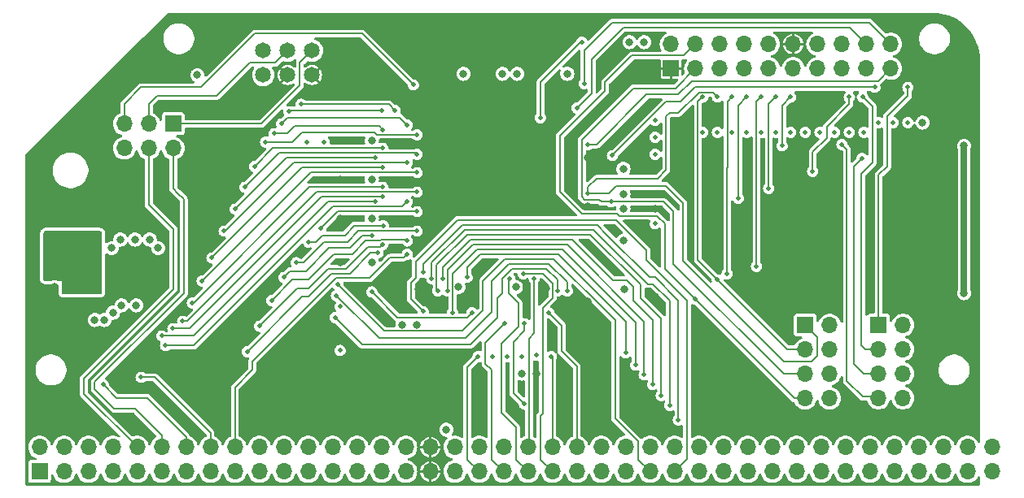
<source format=gbr>
%TF.GenerationSoftware,KiCad,Pcbnew,8.0.4*%
%TF.CreationDate,2024-08-16T16:49:31-07:00*%
%TF.ProjectId,SEWER,53455745-522e-46b6-9963-61645f706362,0*%
%TF.SameCoordinates,Original*%
%TF.FileFunction,Copper,L4,Bot*%
%TF.FilePolarity,Positive*%
%FSLAX46Y46*%
G04 Gerber Fmt 4.6, Leading zero omitted, Abs format (unit mm)*
G04 Created by KiCad (PCBNEW 8.0.4) date 2024-08-16 16:49:31*
%MOMM*%
%LPD*%
G01*
G04 APERTURE LIST*
%TA.AperFunction,ComponentPad*%
%ADD10R,1.700000X1.700000*%
%TD*%
%TA.AperFunction,ComponentPad*%
%ADD11O,1.700000X1.700000*%
%TD*%
%TA.AperFunction,ComponentPad*%
%ADD12C,1.650000*%
%TD*%
%TA.AperFunction,ViaPad*%
%ADD13C,0.800000*%
%TD*%
%TA.AperFunction,ViaPad*%
%ADD14C,0.500000*%
%TD*%
%TA.AperFunction,Conductor*%
%ADD15C,0.152400*%
%TD*%
%TA.AperFunction,Conductor*%
%ADD16C,0.635000*%
%TD*%
G04 APERTURE END LIST*
D10*
%TO.P,J204,1,Pin_1*%
%TO.N,CPU_ZDA*%
X15702520Y37990700D03*
D11*
%TO.P,J204,2,Pin_2*%
%TO.N,/RcBusInterface/RCBUS_ZDA*%
X15702520Y35450700D03*
%TO.P,J204,3,Pin_3*%
%TO.N,CPU_ZCL*%
X13162520Y37990700D03*
%TO.P,J204,4,Pin_4*%
%TO.N,/RcBusInterface/RCBUS_ZCL*%
X13162520Y35450700D03*
%TO.P,J204,5,Pin_5*%
%TO.N,CPU_WP_N*%
X10622520Y37990700D03*
%TO.P,J204,6,Pin_6*%
%TO.N,+3.3V*%
X10622520Y35450700D03*
%TD*%
D10*
%TO.P,J601,1,Pin_1*%
%TO.N,GND*%
X67487720Y43765700D03*
D11*
%TO.P,J601,2,Pin_2*%
%TO.N,+3.3V*%
X67487720Y46305700D03*
%TO.P,J601,3,Pin_3*%
%TO.N,CPU_UART2_TXD*%
X70027720Y43765700D03*
%TO.P,J601,4,Pin_4*%
%TO.N,CPU_UART1_TXD*%
X70027720Y46305700D03*
%TO.P,J601,5,Pin_5*%
%TO.N,CPU_UART2_RXD*%
X72567720Y43765700D03*
%TO.P,J601,6,Pin_6*%
%TO.N,CPU_UART1_RXD*%
X72567720Y46305700D03*
%TO.P,J601,7,Pin_7*%
%TO.N,/CpuGpioRtc/CPU_PC2*%
X75107720Y43765700D03*
%TO.P,J601,8,Pin_8*%
%TO.N,/CpuGpioRtc/CPU_PD2*%
X75107720Y46305700D03*
%TO.P,J601,9,Pin_9*%
%TO.N,/CpuGpioRtc/CPU_PC3*%
X77647720Y43765700D03*
%TO.P,J601,10,Pin_10*%
%TO.N,/CpuGpioRtc/CPU_PD3*%
X77647720Y46305700D03*
%TO.P,J601,11,Pin_11*%
%TO.N,/CpuGpioRtc/SPI_MOSI*%
X80187720Y43765700D03*
%TO.P,J601,12,Pin_12*%
%TO.N,GND*%
X80187720Y46305700D03*
%TO.P,J601,13,Pin_13*%
%TO.N,/CpuGpioRtc/SPI_MISO*%
X82727720Y43765700D03*
%TO.P,J601,14,Pin_14*%
%TO.N,/CpuGpioRtc/CPU_PA0*%
X82727720Y46305700D03*
%TO.P,J601,15,Pin_15*%
%TO.N,/CpuGpioRtc/SPI_CLK*%
X85267720Y43765700D03*
%TO.P,J601,16,Pin_16*%
%TO.N,/CpuGpioRtc/CPU_PA1*%
X85267720Y46305700D03*
%TO.P,J601,17,Pin_17*%
%TO.N,/CpuGpioRtc/SPI_CS0_N*%
X87807720Y43765700D03*
%TO.P,J601,18,Pin_18*%
%TO.N,CPU_I2C_SCL*%
X87807720Y46305700D03*
%TO.P,J601,19,Pin_19*%
%TO.N,/CpuGpioRtc/SPI_CSS_N*%
X90347720Y43765700D03*
%TO.P,J601,20,Pin_20*%
%TO.N,CPU_I2C_SDA*%
X90347720Y46305700D03*
%TD*%
D10*
%TO.P,J203,1,Pin_1*%
%TO.N,CPU_I2C_SDA*%
X89067720Y17020700D03*
D11*
%TO.P,J203,2,Pin_2*%
%TO.N,/RcBusInterface/RCBUS_I2C_SDA*%
X91607720Y17020700D03*
%TO.P,J203,3,Pin_3*%
%TO.N,CPU_I2C_SCL*%
X89067720Y14480700D03*
%TO.P,J203,4,Pin_4*%
%TO.N,/RcBusInterface/RCBUS_I2C_SCL*%
X91607720Y14480700D03*
%TO.P,J203,5,Pin_5*%
%TO.N,CPU_INT2_N*%
X89067720Y11940700D03*
%TO.P,J203,6,Pin_6*%
%TO.N,/RcBusInterface/RCBUS_INT2_N*%
X91607720Y11940700D03*
%TO.P,J203,7,Pin_7*%
%TO.N,CPU_INT1_N*%
X89067720Y9400700D03*
%TO.P,J203,8,Pin_8*%
%TO.N,/RcBusInterface/RCBUS_INT1_N*%
X91607720Y9400700D03*
%TD*%
D10*
%TO.P,J201,1,Pin_1*%
%TO.N,/RcBusInterface/RCBUS_A15*%
X1803400Y1752600D03*
D11*
%TO.P,J201,2,Pin_2*%
%TO.N,/RcBusInterface/RCBUS_A14*%
X4343400Y1752600D03*
%TO.P,J201,3,Pin_3*%
%TO.N,CPU_A13*%
X6883400Y1752600D03*
%TO.P,J201,4,Pin_4*%
%TO.N,CPU_A12*%
X9423400Y1752600D03*
%TO.P,J201,5,Pin_5*%
%TO.N,CPU_A11*%
X11963400Y1752600D03*
%TO.P,J201,6,Pin_6*%
%TO.N,CPU_A10*%
X14503400Y1752600D03*
%TO.P,J201,7,Pin_7*%
%TO.N,CPU_A9*%
X17043400Y1752600D03*
%TO.P,J201,8,Pin_8*%
%TO.N,CPU_A8*%
X19583400Y1752600D03*
%TO.P,J201,9,Pin_9*%
%TO.N,CPU_A7*%
X22123400Y1752600D03*
%TO.P,J201,10,Pin_10*%
%TO.N,CPU_A6*%
X24663400Y1752600D03*
%TO.P,J201,11,Pin_11*%
%TO.N,CPU_A5*%
X27203400Y1752600D03*
%TO.P,J201,12,Pin_12*%
%TO.N,CPU_A4*%
X29743400Y1752600D03*
%TO.P,J201,13,Pin_13*%
%TO.N,CPU_A3*%
X32283400Y1752600D03*
%TO.P,J201,14,Pin_14*%
%TO.N,CPU_A2*%
X34823400Y1752600D03*
%TO.P,J201,15,Pin_15*%
%TO.N,CPU_A1*%
X37363400Y1752600D03*
%TO.P,J201,16,Pin_16*%
%TO.N,CPU_A0*%
X39903400Y1752600D03*
%TO.P,J201,17,Pin_17*%
%TO.N,GND*%
X42443400Y1752600D03*
%TO.P,J201,18,Pin_18*%
%TO.N,VBUS*%
X44983400Y1752600D03*
%TO.P,J201,19,Pin_19*%
%TO.N,CPU_M1_N*%
X47523400Y1752600D03*
%TO.P,J201,20,Pin_20*%
%TO.N,CPU_RESET_N*%
X50063400Y1752600D03*
%TO.P,J201,21,Pin_21*%
%TO.N,CPU_CLOCK_PHI*%
X52603400Y1752600D03*
%TO.P,J201,22,Pin_22*%
%TO.N,CPU_INT0_N*%
X55143400Y1752600D03*
%TO.P,J201,23,Pin_23*%
%TO.N,CPU_MREQ_N*%
X57683400Y1752600D03*
%TO.P,J201,24,Pin_24*%
%TO.N,CPU_WR_N*%
X60223400Y1752600D03*
%TO.P,J201,25,Pin_25*%
%TO.N,CPU_RD_N*%
X62763400Y1752600D03*
%TO.P,J201,26,Pin_26*%
%TO.N,CPU_IORQ_N*%
X65303400Y1752600D03*
%TO.P,J201,27,Pin_27*%
%TO.N,CPU_D0*%
X67843400Y1752600D03*
%TO.P,J201,28,Pin_28*%
%TO.N,CPU_D1*%
X70383400Y1752600D03*
%TO.P,J201,29,Pin_29*%
%TO.N,CPU_D2*%
X72923400Y1752600D03*
%TO.P,J201,30,Pin_30*%
%TO.N,CPU_D3*%
X75463400Y1752600D03*
%TO.P,J201,31,Pin_31*%
%TO.N,CPU_D4*%
X78003400Y1752600D03*
%TO.P,J201,32,Pin_32*%
%TO.N,CPU_D5*%
X80543400Y1752600D03*
%TO.P,J201,33,Pin_33*%
%TO.N,CPU_D6*%
X83083400Y1752600D03*
%TO.P,J201,34,Pin_34*%
%TO.N,CPU_D7*%
X85623400Y1752600D03*
%TO.P,J201,35,Pin_35*%
%TO.N,/RcBusInterface/RCBUS_UART1_TX*%
X88163400Y1752600D03*
%TO.P,J201,36,Pin_36*%
%TO.N,/RcBusInterface/RCBUS_UART1_RX*%
X90703400Y1752600D03*
%TO.P,J201,37,Pin_37*%
%TO.N,/RcBusInterface/RCBUS_INT1_N*%
X93243400Y1752600D03*
%TO.P,J201,38,Pin_38*%
%TO.N,unconnected-(J201-Pin_38-Pad38)*%
X95783400Y1752600D03*
%TO.P,J201,39,Pin_39*%
%TO.N,unconnected-(J201-Pin_39-Pad39)*%
X98323400Y1752600D03*
%TO.P,J201,40,Pin_40*%
%TO.N,unconnected-(J201-Pin_40-Pad40)*%
X100863400Y1752600D03*
%TO.P,J201,41,Pin_41*%
%TO.N,unconnected-(J201-Pin_41-Pad41)*%
X1803400Y4292600D03*
%TO.P,J201,42,Pin_42*%
%TO.N,unconnected-(J201-Pin_42-Pad42)*%
X4343400Y4292600D03*
%TO.P,J201,43,Pin_43*%
%TO.N,unconnected-(J201-Pin_43-Pad43)*%
X6883400Y4292600D03*
%TO.P,J201,44,Pin_44*%
%TO.N,/RcBusInterface/CUSTOM44*%
X9423400Y4292600D03*
%TO.P,J201,45,Pin_45*%
%TO.N,/RcBusInterface/RCBUS_ZCL*%
X11963400Y4292600D03*
%TO.P,J201,46,Pin_46*%
%TO.N,/RcBusInterface/RCBUS_ZDA*%
X14503400Y4292600D03*
%TO.P,J201,47,Pin_47*%
%TO.N,/RcBusInterface/BANK_ADDR_A15*%
X17043400Y4292600D03*
%TO.P,J201,48,Pin_48*%
%TO.N,/RcBusInterface/BANK_ADDR_A14*%
X19583400Y4292600D03*
%TO.P,J201,49,Pin_49*%
%TO.N,CPU_A23*%
X22123400Y4292600D03*
%TO.P,J201,50,Pin_50*%
%TO.N,CPU_A22*%
X24663400Y4292600D03*
%TO.P,J201,51,Pin_51*%
%TO.N,CPU_A21*%
X27203400Y4292600D03*
%TO.P,J201,52,Pin_52*%
%TO.N,CPU_A20*%
X29743400Y4292600D03*
%TO.P,J201,53,Pin_53*%
%TO.N,CPU_A19*%
X32283400Y4292600D03*
%TO.P,J201,54,Pin_54*%
%TO.N,CPU_A18*%
X34823400Y4292600D03*
%TO.P,J201,55,Pin_55*%
%TO.N,CPU_A17*%
X37363400Y4292600D03*
%TO.P,J201,56,Pin_56*%
%TO.N,CPU_A16*%
X39903400Y4292600D03*
%TO.P,J201,57,Pin_57*%
%TO.N,GND*%
X42443400Y4292600D03*
%TO.P,J201,58,Pin_58*%
%TO.N,VBUS*%
X44983400Y4292600D03*
%TO.P,J201,59,Pin_59*%
%TO.N,unconnected-(J201-Pin_59-Pad59)*%
X47523400Y4292600D03*
%TO.P,J201,60,Pin_60*%
%TO.N,unconnected-(J201-Pin_60-Pad60)*%
X50063400Y4292600D03*
%TO.P,J201,61,Pin_61*%
%TO.N,CPU_CLOCK_SRC*%
X52603400Y4292600D03*
%TO.P,J201,62,Pin_62*%
%TO.N,CPU_BUSACK_N*%
X55143400Y4292600D03*
%TO.P,J201,63,Pin_63*%
%TO.N,CPU_HALT_N*%
X57683400Y4292600D03*
%TO.P,J201,64,Pin_64*%
%TO.N,CPU_BUSREQ_N*%
X60223400Y4292600D03*
%TO.P,J201,65,Pin_65*%
%TO.N,CPU_WAIT_N*%
X62763400Y4292600D03*
%TO.P,J201,66,Pin_66*%
%TO.N,CPU_NMI_N*%
X65303400Y4292600D03*
%TO.P,J201,67,Pin_67*%
%TO.N,unconnected-(J201-Pin_67-Pad67)*%
X67843400Y4292600D03*
%TO.P,J201,68,Pin_68*%
%TO.N,unconnected-(J201-Pin_68-Pad68)*%
X70383400Y4292600D03*
%TO.P,J201,69,Pin_69*%
%TO.N,unconnected-(J201-Pin_69-Pad69)*%
X72923400Y4292600D03*
%TO.P,J201,70,Pin_70*%
%TO.N,unconnected-(J201-Pin_70-Pad70)*%
X75463400Y4292600D03*
%TO.P,J201,71,Pin_71*%
%TO.N,unconnected-(J201-Pin_71-Pad71)*%
X78003400Y4292600D03*
%TO.P,J201,72,Pin_72*%
%TO.N,unconnected-(J201-Pin_72-Pad72)*%
X80543400Y4292600D03*
%TO.P,J201,73,Pin_73*%
%TO.N,unconnected-(J201-Pin_73-Pad73)*%
X83083400Y4292600D03*
%TO.P,J201,74,Pin_74*%
%TO.N,/RcBusInterface/CPU_D15*%
X85623400Y4292600D03*
%TO.P,J201,75,Pin_75*%
%TO.N,/RcBusInterface/RCBUS_UART2_TX*%
X88163400Y4292600D03*
%TO.P,J201,76,Pin_76*%
%TO.N,/RcBusInterface/RCBUS_UART2_RX*%
X90703400Y4292600D03*
%TO.P,J201,77,Pin_77*%
%TO.N,/RcBusInterface/RCBUS_INT2_N*%
X93243400Y4292600D03*
%TO.P,J201,78,Pin_78*%
%TO.N,/RcBusInterface/RCBUS_I2C_SCL*%
X95783400Y4292600D03*
%TO.P,J201,79,Pin_79*%
%TO.N,/RcBusInterface/RCBUS_I2C_SDA*%
X98323400Y4292600D03*
%TO.P,J201,80,Pin_80*%
%TO.N,unconnected-(J201-Pin_80-Pad80)*%
X100863400Y4292600D03*
%TD*%
D10*
%TO.P,J202,1,Pin_1*%
%TO.N,CPU_UART2_RXD*%
X81442720Y17010700D03*
D11*
%TO.P,J202,2,Pin_2*%
%TO.N,/RcBusInterface/RCBUS_UART2_RX*%
X83982720Y17010700D03*
%TO.P,J202,3,Pin_3*%
%TO.N,CPU_UART1_RXD*%
X81442720Y14470700D03*
%TO.P,J202,4,Pin_4*%
%TO.N,/RcBusInterface/RCBUS_UART1_RX*%
X83982720Y14470700D03*
%TO.P,J202,5,Pin_5*%
%TO.N,CPU_UART2_TXD*%
X81442720Y11930700D03*
%TO.P,J202,6,Pin_6*%
%TO.N,/RcBusInterface/RCBUS_UART2_TX*%
X83982720Y11930700D03*
%TO.P,J202,7,Pin_7*%
%TO.N,CPU_UART1_TXD*%
X81442720Y9390700D03*
%TO.P,J202,8,Pin_8*%
%TO.N,/RcBusInterface/RCBUS_UART1_TX*%
X83982720Y9390700D03*
%TD*%
D12*
%TO.P,J301,1,Pin_1*%
%TO.N,+3.3V*%
X25064720Y43065700D03*
%TO.P,J301,2,Pin_2*%
%TO.N,CPU_RESET_N*%
X25064720Y45605700D03*
%TO.P,J301,3,Pin_3*%
%TO.N,GND*%
X27604720Y43065700D03*
%TO.P,J301,4,Pin_4*%
%TO.N,CPU_ZCL*%
X27604720Y45605700D03*
%TO.P,J301,5,Pin_5*%
%TO.N,GND*%
X30144720Y43065700D03*
%TO.P,J301,6,Pin_6*%
%TO.N,CPU_ZDA*%
X30144720Y45605700D03*
%TD*%
D13*
%TO.N,+3.3V*%
X93644720Y38112700D03*
D14*
X87548720Y37096700D03*
D13*
X56687720Y43192700D03*
D14*
X29636720Y36080700D03*
D13*
X36367720Y32143700D03*
D14*
X31414720Y36080700D03*
X53512720Y13855700D03*
D13*
X4744720Y22618700D03*
X62529720Y33286700D03*
X51353720Y20967700D03*
D14*
X86024720Y37096700D03*
X70784720Y37096700D03*
D13*
X18206720Y43065700D03*
D14*
X33065720Y14363700D03*
X92120720Y38112700D03*
X76880720Y37096700D03*
X89072720Y38112700D03*
D13*
X45892720Y43192700D03*
D14*
X78404720Y37096700D03*
X65831720Y34810700D03*
D13*
X51480720Y43192700D03*
X9316720Y25031700D03*
X13253720Y25920700D03*
X64688720Y46494700D03*
X10205720Y25920700D03*
D14*
X84500720Y37096700D03*
D13*
X36367720Y36207700D03*
D14*
X51988720Y13728700D03*
D13*
X49956720Y43192700D03*
D14*
X75356720Y37096700D03*
D13*
X62656720Y20713700D03*
X41066720Y17030700D03*
D14*
X73832720Y37096700D03*
X65831720Y38366700D03*
D13*
X6522720Y24015700D03*
X11729720Y25920700D03*
X62529720Y25793700D03*
X62529720Y29095700D03*
X4744720Y24015700D03*
X62529720Y30619700D03*
D14*
X33065720Y18935700D03*
D13*
X6522720Y22618700D03*
D14*
X81452720Y37096700D03*
D13*
X36367720Y23507700D03*
D14*
X48940720Y13728700D03*
D13*
X5633720Y20967700D03*
D14*
X50464720Y13728700D03*
D13*
X36367720Y28079700D03*
D14*
X72308720Y37096700D03*
X82976720Y37096700D03*
D13*
X14142720Y25031700D03*
X51988720Y11950700D03*
X63164720Y46494700D03*
D14*
X79928720Y37096700D03*
X90596720Y38112700D03*
X65831720Y27571700D03*
D13*
X39542720Y17030700D03*
X45384720Y20967700D03*
D14*
X65831720Y36588700D03*
%TO.N,GND*%
X47670720Y12077700D03*
D13*
X40050720Y23380700D03*
D14*
X74848720Y49161700D03*
X19222720Y25666700D03*
D13*
X52496720Y20967700D03*
D14*
X1188720Y27571700D03*
D13*
X58846720Y19443700D03*
X65831720Y19951700D03*
X64688720Y43192700D03*
X58846720Y34429700D03*
X9316720Y21475700D03*
D14*
X15158720Y8521700D03*
X9443720Y42176700D03*
D13*
X93644720Y41414700D03*
X51226720Y39509700D03*
X2077720Y19316700D03*
D14*
X72308720Y49161700D03*
X90088720Y49161700D03*
D13*
X14142720Y23507700D03*
D14*
X72308720Y35191700D03*
X92628720Y49161700D03*
X46908720Y48526700D03*
X1188720Y17411700D03*
X24048720Y48526700D03*
X63418720Y6616700D03*
X49448720Y48526700D03*
X34208720Y48526700D03*
X51099720Y8775700D03*
X1188720Y25031700D03*
X44724320Y41948100D03*
D13*
X10332720Y22491700D03*
D14*
X59354720Y13728700D03*
X69768720Y49161700D03*
X19857720Y6616700D03*
D13*
X41066720Y13728700D03*
D14*
X39288720Y48526700D03*
X44368720Y48526700D03*
D13*
X58830193Y25542699D03*
X40050720Y31889700D03*
D14*
X36748720Y48526700D03*
D13*
X33065720Y28079700D03*
D14*
X62148720Y49161700D03*
X67228720Y49161700D03*
D13*
X56687720Y46494700D03*
X56179720Y39509700D03*
D14*
X31668720Y48526700D03*
X51861720Y10426700D03*
X50718720Y41998900D03*
D13*
X65831720Y30619700D03*
X33065720Y36207700D03*
X11729720Y22491700D03*
X3347720Y20967700D03*
X41193720Y20713700D03*
D14*
X22143720Y33159700D03*
X79928720Y49161700D03*
X77388720Y49161700D03*
D13*
X51480720Y46494700D03*
D14*
X1188720Y30111700D03*
X98978720Y16141700D03*
X21508720Y48526700D03*
D13*
X33065720Y23507700D03*
D14*
X59608720Y49161700D03*
D13*
X65831720Y29095700D03*
D14*
X87548720Y49161700D03*
X98978720Y45986700D03*
D13*
X12745720Y21475700D03*
X18206720Y39763700D03*
D14*
X60751720Y44589700D03*
X26588720Y48526700D03*
X54528720Y48526700D03*
X50159920Y39509700D03*
D13*
X45765720Y39509700D03*
X46570120Y20967700D03*
D14*
X14523720Y30238700D03*
X69387720Y39128700D03*
D13*
X53512720Y11950700D03*
D14*
X89199720Y35191700D03*
D13*
X45892720Y46494700D03*
D14*
X82468720Y49161700D03*
D13*
X40685720Y46494700D03*
D14*
X85008720Y49161700D03*
X47162720Y41948100D03*
D13*
X63164720Y43192700D03*
D14*
X16428720Y18554700D03*
D13*
X49956720Y46494700D03*
X42590720Y6108700D03*
D14*
X1188720Y34556700D03*
D13*
X39542720Y13728700D03*
X60116720Y39509700D03*
D14*
X57068720Y49161700D03*
D13*
X40050720Y27825700D03*
D14*
X1188720Y7251700D03*
X98978720Y38366700D03*
X10967720Y10172700D03*
X98978720Y43446700D03*
D13*
X65831720Y33286700D03*
D14*
X1188720Y22491700D03*
X80182720Y35953700D03*
D13*
X82214720Y6870700D03*
X65831720Y25539700D03*
X33065720Y32143700D03*
D14*
X64688720Y49161700D03*
D13*
X54528720Y20840700D03*
D14*
X6903720Y39636700D03*
X1188720Y9791700D03*
X51988720Y48526700D03*
X98978720Y41668700D03*
X56560720Y7124700D03*
X4363720Y37096700D03*
D13*
X58846720Y29349700D03*
D14*
X98978720Y9029700D03*
D13*
X9316720Y23507700D03*
D14*
X13126720Y12585700D03*
D13*
X10840720Y7124700D03*
D14*
X1188720Y14871700D03*
X57830720Y13728700D03*
X11983720Y44716700D03*
X88183720Y18808700D03*
X1188720Y19951700D03*
X29128720Y48526700D03*
X16428720Y7505700D03*
D13*
X40050720Y35826700D03*
D14*
X67736720Y33032700D03*
X41828720Y48526700D03*
D13*
X3347720Y17665700D03*
X61640720Y26809700D03*
D14*
%TO.N,CPU_BUSACK_N*%
X55036720Y13728700D03*
%TO.N,CPU_A19*%
X36367720Y26301700D03*
X27223720Y21983700D03*
%TO.N,CPU_D1*%
X68244720Y7124700D03*
X41701720Y22491700D03*
%TO.N,CPU_A11*%
X37510720Y31381700D03*
X17698720Y19316700D03*
%TO.N,CPU_D5*%
X44241720Y20586700D03*
X64688720Y11823700D03*
%TO.N,CPU_A15*%
X14498320Y15887700D03*
X36748720Y29857700D03*
D13*
%TO.N,/CpuGpioRtc/VBAT_RTC*%
X97962720Y35699700D03*
X97962720Y20332700D03*
D14*
%TO.N,CPU_A14*%
X40050720Y29857700D03*
X14904720Y14871700D03*
%TO.N,CPU_D4*%
X43733720Y21856700D03*
X65577720Y10807700D03*
%TO.N,CPU_A4*%
X25318720Y36080700D03*
X41066720Y36842700D03*
%TO.N,CPU_A5*%
X24175720Y33540700D03*
X37510720Y35445700D03*
%TO.N,CPU_A6*%
X41066720Y34810700D03*
X23159720Y31381700D03*
%TO.N,CPU_D7*%
X46273720Y21983700D03*
X62783720Y14109700D03*
%TO.N,CPU_A0*%
X29001720Y40017700D03*
X38780720Y39382700D03*
%TO.N,CPU_CLOCK_PHI*%
X58211720Y46494700D03*
X50718720Y21856700D03*
X53893720Y38620700D03*
%TO.N,CPU_A8*%
X40050720Y33921700D03*
X21000720Y26809700D03*
%TO.N,CPU_A22*%
X37002720Y24523700D03*
X23413720Y14236700D03*
%TO.N,CPU_INT0_N*%
X52115720Y22364700D03*
%TO.N,CPU_A17*%
X29763720Y25666700D03*
X37554720Y27361700D03*
%TO.N,CPU_A13*%
X37510720Y30365700D03*
X15666720Y16649700D03*
%TO.N,CPU_A3*%
X26207720Y36969700D03*
X37510720Y37350700D03*
%TO.N,CPU_BUSREQ_N*%
X52242720Y8775700D03*
X52242720Y17157700D03*
%TO.N,CPU_A21*%
X24683720Y16903700D03*
X37510720Y25412700D03*
%TO.N,CPU_A9*%
X19730720Y24015700D03*
X37510720Y33413700D03*
%TO.N,CPU_D2*%
X67355720Y8648700D03*
X42590720Y21856700D03*
%TO.N,CPU_IORQ_N*%
X32811720Y21221700D03*
%TO.N,CPU_D3*%
X43225720Y20586700D03*
X66466720Y9664700D03*
%TO.N,CPU_RESET_N*%
X50210720Y17157700D03*
%TO.N,CPU_CLOCK_SRC*%
X53258720Y21856700D03*
%TO.N,CPU_A20*%
X40050720Y25793700D03*
X25953720Y19570700D03*
%TO.N,CPU_A23*%
X40050720Y24396700D03*
%TO.N,CPU_A2*%
X26969720Y37985700D03*
X40050720Y37858700D03*
%TO.N,CPU_A1*%
X37383720Y39382700D03*
X27731720Y39255700D03*
%TO.N,CPU_D0*%
X41701720Y18427700D03*
%TO.N,/RcBusInterface/BANK_ADDR_A14*%
X12364720Y11569700D03*
%TO.N,CPU_HALT_N*%
X54782720Y18300700D03*
%TO.N,CPU_A16*%
X31033720Y27063700D03*
X41066720Y28841700D03*
%TO.N,CPU_D6*%
X44749720Y18300700D03*
X63799720Y12839700D03*
%TO.N,CPU_A18*%
X28493720Y23507700D03*
X41066720Y26809700D03*
%TO.N,CPU_A7*%
X22143720Y29095700D03*
X36748720Y34429700D03*
%TO.N,CPU_A10*%
X18714720Y21602700D03*
X41066720Y32905700D03*
%TO.N,CPU_A12*%
X16682720Y17411700D03*
X41066720Y30873700D03*
%TO.N,/RcBusInterface/BANK_ADDR_A15*%
X8427720Y10807700D03*
%TO.N,CPU_M1_N*%
X47416720Y13728700D03*
%TO.N,CPU_UART1_TXD*%
X70022720Y19697700D03*
%TO.N,CPU_UART2_RXD*%
X58846720Y30746700D03*
X72308720Y40779700D03*
%TO.N,CPU_UART2_TXD*%
X61259720Y29857700D03*
%TO.N,CPU_UART1_RXD*%
X70784720Y40779700D03*
X72308720Y21729700D03*
%TO.N,CPU_INT1_N*%
X85262720Y35826700D03*
%TO.N,CPU_INT2_N*%
X87345520Y34378900D03*
%TO.N,CPU_I2C_SDA*%
X92120720Y41795700D03*
X58465720Y42176700D03*
%TO.N,CPU_I2C_SCL*%
X57703720Y39636700D03*
X87421720Y40779700D03*
%TO.N,CPU_ZCL*%
X55671720Y20586700D03*
X32557720Y17792700D03*
%TO.N,CPU_ZDA*%
X56687720Y20586700D03*
X32684720Y20078700D03*
%TO.N,/CpuGpioRtc/CPU_PC3*%
X78404720Y40779700D03*
X77642720Y31254700D03*
%TO.N,/CpuGpioRtc/SPI_MOSI*%
X79928720Y40779700D03*
X79039720Y35699700D03*
%TO.N,/CpuGpioRtc/SPI_CS0_N*%
X88691720Y41795700D03*
X61386720Y34683700D03*
%TO.N,/CpuGpioRtc/CPU_PD2*%
X73324720Y22364700D03*
X73832720Y40779700D03*
%TO.N,/CpuGpioRtc/SPI_CLK*%
X86024720Y40779700D03*
X82214720Y33032700D03*
%TO.N,/CpuGpioRtc/CPU_PC2*%
X75356720Y40779700D03*
X74467720Y30238700D03*
%TO.N,/CpuGpioRtc/CPU_PD3*%
X76372720Y23126700D03*
X76880720Y40779700D03*
%TO.N,/CpuGpioRtc/SPI_CSS_N*%
X58846720Y35826700D03*
%TO.N,CPU_WP_N*%
X40685720Y42049700D03*
%TO.N,/CpuAddressData/CPU_IORQ_N_S*%
X46781720Y18300700D03*
X36367720Y20459700D03*
D13*
%TO.N,VBUS*%
X44114720Y6108700D03*
X8554720Y17538700D03*
X7538720Y17538700D03*
X9443720Y18300700D03*
X10332720Y19062700D03*
X11856720Y19062700D03*
%TD*%
D15*
%TO.N,CPU_BUSACK_N*%
X55143400Y4292600D02*
X55143400Y13622020D01*
X55143400Y13622020D02*
X55036720Y13728700D01*
%TO.N,CPU_A19*%
X35351720Y26301700D02*
X36367720Y26301700D01*
X31922720Y25031700D02*
X34081720Y25031700D01*
X27858720Y22618700D02*
X29509720Y22618700D01*
X27223720Y21983700D02*
X27858720Y22618700D01*
X34081720Y25031700D02*
X35351720Y26301700D01*
X29509720Y22618700D02*
X31922720Y25031700D01*
%TO.N,CPU_D1*%
X41701720Y23380700D02*
X45765720Y27444700D01*
X45765720Y27444700D02*
X59799232Y27444700D01*
X59799232Y27444700D02*
X60783476Y26460456D01*
X65260233Y21983700D02*
X65831720Y21983700D01*
X60783476Y26460456D02*
X65260233Y21983700D01*
X65831720Y21983700D02*
X68244720Y19570700D01*
X68244720Y19570700D02*
X68244720Y7124700D01*
X41701720Y22491700D02*
X41701720Y23380700D01*
%TO.N,CPU_A11*%
X17825720Y19316700D02*
X29890720Y31381700D01*
X17698720Y19316700D02*
X17825720Y19316700D01*
X29890720Y31381700D02*
X37510720Y31381700D01*
%TO.N,CPU_D5*%
X44241720Y22745700D02*
X44241720Y20586700D01*
X56662694Y25412700D02*
X46908720Y25412700D01*
X64688720Y11823700D02*
X64688720Y17386674D01*
X46908720Y25412700D02*
X44241720Y22745700D01*
X64688720Y17386674D02*
X56662694Y25412700D01*
%TO.N,CPU_A15*%
X14498320Y15887700D02*
X17825720Y15887700D01*
X31795720Y29857700D02*
X36748720Y29857700D01*
X17825720Y15887700D02*
X31795720Y29857700D01*
D16*
%TO.N,/CpuGpioRtc/VBAT_RTC*%
X97962720Y35699700D02*
X97962720Y20332700D01*
D15*
%TO.N,CPU_A14*%
X32303720Y29349700D02*
X39542720Y29349700D01*
X14904720Y14871700D02*
X17825720Y14871700D01*
X17825720Y14871700D02*
X32303720Y29349700D01*
X39542720Y29349700D02*
X40050720Y29857700D01*
%TO.N,CPU_D4*%
X63545720Y20967700D02*
X63545720Y19520648D01*
X63545720Y19520648D02*
X65577720Y17488648D01*
X43733720Y23063200D02*
X46591220Y25920700D01*
X57195720Y25920700D02*
X61450220Y21666200D01*
X43733720Y21856700D02*
X43733720Y23063200D01*
X62847220Y21666200D02*
X63545720Y20967700D01*
X65577720Y17488648D02*
X65577720Y10807700D01*
X61450220Y21666200D02*
X62847220Y21666200D01*
X46591220Y25920700D02*
X57195720Y25920700D01*
%TO.N,CPU_A4*%
X29065220Y37096700D02*
X36621720Y37096700D01*
X25318720Y36080700D02*
X28049220Y36080700D01*
X36847920Y36870500D02*
X41038920Y36870500D01*
X41038920Y36870500D02*
X41066720Y36842700D01*
X36621720Y37096700D02*
X36847920Y36870500D01*
X28049220Y36080700D02*
X29065220Y37096700D01*
%TO.N,CPU_A5*%
X24175720Y33540700D02*
X26080720Y35445700D01*
X26080720Y35445700D02*
X37510720Y35445700D01*
%TO.N,CPU_A6*%
X40939720Y34937700D02*
X26715720Y34937700D01*
X26715720Y34937700D02*
X23159720Y31381700D01*
X41066720Y34810700D02*
X40939720Y34937700D01*
%TO.N,CPU_D7*%
X46273720Y22999700D02*
X46273720Y21983700D01*
X62783720Y17348200D02*
X55735220Y24396700D01*
X55735220Y24396700D02*
X47670720Y24396700D01*
X47670720Y24396700D02*
X46273720Y22999700D01*
X62783720Y14109700D02*
X62783720Y17348200D01*
%TO.N,CPU_A0*%
X38780720Y39382700D02*
X38145720Y40017700D01*
X38145720Y40017700D02*
X29001720Y40017700D01*
%TO.N,CPU_CLOCK_PHI*%
X52603400Y1752600D02*
X51353720Y3002280D01*
X51353720Y3002280D02*
X51353720Y6362700D01*
X51611420Y16863294D02*
X51611420Y19313000D01*
X53893720Y38620700D02*
X53893720Y41160700D01*
X49829720Y15081594D02*
X51611420Y16863294D01*
X53921520Y41188500D02*
X53921520Y42331500D01*
X49829720Y7886700D02*
X49829720Y15081594D01*
X50591720Y20332700D02*
X50591720Y21729700D01*
X53921520Y42331500D02*
X58084720Y46494700D01*
X51353720Y6362700D02*
X49829720Y7886700D01*
X51611420Y19313000D02*
X50591720Y20332700D01*
X53893720Y41160700D02*
X53921520Y41188500D01*
X50591720Y21729700D02*
X50718720Y21856700D01*
%TO.N,CPU_A8*%
X21000720Y26809700D02*
X21127720Y26809700D01*
X28239720Y33921700D02*
X40050720Y33921700D01*
X21127720Y26809700D02*
X28239720Y33921700D01*
%TO.N,CPU_A22*%
X34081720Y22364700D02*
X36240720Y24523700D01*
X32176720Y22364700D02*
X34081720Y22364700D01*
X29763720Y19951700D02*
X32176720Y22364700D01*
X36240720Y24523700D02*
X37002720Y24523700D01*
X29128720Y19951700D02*
X29763720Y19951700D01*
X23413720Y14236700D02*
X29128720Y19951700D01*
%TO.N,CPU_INT0_N*%
X53893720Y3002280D02*
X55143400Y1752600D01*
X55163720Y19824700D02*
X54147720Y18808700D01*
X52115720Y22364700D02*
X54147720Y22364700D01*
X54147720Y18808700D02*
X54147720Y7759700D01*
X55163720Y21348700D02*
X55163720Y19824700D01*
X53893720Y7505700D02*
X53893720Y3002280D01*
X54147720Y22364700D02*
X55163720Y21348700D01*
X54147720Y7759700D02*
X53893720Y7505700D01*
%TO.N,CPU_A17*%
X34551120Y27361700D02*
X37554720Y27361700D01*
X33554620Y26365200D02*
X34551120Y27361700D01*
X31224220Y26365200D02*
X33554620Y26365200D01*
X30525720Y25666700D02*
X31224220Y26365200D01*
X29763720Y25666700D02*
X30525720Y25666700D01*
%TO.N,CPU_A13*%
X15666720Y16649700D02*
X17444720Y16649700D01*
X17444720Y16649700D02*
X31160720Y30365700D01*
X31160720Y30365700D02*
X37510720Y30365700D01*
%TO.N,CPU_A3*%
X26207720Y36969700D02*
X27604720Y36969700D01*
X37129720Y37731700D02*
X37510720Y37350700D01*
X28366720Y37731700D02*
X37129720Y37731700D01*
X27604720Y36969700D02*
X28366720Y37731700D01*
%TO.N,CPU_BUSREQ_N*%
X51099720Y9918700D02*
X51099720Y15252700D01*
X52242720Y8775700D02*
X51099720Y9918700D01*
X52242720Y16395700D02*
X52242720Y17157700D01*
X51099720Y15252700D02*
X52242720Y16395700D01*
%TO.N,CPU_A21*%
X24683720Y16903700D02*
X28620720Y20840700D01*
X31770694Y22847674D02*
X33675694Y22847674D01*
X37256720Y25158700D02*
X37510720Y25412700D01*
X28620720Y20840700D02*
X29763720Y20840700D01*
X35986720Y25158700D02*
X37256720Y25158700D01*
X33675694Y22847674D02*
X35986720Y25158700D01*
X29763720Y20840700D02*
X31770694Y22847674D01*
%TO.N,/RcBusInterface/RCBUS_ZDA*%
X15702520Y31218900D02*
X16162020Y30759400D01*
X7538720Y10299700D02*
X9570720Y8267700D01*
X7538720Y11061700D02*
X7538720Y10299700D01*
X16809720Y30111700D02*
X16809720Y20332700D01*
X9570720Y8267700D02*
X11780520Y8267700D01*
X16162020Y30759400D02*
X16809720Y30111700D01*
X11780520Y8267700D02*
X14503400Y5544820D01*
X15702520Y35450700D02*
X15702520Y31218900D01*
X16809720Y20332700D02*
X7538720Y11061700D01*
X14503400Y5544820D02*
X14503400Y4292600D01*
%TO.N,CPU_A9*%
X19730720Y24015700D02*
X29128720Y33413700D01*
X29128720Y33413700D02*
X37510720Y33413700D01*
%TO.N,CPU_D2*%
X65069720Y21285200D02*
X65616194Y21285200D01*
X42590720Y21856700D02*
X42590720Y23507700D01*
X42590720Y23507700D02*
X46019720Y26936700D01*
X67355720Y19545674D02*
X67355720Y8648700D01*
X59418220Y26936700D02*
X65069720Y21285200D01*
X46019720Y26936700D02*
X59418220Y26936700D01*
X65616194Y21285200D02*
X67355720Y19545674D01*
%TO.N,CPU_IORQ_N*%
X45772120Y16402100D02*
X37631320Y16402100D01*
X47924720Y18554700D02*
X45772120Y16402100D01*
X61684800Y17494596D02*
X60815208Y18364188D01*
X50210720Y23888700D02*
X47924720Y21602700D01*
X61684800Y7279371D02*
X61684800Y17494596D01*
X64053720Y4910451D02*
X61684800Y7279371D01*
X47924720Y21602700D02*
X47924720Y18554700D01*
X37631320Y16402100D02*
X32811720Y21221700D01*
X55290695Y23888700D02*
X50210720Y23888700D01*
X64053720Y3002280D02*
X64053720Y4910451D01*
X60815208Y18364188D02*
X55290695Y23888700D01*
X65303400Y1752600D02*
X64053720Y3002280D01*
%TO.N,CPU_D3*%
X66466720Y17665700D02*
X64307720Y19824700D01*
X43098720Y20713700D02*
X43225720Y20586700D01*
X46273720Y26428700D02*
X43098720Y23253700D01*
X59100720Y26428700D02*
X46273720Y26428700D01*
X64307720Y21221700D02*
X59100720Y26428700D01*
X66466720Y9664700D02*
X66466720Y17665700D01*
X64307720Y19824700D02*
X64307720Y21221700D01*
X43098720Y23253700D02*
X43098720Y20713700D01*
%TO.N,CPU_RESET_N*%
X50210720Y17157700D02*
X48178720Y15125700D01*
X48813720Y12331700D02*
X48813720Y3002280D01*
X48178720Y15125700D02*
X48178720Y12966700D01*
X48178720Y12966700D02*
X48813720Y12331700D01*
X48813720Y3002280D02*
X50063400Y1752600D01*
%TO.N,CPU_CLOCK_SRC*%
X53258720Y16141700D02*
X52722920Y15605900D01*
X52722920Y15605900D02*
X52722920Y4412120D01*
X53258720Y21856700D02*
X53258720Y16141700D01*
X52722920Y4412120D02*
X52603400Y4292600D01*
%TO.N,CPU_A20*%
X29763720Y21729700D02*
X32430720Y24396700D01*
X28112720Y21729700D02*
X29763720Y21729700D01*
X39951520Y25892900D02*
X40050720Y25793700D01*
X25953720Y19570700D02*
X28112720Y21729700D01*
X37212614Y25793700D02*
X37311814Y25892900D01*
X34335720Y24396700D02*
X35732720Y25793700D01*
X32430720Y24396700D02*
X34335720Y24396700D01*
X37311814Y25892900D02*
X39951520Y25892900D01*
X35732720Y25793700D02*
X37212614Y25793700D01*
%TO.N,CPU_A23*%
X22123400Y10533380D02*
X23921720Y12331700D01*
X39697520Y24043500D02*
X40050720Y24396700D01*
X23921720Y13220700D02*
X32621220Y21920200D01*
X36149420Y21920200D02*
X38272720Y24043500D01*
X22123400Y4292600D02*
X22123400Y10533380D01*
X32621220Y21920200D02*
X36149420Y21920200D01*
X23921720Y12331700D02*
X23921720Y13220700D01*
X38272720Y24043500D02*
X39697520Y24043500D01*
%TO.N,CPU_A2*%
X26969720Y37985700D02*
X27604720Y38620700D01*
X27604720Y38620700D02*
X39288720Y38620700D01*
X39288720Y38620700D02*
X40050720Y37858700D01*
%TO.N,CPU_A1*%
X27731720Y39255700D02*
X27858720Y39382700D01*
X27858720Y39382700D02*
X37383720Y39382700D01*
%TO.N,CPU_D0*%
X40431720Y19697700D02*
X40431720Y21425648D01*
X40911920Y21905848D02*
X40911920Y23606900D01*
X64942720Y23761700D02*
X69133720Y19570700D01*
X69133720Y3042920D02*
X67843400Y1752600D01*
X61767720Y27952700D02*
X64942720Y24777700D01*
X64942720Y24777700D02*
X64942720Y23761700D01*
X41701720Y18427700D02*
X40431720Y19697700D01*
X69133720Y19570700D02*
X69133720Y3042920D01*
X45257720Y27952700D02*
X61767720Y27952700D01*
X40431720Y21425648D02*
X40911920Y21905848D01*
X40911920Y23606900D02*
X45257720Y27952700D01*
%TO.N,/RcBusInterface/BANK_ADDR_A14*%
X19583400Y5782310D02*
X19583400Y4292600D01*
X13796010Y11569700D02*
X19583400Y5782310D01*
X12364720Y11569700D02*
X13796010Y11569700D01*
%TO.N,CPU_HALT_N*%
X56116220Y14300200D02*
X57683400Y12733020D01*
X57683400Y12733020D02*
X57683400Y4292600D01*
X56116220Y16967200D02*
X56116220Y14300200D01*
X54782720Y18300700D02*
X56116220Y16967200D01*
%TO.N,CPU_A16*%
X32811720Y28841700D02*
X41066720Y28841700D01*
X31033720Y27063700D02*
X32811720Y28841700D01*
%TO.N,CPU_D6*%
X44749720Y22364700D02*
X47289720Y24904700D01*
X56179720Y24904700D02*
X63799720Y17284700D01*
X47289720Y24904700D02*
X56179720Y24904700D01*
X44749720Y18300700D02*
X44749720Y22364700D01*
X63799720Y17284700D02*
X63799720Y12839700D01*
%TO.N,CPU_A18*%
X34970720Y26809700D02*
X41066720Y26809700D01*
X29255720Y23507700D02*
X31414720Y25666700D01*
X31414720Y25666700D02*
X33827720Y25666700D01*
X33827720Y25666700D02*
X34970720Y26809700D01*
X28493720Y23507700D02*
X29255720Y23507700D01*
%TO.N,CPU_A7*%
X27477720Y34429700D02*
X36748720Y34429700D01*
X22143720Y29095700D02*
X27477720Y34429700D01*
%TO.N,CPU_A10*%
X41066720Y32905700D02*
X30017720Y32905700D01*
X30017720Y32905700D02*
X18714720Y21602700D01*
%TO.N,CPU_A12*%
X41066720Y30873700D02*
X30652720Y30873700D01*
X17190720Y17411700D02*
X16682720Y17411700D01*
X30652720Y30873700D02*
X17190720Y17411700D01*
%TO.N,/RcBusInterface/BANK_ADDR_A15*%
X17043400Y5367020D02*
X17043400Y4292600D01*
X9824720Y9410700D02*
X12999720Y9410700D01*
X12999720Y9410700D02*
X17043400Y5367020D01*
X8427720Y10807700D02*
X9824720Y9410700D01*
%TO.N,CPU_M1_N*%
X46273720Y3002280D02*
X46273720Y12585700D01*
X47523400Y1752600D02*
X46273720Y3002280D01*
X46273720Y12585700D02*
X47416720Y13728700D01*
%TO.N,/RcBusInterface/RCBUS_ZCL*%
X15742920Y20789900D02*
X6395720Y11442700D01*
X13162520Y29567900D02*
X13228320Y29502100D01*
X13162520Y35450700D02*
X13162520Y29567900D01*
X6395720Y11442700D02*
X6395720Y9860280D01*
X15742920Y26987500D02*
X15742920Y20789900D01*
X13228320Y29502100D02*
X15742920Y26987500D01*
X6395720Y9860280D02*
X11963400Y4292600D01*
%TO.N,CPU_UART1_TXD*%
X55925720Y30873700D02*
X55925720Y36715700D01*
X60624720Y42303700D02*
X63418720Y45097700D01*
X70022720Y19697700D02*
X80329720Y9390700D01*
X68819720Y45097700D02*
X70027720Y46305700D01*
X63418720Y45097700D02*
X68819720Y45097700D01*
X61894720Y28587700D02*
X58211720Y28587700D01*
X62085220Y28397200D02*
X61894720Y28587700D01*
X70022720Y19697700D02*
X66847720Y22872700D01*
X80329720Y9390700D02*
X81442720Y9390700D01*
X58211720Y28587700D02*
X55925720Y30873700D01*
X66022220Y28397200D02*
X62085220Y28397200D01*
X66847720Y27571700D02*
X66022220Y28397200D01*
X60624720Y41414700D02*
X60624720Y42303700D01*
X55925720Y36715700D02*
X60624720Y41414700D01*
X66847720Y22872700D02*
X66847720Y27571700D01*
%TO.N,CPU_UART2_RXD*%
X70375920Y41259900D02*
X71828520Y41259900D01*
X67355720Y39128700D02*
X68244720Y39128700D01*
X82722720Y15730700D02*
X81442720Y17010700D01*
X79230220Y13220700D02*
X82100891Y13220700D01*
X66057920Y32242900D02*
X66974720Y33159700D01*
X71828520Y41259900D02*
X72308720Y40779700D01*
X82722720Y13842529D02*
X82722720Y15730700D01*
X66974720Y33159700D02*
X66974720Y38747700D01*
X61005720Y30746700D02*
X61767720Y31508700D01*
X82100891Y13220700D02*
X82722720Y13842529D01*
X68752720Y23698200D02*
X79230220Y13220700D01*
X68244720Y39128700D02*
X70375920Y41259900D01*
X61767720Y31508700D02*
X66974720Y31508700D01*
X66974720Y38747700D02*
X67355720Y39128700D01*
X59707920Y32242900D02*
X66057920Y32242900D01*
X68752720Y29730700D02*
X68752720Y23698200D01*
X66974720Y31508700D02*
X68752720Y29730700D01*
X58846720Y30746700D02*
X58846720Y31381700D01*
X58846720Y31381700D02*
X59707920Y32242900D01*
X58846720Y30746700D02*
X61005720Y30746700D01*
%TO.N,CPU_UART2_TXD*%
X60040520Y30060900D02*
X60243720Y29857700D01*
X67930720Y41668700D02*
X63545720Y41668700D01*
X58218120Y30359300D02*
X58516520Y30060900D01*
X60243720Y29857700D02*
X61259720Y29857700D01*
X63545720Y41668700D02*
X58218120Y36341100D01*
X79186720Y11930700D02*
X81442720Y11930700D01*
X66720720Y29857700D02*
X67736720Y28841700D01*
X67736720Y28841700D02*
X67736720Y23380700D01*
X67736720Y23380700D02*
X79186720Y11930700D01*
X70027720Y43765700D02*
X67930720Y41668700D01*
X58218120Y36341100D02*
X58218120Y30359300D01*
X61259720Y29857700D02*
X66720720Y29857700D01*
X58516520Y30060900D02*
X60040520Y30060900D01*
%TO.N,CPU_UART1_RXD*%
X79567720Y14470700D02*
X81442720Y14470700D01*
X70276720Y40271700D02*
X70784720Y40779700D01*
X72308720Y21729700D02*
X70276720Y23761700D01*
X72308720Y21729700D02*
X79567720Y14470700D01*
X70276720Y23761700D02*
X70276720Y40271700D01*
%TO.N,CPU_INT1_N*%
X88938220Y9530200D02*
X87429220Y9530200D01*
X85770720Y11188700D02*
X85770720Y35318700D01*
X89067720Y9400700D02*
X88938220Y9530200D01*
X87429220Y9530200D02*
X85770720Y11188700D01*
X85770720Y35318700D02*
X85262720Y35826700D01*
%TO.N,CPU_INT2_N*%
X89067720Y11940700D02*
X87558720Y11940700D01*
X86532720Y33566100D02*
X87345520Y34378900D01*
X86532720Y12966700D02*
X86532720Y33566100D01*
X87558720Y11940700D02*
X86532720Y12966700D01*
%TO.N,CPU_I2C_SDA*%
X89961720Y33540700D02*
X89961720Y38747700D01*
X89067720Y17020700D02*
X89067720Y32646700D01*
X61386720Y48526700D02*
X88126720Y48526700D01*
X58465720Y45605700D02*
X61386720Y48526700D01*
X89961720Y38747700D02*
X92120720Y40906700D01*
X89067720Y32646700D02*
X89961720Y33540700D01*
X58465720Y42176700D02*
X58465720Y45605700D01*
X92120720Y40906700D02*
X92120720Y41795700D01*
X88126720Y48526700D02*
X90347720Y46305700D01*
%TO.N,CPU_I2C_SCL*%
X57703720Y39636700D02*
X59227720Y41160700D01*
X88437720Y33921700D02*
X88437720Y39763700D01*
X62529720Y48018700D02*
X86094720Y48018700D01*
X59227720Y41160700D02*
X59227720Y44716700D01*
X59227720Y44716700D02*
X62529720Y48018700D01*
X89067720Y14480700D02*
X87685720Y14480700D01*
X87294720Y32778700D02*
X88437720Y33921700D01*
X87294720Y14871700D02*
X87294720Y32778700D01*
X88437720Y39763700D02*
X87421720Y40779700D01*
X87685720Y14480700D02*
X87294720Y14871700D01*
X86094720Y48018700D02*
X87807720Y46305700D01*
%TO.N,CPU_ZCL*%
X49448720Y17792700D02*
X49448720Y19857542D01*
X54528720Y22872700D02*
X55671720Y21729700D01*
X32557720Y17792700D02*
X35351720Y14998700D01*
X14015720Y40906700D02*
X13162520Y40053500D01*
X20238720Y40906700D02*
X14015720Y40906700D01*
X35351720Y14998700D02*
X46654720Y14998700D01*
X49956720Y20365542D02*
X49956720Y21856700D01*
X46654720Y14998700D02*
X49448720Y17792700D01*
X13162520Y40053500D02*
X13162520Y37990700D01*
X49448720Y19857542D02*
X49956720Y20365542D01*
X50972720Y22872700D02*
X54528720Y22872700D01*
X55671720Y21729700D02*
X55671720Y20586700D01*
X49956720Y21856700D02*
X50972720Y22872700D01*
X23667720Y44335700D02*
X20238720Y40906700D01*
X27604720Y45605700D02*
X26334720Y44335700D01*
X26334720Y44335700D02*
X23667720Y44335700D01*
%TO.N,CPU_ZDA*%
X28874720Y44335700D02*
X28874720Y41973500D01*
X46146720Y15633700D02*
X48864520Y18351500D01*
X48864520Y21615026D02*
X50630194Y23380700D01*
X56687720Y21475700D02*
X56687720Y20586700D01*
X32684720Y20078700D02*
X37129720Y15633700D01*
X48864520Y18351500D02*
X48864520Y21615026D01*
X30144720Y45605700D02*
X28874720Y44335700D01*
X19933920Y37990700D02*
X15702520Y37990700D01*
X24891920Y37990700D02*
X19933920Y37990700D01*
X28874720Y41973500D02*
X24891920Y37990700D01*
X37129720Y15633700D02*
X46146720Y15633700D01*
X54782720Y23380700D02*
X56687720Y21475700D01*
X50630194Y23380700D02*
X54782720Y23380700D01*
%TO.N,/CpuGpioRtc/CPU_PC3*%
X77642720Y40017700D02*
X78404720Y40779700D01*
X77642720Y31254700D02*
X77642720Y40017700D01*
%TO.N,/CpuGpioRtc/SPI_MOSI*%
X79039720Y39890700D02*
X79928720Y40779700D01*
X79039720Y35699700D02*
X79039720Y39001700D01*
X79039720Y39001700D02*
X79039720Y39890700D01*
%TO.N,/CpuGpioRtc/SPI_CS0_N*%
X70022720Y41795700D02*
X88691720Y41795700D01*
X61386720Y34683700D02*
X66974720Y40271700D01*
X68498720Y40271700D02*
X70022720Y41795700D01*
X66974720Y40271700D02*
X68498720Y40271700D01*
%TO.N,/CpuGpioRtc/CPU_PD2*%
X73352520Y40299500D02*
X73832720Y40779700D01*
X73324720Y22364700D02*
X73324720Y33413700D01*
X73352520Y33441500D02*
X73352520Y40299500D01*
X73324720Y33413700D02*
X73352520Y33441500D01*
%TO.N,/CpuGpioRtc/SPI_CLK*%
X83675220Y36525200D02*
X83675220Y37668200D01*
X83675220Y37668200D02*
X86024720Y40017700D01*
X82214720Y33032700D02*
X82214720Y35064700D01*
X86024720Y40017700D02*
X86024720Y40779700D01*
X82214720Y35064700D02*
X83675220Y36525200D01*
%TO.N,/CpuGpioRtc/CPU_PC2*%
X74467720Y30238700D02*
X74467720Y39890700D01*
X74467720Y39890700D02*
X75356720Y40779700D01*
%TO.N,/CpuGpioRtc/CPU_PD3*%
X76372720Y40271700D02*
X76880720Y40779700D01*
X76372720Y23126700D02*
X76372720Y40271700D01*
%TO.N,/CpuGpioRtc/SPI_CSS_N*%
X89013345Y42431325D02*
X90347720Y43765700D01*
X58846720Y35826700D02*
X59735720Y35826700D01*
X64942720Y41033700D02*
X68244720Y41033700D01*
X59735720Y35826700D02*
X64942720Y41033700D01*
X68244720Y41033700D02*
X69642345Y42431325D01*
X69642345Y42431325D02*
X89013345Y42431325D01*
%TO.N,CPU_WP_N*%
X40685720Y42049700D02*
X35351720Y47383700D01*
X35351720Y47383700D02*
X24175720Y47383700D01*
X24175720Y47383700D02*
X18587720Y41795700D01*
X12364720Y41795700D02*
X10622520Y40053500D01*
X18587720Y41795700D02*
X12364720Y41795700D01*
X10622520Y40053500D02*
X10622520Y37990700D01*
%TO.N,/CpuAddressData/CPU_IORQ_N_S*%
X46301520Y17820500D02*
X46781720Y18300700D01*
X39006920Y17820500D02*
X46301520Y17820500D01*
X36367720Y20459700D02*
X39006920Y17820500D01*
%TD*%
%TA.AperFunction,Conductor*%
%TO.N,GND*%
G36*
X94732550Y49559580D02*
G01*
X95149581Y49541374D01*
X95160532Y49540416D01*
X95253475Y49528181D01*
X95571677Y49486289D01*
X95582485Y49484383D01*
X95987359Y49394626D01*
X95997940Y49391791D01*
X96393449Y49267089D01*
X96403769Y49263333D01*
X96786896Y49104638D01*
X96796858Y49099992D01*
X97164672Y48908521D01*
X97174191Y48903026D01*
X97523934Y48680217D01*
X97532938Y48673913D01*
X97853432Y48427990D01*
X97861935Y48421466D01*
X97870355Y48414400D01*
X98176079Y48134256D01*
X98183852Y48126483D01*
X98464017Y47820737D01*
X98471082Y47812317D01*
X98723517Y47483339D01*
X98729822Y47474335D01*
X98879925Y47238721D01*
X98952631Y47124597D01*
X98958127Y47115077D01*
X99149605Y46747252D01*
X99154251Y46737290D01*
X99312945Y46354169D01*
X99316704Y46343840D01*
X99441399Y45948357D01*
X99444244Y45937740D01*
X99533997Y45532893D01*
X99535906Y45522067D01*
X99590033Y45110932D01*
X99590991Y45099982D01*
X99609180Y44683407D01*
X99609300Y44677911D01*
X99609300Y44632604D01*
X99609348Y44632300D01*
X99610900Y44612587D01*
X99610900Y4891533D01*
X99590898Y4823412D01*
X99537242Y4776919D01*
X99466968Y4766815D01*
X99402388Y4796309D01*
X99372110Y4835369D01*
X99331552Y4916821D01*
X99301270Y4956921D01*
X99199687Y5091440D01*
X99037980Y5238855D01*
X98851944Y5354044D01*
X98851940Y5354046D01*
X98851938Y5354047D01*
X98726944Y5402470D01*
X98647899Y5433092D01*
X98432808Y5473300D01*
X98213992Y5473300D01*
X98213991Y5473300D01*
X97998900Y5433092D01*
X97861524Y5379872D01*
X97794862Y5354047D01*
X97794861Y5354047D01*
X97794860Y5354046D01*
X97794855Y5354044D01*
X97608819Y5238855D01*
X97447112Y5091440D01*
X97315250Y4916825D01*
X97217714Y4720945D01*
X97217712Y4720940D01*
X97174590Y4569380D01*
X97136709Y4509334D01*
X97072379Y4479300D01*
X97002022Y4488813D01*
X96947978Y4534853D01*
X96932210Y4569380D01*
X96923610Y4599607D01*
X96889086Y4720945D01*
X96791552Y4916821D01*
X96761270Y4956921D01*
X96659687Y5091440D01*
X96497980Y5238855D01*
X96311944Y5354044D01*
X96311940Y5354046D01*
X96311938Y5354047D01*
X96186944Y5402470D01*
X96107899Y5433092D01*
X95892808Y5473300D01*
X95673992Y5473300D01*
X95673991Y5473300D01*
X95458900Y5433092D01*
X95321524Y5379872D01*
X95254862Y5354047D01*
X95254861Y5354047D01*
X95254860Y5354046D01*
X95254855Y5354044D01*
X95068819Y5238855D01*
X94907112Y5091440D01*
X94775250Y4916825D01*
X94677714Y4720945D01*
X94677712Y4720940D01*
X94634590Y4569380D01*
X94596709Y4509334D01*
X94532379Y4479300D01*
X94462022Y4488813D01*
X94407978Y4534853D01*
X94392210Y4569380D01*
X94383610Y4599607D01*
X94349086Y4720945D01*
X94251552Y4916821D01*
X94221270Y4956921D01*
X94119687Y5091440D01*
X93957980Y5238855D01*
X93771944Y5354044D01*
X93771940Y5354046D01*
X93771938Y5354047D01*
X93646944Y5402470D01*
X93567899Y5433092D01*
X93352808Y5473300D01*
X93133992Y5473300D01*
X93133991Y5473300D01*
X92918900Y5433092D01*
X92781524Y5379872D01*
X92714862Y5354047D01*
X92714861Y5354047D01*
X92714860Y5354046D01*
X92714855Y5354044D01*
X92528819Y5238855D01*
X92367112Y5091440D01*
X92235250Y4916825D01*
X92137714Y4720945D01*
X92137712Y4720940D01*
X92094590Y4569380D01*
X92056709Y4509334D01*
X91992379Y4479300D01*
X91922022Y4488813D01*
X91867978Y4534853D01*
X91852210Y4569380D01*
X91843610Y4599607D01*
X91809086Y4720945D01*
X91711552Y4916821D01*
X91681270Y4956921D01*
X91579687Y5091440D01*
X91417980Y5238855D01*
X91231944Y5354044D01*
X91231940Y5354046D01*
X91231938Y5354047D01*
X91106944Y5402470D01*
X91027899Y5433092D01*
X90812808Y5473300D01*
X90593992Y5473300D01*
X90593991Y5473300D01*
X90378900Y5433092D01*
X90241524Y5379872D01*
X90174862Y5354047D01*
X90174861Y5354047D01*
X90174860Y5354046D01*
X90174855Y5354044D01*
X89988819Y5238855D01*
X89827112Y5091440D01*
X89695250Y4916825D01*
X89597714Y4720945D01*
X89597712Y4720940D01*
X89554590Y4569380D01*
X89516709Y4509334D01*
X89452379Y4479300D01*
X89382022Y4488813D01*
X89327978Y4534853D01*
X89312210Y4569380D01*
X89303610Y4599607D01*
X89269086Y4720945D01*
X89171552Y4916821D01*
X89141270Y4956921D01*
X89039687Y5091440D01*
X88877980Y5238855D01*
X88691944Y5354044D01*
X88691940Y5354046D01*
X88691938Y5354047D01*
X88566944Y5402470D01*
X88487899Y5433092D01*
X88272808Y5473300D01*
X88053992Y5473300D01*
X88053991Y5473300D01*
X87838900Y5433092D01*
X87701524Y5379872D01*
X87634862Y5354047D01*
X87634861Y5354047D01*
X87634860Y5354046D01*
X87634855Y5354044D01*
X87448819Y5238855D01*
X87287112Y5091440D01*
X87155250Y4916825D01*
X87057714Y4720945D01*
X87057712Y4720940D01*
X87014590Y4569380D01*
X86976709Y4509334D01*
X86912379Y4479300D01*
X86842022Y4488813D01*
X86787978Y4534853D01*
X86772210Y4569380D01*
X86763610Y4599607D01*
X86729086Y4720945D01*
X86631552Y4916821D01*
X86601270Y4956921D01*
X86499687Y5091440D01*
X86337980Y5238855D01*
X86151944Y5354044D01*
X86151940Y5354046D01*
X86151938Y5354047D01*
X86026944Y5402470D01*
X85947899Y5433092D01*
X85732808Y5473300D01*
X85513992Y5473300D01*
X85513991Y5473300D01*
X85298900Y5433092D01*
X85161524Y5379872D01*
X85094862Y5354047D01*
X85094861Y5354047D01*
X85094860Y5354046D01*
X85094855Y5354044D01*
X84908819Y5238855D01*
X84747112Y5091440D01*
X84615250Y4916825D01*
X84517714Y4720945D01*
X84517712Y4720940D01*
X84474590Y4569380D01*
X84436709Y4509334D01*
X84372379Y4479300D01*
X84302022Y4488813D01*
X84247978Y4534853D01*
X84232210Y4569380D01*
X84223610Y4599607D01*
X84189086Y4720945D01*
X84091552Y4916821D01*
X84061270Y4956921D01*
X83959687Y5091440D01*
X83797980Y5238855D01*
X83611944Y5354044D01*
X83611940Y5354046D01*
X83611938Y5354047D01*
X83486944Y5402470D01*
X83407899Y5433092D01*
X83192808Y5473300D01*
X82973992Y5473300D01*
X82973991Y5473300D01*
X82758900Y5433092D01*
X82621524Y5379872D01*
X82554862Y5354047D01*
X82554861Y5354047D01*
X82554860Y5354046D01*
X82554855Y5354044D01*
X82368819Y5238855D01*
X82207112Y5091440D01*
X82075250Y4916825D01*
X81977714Y4720945D01*
X81977712Y4720940D01*
X81934590Y4569380D01*
X81896709Y4509334D01*
X81832379Y4479300D01*
X81762022Y4488813D01*
X81707978Y4534853D01*
X81692210Y4569380D01*
X81683610Y4599607D01*
X81649086Y4720945D01*
X81551552Y4916821D01*
X81521270Y4956921D01*
X81419687Y5091440D01*
X81257980Y5238855D01*
X81071944Y5354044D01*
X81071940Y5354046D01*
X81071938Y5354047D01*
X80946944Y5402470D01*
X80867899Y5433092D01*
X80652808Y5473300D01*
X80433992Y5473300D01*
X80433991Y5473300D01*
X80218900Y5433092D01*
X80081524Y5379872D01*
X80014862Y5354047D01*
X80014861Y5354047D01*
X80014860Y5354046D01*
X80014855Y5354044D01*
X79828819Y5238855D01*
X79667112Y5091440D01*
X79535250Y4916825D01*
X79437714Y4720945D01*
X79437712Y4720940D01*
X79394590Y4569380D01*
X79356709Y4509334D01*
X79292379Y4479300D01*
X79222022Y4488813D01*
X79167978Y4534853D01*
X79152210Y4569380D01*
X79143610Y4599607D01*
X79109086Y4720945D01*
X79011552Y4916821D01*
X78981270Y4956921D01*
X78879687Y5091440D01*
X78717980Y5238855D01*
X78531944Y5354044D01*
X78531940Y5354046D01*
X78531938Y5354047D01*
X78406944Y5402470D01*
X78327899Y5433092D01*
X78112808Y5473300D01*
X77893992Y5473300D01*
X77893991Y5473300D01*
X77678900Y5433092D01*
X77541524Y5379872D01*
X77474862Y5354047D01*
X77474861Y5354047D01*
X77474860Y5354046D01*
X77474855Y5354044D01*
X77288819Y5238855D01*
X77127112Y5091440D01*
X76995250Y4916825D01*
X76897714Y4720945D01*
X76897712Y4720940D01*
X76854590Y4569380D01*
X76816709Y4509334D01*
X76752379Y4479300D01*
X76682022Y4488813D01*
X76627978Y4534853D01*
X76612210Y4569380D01*
X76603610Y4599607D01*
X76569086Y4720945D01*
X76471552Y4916821D01*
X76441270Y4956921D01*
X76339687Y5091440D01*
X76177980Y5238855D01*
X75991944Y5354044D01*
X75991940Y5354046D01*
X75991938Y5354047D01*
X75866944Y5402470D01*
X75787899Y5433092D01*
X75572808Y5473300D01*
X75353992Y5473300D01*
X75353991Y5473300D01*
X75138900Y5433092D01*
X75001524Y5379872D01*
X74934862Y5354047D01*
X74934861Y5354047D01*
X74934860Y5354046D01*
X74934855Y5354044D01*
X74748819Y5238855D01*
X74587112Y5091440D01*
X74455250Y4916825D01*
X74357714Y4720945D01*
X74357712Y4720940D01*
X74314590Y4569380D01*
X74276709Y4509334D01*
X74212379Y4479300D01*
X74142022Y4488813D01*
X74087978Y4534853D01*
X74072210Y4569380D01*
X74063610Y4599607D01*
X74029086Y4720945D01*
X73931552Y4916821D01*
X73901270Y4956921D01*
X73799687Y5091440D01*
X73637980Y5238855D01*
X73451944Y5354044D01*
X73451940Y5354046D01*
X73451938Y5354047D01*
X73326944Y5402470D01*
X73247899Y5433092D01*
X73032808Y5473300D01*
X72813992Y5473300D01*
X72813991Y5473300D01*
X72598900Y5433092D01*
X72461524Y5379872D01*
X72394862Y5354047D01*
X72394861Y5354047D01*
X72394860Y5354046D01*
X72394855Y5354044D01*
X72208819Y5238855D01*
X72047112Y5091440D01*
X71915250Y4916825D01*
X71817714Y4720945D01*
X71817712Y4720940D01*
X71774590Y4569380D01*
X71736709Y4509334D01*
X71672379Y4479300D01*
X71602022Y4488813D01*
X71547978Y4534853D01*
X71532210Y4569380D01*
X71523610Y4599607D01*
X71489086Y4720945D01*
X71391552Y4916821D01*
X71361270Y4956921D01*
X71259687Y5091440D01*
X71097980Y5238855D01*
X70911944Y5354044D01*
X70911940Y5354046D01*
X70911938Y5354047D01*
X70786944Y5402470D01*
X70707899Y5433092D01*
X70492808Y5473300D01*
X70273992Y5473300D01*
X70273991Y5473300D01*
X70058900Y5433092D01*
X69921524Y5379872D01*
X69854862Y5354047D01*
X69854861Y5354047D01*
X69854860Y5354046D01*
X69854855Y5354044D01*
X69732951Y5278563D01*
X69664503Y5259708D01*
X69596728Y5280851D01*
X69551143Y5335280D01*
X69540620Y5385690D01*
X69540620Y19081481D01*
X69560622Y19149602D01*
X69614278Y19196095D01*
X69684552Y19206199D01*
X69722064Y19193213D01*
X69722233Y19193619D01*
X69729058Y19190792D01*
X69729630Y19190594D01*
X69729867Y19190457D01*
X69791070Y19165107D01*
X69871127Y19131947D01*
X69992140Y19116015D01*
X70057065Y19087294D01*
X70064787Y19080189D01*
X80079870Y9065105D01*
X80079875Y9065101D01*
X80079877Y9065099D01*
X80079878Y9065098D01*
X80079880Y9065097D01*
X80172659Y9011531D01*
X80172662Y9011530D01*
X80279223Y8982976D01*
X80339845Y8946025D01*
X80359401Y8917433D01*
X80434566Y8766482D01*
X80434569Y8766477D01*
X80566432Y8591861D01*
X80728139Y8444446D01*
X80914175Y8329257D01*
X80914176Y8329257D01*
X80914182Y8329253D01*
X81118222Y8250208D01*
X81333312Y8210000D01*
X81333316Y8210000D01*
X81552124Y8210000D01*
X81552128Y8210000D01*
X81767218Y8250208D01*
X81971258Y8329253D01*
X82157299Y8444445D01*
X82319006Y8591860D01*
X82320091Y8593296D01*
X82360548Y8646871D01*
X82450872Y8766479D01*
X82548406Y8962355D01*
X82591530Y9113921D01*
X82629411Y9173967D01*
X82693741Y9204001D01*
X82764098Y9194488D01*
X82818142Y9148448D01*
X82833910Y9113920D01*
X82874188Y8972355D01*
X82877034Y8962355D01*
X82974568Y8766479D01*
X82974569Y8766478D01*
X82974570Y8766476D01*
X83106432Y8591861D01*
X83268139Y8444446D01*
X83454175Y8329257D01*
X83454176Y8329257D01*
X83454182Y8329253D01*
X83658222Y8250208D01*
X83873312Y8210000D01*
X83873316Y8210000D01*
X84092124Y8210000D01*
X84092128Y8210000D01*
X84307218Y8250208D01*
X84511258Y8329253D01*
X84697299Y8444445D01*
X84859006Y8591860D01*
X84860091Y8593296D01*
X84900548Y8646871D01*
X84990872Y8766479D01*
X85088406Y8962355D01*
X85148288Y9172818D01*
X85164870Y9351761D01*
X85168478Y9390696D01*
X85168478Y9390705D01*
X85148288Y9608579D01*
X85148288Y9608582D01*
X85088406Y9819045D01*
X84990872Y10014921D01*
X84964126Y10050339D01*
X84859007Y10189540D01*
X84697300Y10336955D01*
X84511264Y10452144D01*
X84511260Y10452146D01*
X84511258Y10452147D01*
X84386264Y10500570D01*
X84307219Y10531192D01*
X84300722Y10532407D01*
X84276971Y10536847D01*
X84213689Y10569024D01*
X84177847Y10630309D01*
X84180828Y10701243D01*
X84221686Y10759305D01*
X84276971Y10784554D01*
X84307218Y10790208D01*
X84511258Y10869253D01*
X84697299Y10984445D01*
X84859006Y11131860D01*
X84859009Y11131863D01*
X84926971Y11221860D01*
X84990872Y11306479D01*
X85088406Y11502355D01*
X85116630Y11601553D01*
X85154510Y11661599D01*
X85218841Y11691633D01*
X85289198Y11682120D01*
X85343242Y11636080D01*
X85363816Y11568130D01*
X85363820Y11567071D01*
X85363820Y11135127D01*
X85391549Y11031643D01*
X85391550Y11031640D01*
X85445116Y10938861D01*
X85445124Y10938851D01*
X87179370Y9204605D01*
X87179375Y9204601D01*
X87179377Y9204599D01*
X87179378Y9204598D01*
X87179380Y9204597D01*
X87272159Y9151031D01*
X87272162Y9151030D01*
X87375650Y9123300D01*
X87375651Y9123300D01*
X87823935Y9123300D01*
X87892056Y9103298D01*
X87938549Y9049642D01*
X87945125Y9031782D01*
X87962032Y8972360D01*
X87962033Y8972358D01*
X87962034Y8972355D01*
X88059568Y8776479D01*
X88059569Y8776478D01*
X88059570Y8776476D01*
X88191432Y8601861D01*
X88353139Y8454446D01*
X88539175Y8339257D01*
X88539176Y8339257D01*
X88539182Y8339253D01*
X88743222Y8260208D01*
X88958312Y8220000D01*
X88958316Y8220000D01*
X89177124Y8220000D01*
X89177128Y8220000D01*
X89392218Y8260208D01*
X89596258Y8339253D01*
X89782299Y8454445D01*
X89944006Y8601860D01*
X90075872Y8776479D01*
X90173406Y8972355D01*
X90216530Y9123921D01*
X90254411Y9183967D01*
X90318741Y9214001D01*
X90389098Y9204488D01*
X90443142Y9158448D01*
X90458910Y9123920D01*
X90502031Y8972364D01*
X90502032Y8972360D01*
X90502034Y8972355D01*
X90599568Y8776479D01*
X90599569Y8776478D01*
X90599570Y8776476D01*
X90731432Y8601861D01*
X90893139Y8454446D01*
X91079175Y8339257D01*
X91079176Y8339257D01*
X91079182Y8339253D01*
X91283222Y8260208D01*
X91498312Y8220000D01*
X91498316Y8220000D01*
X91717124Y8220000D01*
X91717128Y8220000D01*
X91932218Y8260208D01*
X92136258Y8339253D01*
X92322299Y8454445D01*
X92484006Y8601860D01*
X92615872Y8776479D01*
X92713406Y8972355D01*
X92773288Y9182818D01*
X92789727Y9360217D01*
X92793478Y9400696D01*
X92793478Y9400705D01*
X92776675Y9582034D01*
X92773288Y9618582D01*
X92713406Y9829045D01*
X92615872Y10024921D01*
X92587137Y10062972D01*
X92484007Y10199540D01*
X92322300Y10346955D01*
X92136264Y10462144D01*
X92136260Y10462146D01*
X92136258Y10462147D01*
X92011264Y10510570D01*
X91932219Y10541192D01*
X91925722Y10542407D01*
X91901971Y10546847D01*
X91838689Y10579024D01*
X91802847Y10640309D01*
X91805828Y10711243D01*
X91846686Y10769305D01*
X91901971Y10794554D01*
X91932218Y10800208D01*
X92136258Y10879253D01*
X92322299Y10994445D01*
X92484006Y11141860D01*
X92484715Y11142798D01*
X92532318Y11205836D01*
X92615872Y11316479D01*
X92713406Y11512355D01*
X92773288Y11722818D01*
X92789271Y11895301D01*
X92793478Y11940696D01*
X92793478Y11940705D01*
X92776481Y12124121D01*
X92773288Y12158582D01*
X92713406Y12369045D01*
X92669123Y12457977D01*
X95314020Y12457977D01*
X95314020Y12205423D01*
X95346139Y12002638D01*
X95353530Y11955975D01*
X95429782Y11721293D01*
X95431572Y11715786D01*
X95546229Y11490759D01*
X95694676Y11286439D01*
X95694678Y11286437D01*
X95694680Y11286434D01*
X95873253Y11107861D01*
X95873256Y11107859D01*
X95873259Y11107856D01*
X96077579Y10959409D01*
X96302606Y10844752D01*
X96542799Y10766709D01*
X96792243Y10727200D01*
X96792246Y10727200D01*
X97044794Y10727200D01*
X97044797Y10727200D01*
X97294241Y10766709D01*
X97534434Y10844752D01*
X97759461Y10959409D01*
X97963781Y11107856D01*
X98142364Y11286439D01*
X98290811Y11490759D01*
X98405468Y11715786D01*
X98483511Y11955979D01*
X98523020Y12205423D01*
X98523020Y12457977D01*
X98483511Y12707421D01*
X98405468Y12947614D01*
X98290811Y13172641D01*
X98142364Y13376961D01*
X98142361Y13376964D01*
X98142359Y13376967D01*
X97963786Y13555540D01*
X97963783Y13555542D01*
X97963781Y13555544D01*
X97773656Y13693678D01*
X97759464Y13703989D01*
X97759463Y13703990D01*
X97759461Y13703991D01*
X97534434Y13818648D01*
X97534431Y13818649D01*
X97534429Y13818650D01*
X97294245Y13896690D01*
X97294243Y13896691D01*
X97294241Y13896691D01*
X97044797Y13936200D01*
X96792243Y13936200D01*
X96542799Y13896691D01*
X96542797Y13896691D01*
X96542794Y13896690D01*
X96302610Y13818650D01*
X96302604Y13818647D01*
X96077575Y13703989D01*
X95873256Y13555542D01*
X95873253Y13555540D01*
X95694680Y13376967D01*
X95694678Y13376964D01*
X95546231Y13172645D01*
X95431573Y12947616D01*
X95431570Y12947610D01*
X95353530Y12707426D01*
X95353529Y12707423D01*
X95353529Y12707421D01*
X95314020Y12457977D01*
X92669123Y12457977D01*
X92615872Y12564921D01*
X92603323Y12581539D01*
X92484007Y12739540D01*
X92322300Y12886955D01*
X92136264Y13002144D01*
X92136260Y13002146D01*
X92136258Y13002147D01*
X92007169Y13052156D01*
X91932219Y13081192D01*
X91925722Y13082407D01*
X91901971Y13086847D01*
X91838689Y13119024D01*
X91802847Y13180309D01*
X91805828Y13251243D01*
X91846686Y13309305D01*
X91901971Y13334554D01*
X91932218Y13340208D01*
X92136258Y13419253D01*
X92322299Y13534445D01*
X92484006Y13681860D01*
X92487488Y13686470D01*
X92559397Y13781694D01*
X92615872Y13856479D01*
X92713406Y14052355D01*
X92773288Y14262818D01*
X92786237Y14402555D01*
X92793478Y14480696D01*
X92793478Y14480705D01*
X92775663Y14672952D01*
X92773288Y14698582D01*
X92713406Y14909045D01*
X92615872Y15104921D01*
X92603684Y15121061D01*
X92484007Y15279540D01*
X92322300Y15426955D01*
X92136264Y15542144D01*
X92136260Y15542146D01*
X92136258Y15542147D01*
X92011264Y15590570D01*
X91932219Y15621192D01*
X91925722Y15622407D01*
X91901971Y15626847D01*
X91838689Y15659024D01*
X91802847Y15720309D01*
X91805828Y15791243D01*
X91846686Y15849305D01*
X91901971Y15874554D01*
X91932218Y15880208D01*
X92136258Y15959253D01*
X92322299Y16074445D01*
X92484006Y16221860D01*
X92615872Y16396479D01*
X92713406Y16592355D01*
X92773288Y16802818D01*
X92787186Y16952803D01*
X92793478Y17020696D01*
X92793478Y17020705D01*
X92776392Y17205088D01*
X92773288Y17238582D01*
X92713406Y17449045D01*
X92615872Y17644921D01*
X92597337Y17669465D01*
X92484007Y17819540D01*
X92322300Y17966955D01*
X92136264Y18082144D01*
X92136260Y18082146D01*
X92136258Y18082147D01*
X92011264Y18130570D01*
X91932219Y18161192D01*
X91717128Y18201400D01*
X91498312Y18201400D01*
X91498311Y18201400D01*
X91283220Y18161192D01*
X91125130Y18099948D01*
X91079182Y18082147D01*
X91079181Y18082147D01*
X91079180Y18082146D01*
X91079175Y18082144D01*
X90893139Y17966955D01*
X90731432Y17819540D01*
X90599570Y17644925D01*
X90502034Y17449045D01*
X90502032Y17449040D01*
X90495610Y17426467D01*
X90457729Y17366421D01*
X90393398Y17336386D01*
X90323042Y17345900D01*
X90268998Y17391941D01*
X90248424Y17459891D01*
X90248420Y17460949D01*
X90248420Y17909447D01*
X90248420Y17909454D01*
X90242080Y17957612D01*
X90192793Y18063308D01*
X90192792Y18063309D01*
X90192792Y18063310D01*
X90110329Y18145773D01*
X90004630Y18195061D01*
X89956478Y18201400D01*
X89956474Y18201400D01*
X89600620Y18201400D01*
X89532499Y18221402D01*
X89486006Y18275058D01*
X89474620Y18327400D01*
X89474620Y32425966D01*
X89494622Y32494087D01*
X89511520Y32515057D01*
X90287321Y33290857D01*
X90340890Y33383642D01*
X90368620Y33487130D01*
X90368620Y33594270D01*
X90368620Y35699700D01*
X97227396Y35699700D01*
X97245832Y35536075D01*
X97258140Y35500902D01*
X97286518Y35419800D01*
X97300216Y35380655D01*
X97300221Y35380647D01*
X97302039Y35376872D01*
X97314520Y35322195D01*
X97314520Y20710206D01*
X97302043Y20655538D01*
X97300214Y20651741D01*
X97245833Y20496328D01*
X97245832Y20496325D01*
X97227396Y20332700D01*
X97245832Y20169075D01*
X97250681Y20155217D01*
X97300215Y20013656D01*
X97318309Y19984860D01*
X97387821Y19874233D01*
X97387824Y19874230D01*
X97387824Y19874229D01*
X97504248Y19757805D01*
X97504250Y19757804D01*
X97504253Y19757801D01*
X97643675Y19670196D01*
X97799095Y19615812D01*
X97962720Y19597376D01*
X98126345Y19615812D01*
X98281765Y19670196D01*
X98421187Y19757801D01*
X98537619Y19874233D01*
X98625224Y20013655D01*
X98679608Y20169075D01*
X98698044Y20332700D01*
X98679608Y20496325D01*
X98625224Y20651745D01*
X98625220Y20651752D01*
X98623397Y20655538D01*
X98610920Y20710206D01*
X98610920Y35322195D01*
X98623401Y35376872D01*
X98625214Y35380640D01*
X98625224Y35380655D01*
X98679608Y35536075D01*
X98698044Y35699700D01*
X98679608Y35863325D01*
X98625224Y36018745D01*
X98537619Y36158167D01*
X98537615Y36158171D01*
X98537615Y36158172D01*
X98421191Y36274596D01*
X98421188Y36274598D01*
X98421187Y36274599D01*
X98324329Y36335459D01*
X98281764Y36362205D01*
X98145841Y36409766D01*
X98126345Y36416588D01*
X97962720Y36435024D01*
X97799095Y36416588D01*
X97799092Y36416588D01*
X97799092Y36416587D01*
X97643675Y36362205D01*
X97549887Y36303274D01*
X97504253Y36274599D01*
X97504251Y36274598D01*
X97504249Y36274596D01*
X97504248Y36274596D01*
X97387824Y36158172D01*
X97387824Y36158171D01*
X97387822Y36158169D01*
X97387821Y36158167D01*
X97359981Y36113860D01*
X97300215Y36018745D01*
X97268850Y35929107D01*
X97245832Y35863325D01*
X97227396Y35699700D01*
X90368620Y35699700D01*
X90368620Y37413344D01*
X90388622Y37481465D01*
X90442278Y37527958D01*
X90511065Y37538266D01*
X90596720Y37526989D01*
X90748313Y37546947D01*
X90840021Y37584933D01*
X90889575Y37605458D01*
X91010880Y37698540D01*
X91103962Y37819845D01*
X91133234Y37890517D01*
X91162473Y37961107D01*
X91182431Y38112700D01*
X91182431Y38112701D01*
X91535009Y38112701D01*
X91535009Y38112700D01*
X91554967Y37961107D01*
X91613477Y37819845D01*
X91706559Y37698540D01*
X91827864Y37605458D01*
X91892619Y37578637D01*
X91969127Y37546947D01*
X92120720Y37526989D01*
X92272313Y37546947D01*
X92364021Y37584933D01*
X92413575Y37605458D01*
X92534880Y37698540D01*
X92627962Y37819845D01*
X92668636Y37918043D01*
X92686473Y37961107D01*
X92686473Y37961109D01*
X92689032Y37967286D01*
X92733579Y38022567D01*
X92800942Y38044989D01*
X92869734Y38027432D01*
X92918113Y37975470D01*
X92925215Y37955657D01*
X92925495Y37955754D01*
X92982215Y37793656D01*
X93004117Y37758800D01*
X93069821Y37654233D01*
X93069824Y37654230D01*
X93069824Y37654229D01*
X93186248Y37537805D01*
X93186250Y37537804D01*
X93186253Y37537801D01*
X93325675Y37450196D01*
X93481095Y37395812D01*
X93644720Y37377376D01*
X93808345Y37395812D01*
X93963765Y37450196D01*
X94103187Y37537801D01*
X94219619Y37654233D01*
X94307224Y37793655D01*
X94361608Y37949075D01*
X94380044Y38112700D01*
X94361608Y38276325D01*
X94307224Y38431745D01*
X94219619Y38571167D01*
X94219615Y38571171D01*
X94219615Y38571172D01*
X94103191Y38687596D01*
X94103188Y38687598D01*
X94103187Y38687599D01*
X93968398Y38772293D01*
X93963764Y38775205D01*
X93857440Y38812409D01*
X93808345Y38829588D01*
X93644720Y38848024D01*
X93481095Y38829588D01*
X93481092Y38829588D01*
X93481092Y38829587D01*
X93325675Y38775205D01*
X93240685Y38721801D01*
X93186253Y38687599D01*
X93186251Y38687598D01*
X93186249Y38687596D01*
X93186248Y38687596D01*
X93069824Y38571172D01*
X93069824Y38571171D01*
X93069822Y38571169D01*
X93069821Y38571167D01*
X93067445Y38567385D01*
X92982215Y38431745D01*
X92925495Y38269646D01*
X92923779Y38270247D01*
X92893623Y38216333D01*
X92830967Y38182945D01*
X92760207Y38188731D01*
X92703808Y38231856D01*
X92689032Y38258115D01*
X92627962Y38405555D01*
X92534880Y38526861D01*
X92413575Y38619943D01*
X92272313Y38678453D01*
X92120720Y38698411D01*
X91969126Y38678453D01*
X91827865Y38619943D01*
X91706559Y38526861D01*
X91613477Y38405555D01*
X91554967Y38264294D01*
X91535009Y38112701D01*
X91182431Y38112701D01*
X91162473Y38264293D01*
X91121659Y38362828D01*
X91103962Y38405555D01*
X91010880Y38526861D01*
X90889575Y38619943D01*
X90748311Y38678454D01*
X90740335Y38680591D01*
X90741080Y38683372D01*
X90688916Y38706454D01*
X90649829Y38765723D01*
X90648991Y38836715D01*
X90681200Y38891737D01*
X92446321Y40656857D01*
X92496313Y40743447D01*
X92499889Y40749640D01*
X92499890Y40749643D01*
X92507993Y40779881D01*
X92527620Y40853130D01*
X92527620Y40960270D01*
X92527620Y41329308D01*
X92547622Y41397429D01*
X92553646Y41405997D01*
X92627961Y41502844D01*
X92686473Y41644107D01*
X92706431Y41795700D01*
X92686473Y41947293D01*
X92653571Y42026726D01*
X92627962Y42088555D01*
X92534880Y42209861D01*
X92413575Y42302943D01*
X92272313Y42361453D01*
X92120720Y42381411D01*
X91969126Y42361453D01*
X91827865Y42302943D01*
X91706559Y42209861D01*
X91613477Y42088555D01*
X91554967Y41947294D01*
X91535009Y41795701D01*
X91535009Y41795700D01*
X91554967Y41644107D01*
X91613476Y41502848D01*
X91613478Y41502845D01*
X91613479Y41502844D01*
X91687783Y41406011D01*
X91713383Y41339793D01*
X91713820Y41329308D01*
X91713820Y41127435D01*
X91693818Y41059314D01*
X91676915Y41038340D01*
X89636124Y38997550D01*
X89636116Y38997540D01*
X89582552Y38904764D01*
X89582550Y38904760D01*
X89582550Y38904758D01*
X89567170Y38847357D01*
X89565611Y38841539D01*
X89565610Y38841539D01*
X89554820Y38801273D01*
X89554820Y38728920D01*
X89534818Y38660799D01*
X89481162Y38614306D01*
X89410888Y38604202D01*
X89373374Y38617186D01*
X89373207Y38616781D01*
X89366412Y38619596D01*
X89365821Y38619800D01*
X89365574Y38619943D01*
X89224313Y38678453D01*
X89072720Y38698411D01*
X89072719Y38698411D01*
X88987066Y38687135D01*
X88916917Y38698075D01*
X88863819Y38745203D01*
X88844620Y38812057D01*
X88844620Y39817268D01*
X88844620Y39817269D01*
X88831884Y39864800D01*
X88827577Y39880877D01*
X88822215Y39900887D01*
X88816890Y39920758D01*
X88763321Y40013543D01*
X88039229Y40737635D01*
X88005206Y40799945D01*
X88003406Y40810266D01*
X87987473Y40931293D01*
X87957505Y41003643D01*
X87928962Y41072555D01*
X87841838Y41186096D01*
X87816237Y41252316D01*
X87830502Y41321865D01*
X87880103Y41372661D01*
X87941800Y41388800D01*
X88225327Y41388800D01*
X88293448Y41368798D01*
X88302031Y41362762D01*
X88398864Y41288458D01*
X88486122Y41252316D01*
X88540127Y41229947D01*
X88691720Y41209989D01*
X88843313Y41229947D01*
X88932392Y41266845D01*
X88984575Y41288458D01*
X89105880Y41381540D01*
X89198962Y41502845D01*
X89238743Y41598888D01*
X89257473Y41644107D01*
X89277431Y41795700D01*
X89257473Y41947293D01*
X89244960Y41977502D01*
X89237372Y42048087D01*
X89269151Y42111574D01*
X89272247Y42114784D01*
X89791786Y42634324D01*
X89854097Y42668347D01*
X89924912Y42663283D01*
X89926397Y42662718D01*
X90023215Y42625210D01*
X90023218Y42625210D01*
X90023222Y42625208D01*
X90238312Y42585000D01*
X90238316Y42585000D01*
X90457124Y42585000D01*
X90457128Y42585000D01*
X90672218Y42625208D01*
X90876258Y42704253D01*
X91062299Y42819445D01*
X91224006Y42966860D01*
X91355872Y43141479D01*
X91453406Y43337355D01*
X91513288Y43547818D01*
X91529880Y43726868D01*
X91533478Y43765696D01*
X91533478Y43765705D01*
X91515795Y43956530D01*
X91513288Y43983582D01*
X91453406Y44194045D01*
X91355872Y44389921D01*
X91355869Y44389925D01*
X91224007Y44564540D01*
X91062300Y44711955D01*
X90876264Y44827144D01*
X90876260Y44827146D01*
X90876258Y44827147D01*
X90744688Y44878117D01*
X90672219Y44906192D01*
X90665722Y44907407D01*
X90641971Y44911847D01*
X90578689Y44944024D01*
X90542847Y45005309D01*
X90545828Y45076243D01*
X90586686Y45134305D01*
X90641971Y45159554D01*
X90672218Y45165208D01*
X90876258Y45244253D01*
X91062299Y45359445D01*
X91224006Y45506860D01*
X91224403Y45507385D01*
X91323913Y45639159D01*
X91355872Y45681479D01*
X91453406Y45877355D01*
X91513288Y46087818D01*
X91527378Y46239874D01*
X91533478Y46305696D01*
X91533478Y46305705D01*
X91515296Y46501913D01*
X91513288Y46523582D01*
X91453406Y46734045D01*
X91355872Y46929921D01*
X91348340Y46939895D01*
X91311049Y46989277D01*
X93282020Y46989277D01*
X93282020Y46736723D01*
X93320354Y46494700D01*
X93321530Y46487275D01*
X93380528Y46305696D01*
X93399572Y46247086D01*
X93514229Y46022059D01*
X93662676Y45817739D01*
X93662678Y45817737D01*
X93662680Y45817734D01*
X93841253Y45639161D01*
X93841256Y45639159D01*
X93841259Y45639156D01*
X94045579Y45490709D01*
X94270606Y45376052D01*
X94510799Y45298009D01*
X94760243Y45258500D01*
X94760246Y45258500D01*
X95012794Y45258500D01*
X95012797Y45258500D01*
X95262241Y45298009D01*
X95502434Y45376052D01*
X95727461Y45490709D01*
X95931781Y45639156D01*
X96110364Y45817739D01*
X96258811Y46022059D01*
X96373468Y46247086D01*
X96451511Y46487279D01*
X96491020Y46736723D01*
X96491020Y46989277D01*
X96451511Y47238721D01*
X96373468Y47478914D01*
X96258811Y47703941D01*
X96110364Y47908261D01*
X96110361Y47908264D01*
X96110359Y47908267D01*
X95931786Y48086840D01*
X95931783Y48086842D01*
X95931781Y48086844D01*
X95777978Y48198588D01*
X95727464Y48235289D01*
X95727463Y48235290D01*
X95727461Y48235291D01*
X95502434Y48349948D01*
X95502431Y48349949D01*
X95502429Y48349950D01*
X95262245Y48427990D01*
X95262243Y48427991D01*
X95262241Y48427991D01*
X95012797Y48467500D01*
X94760243Y48467500D01*
X94510799Y48427991D01*
X94510797Y48427991D01*
X94510794Y48427990D01*
X94270610Y48349950D01*
X94270604Y48349947D01*
X94045575Y48235289D01*
X93841256Y48086842D01*
X93841253Y48086840D01*
X93662680Y47908267D01*
X93662678Y47908264D01*
X93514231Y47703945D01*
X93399573Y47478916D01*
X93399570Y47478910D01*
X93321530Y47238726D01*
X93321529Y47238723D01*
X93321529Y47238721D01*
X93282020Y46989277D01*
X91311049Y46989277D01*
X91224007Y47104540D01*
X91062300Y47251955D01*
X90876264Y47367144D01*
X90876260Y47367146D01*
X90876258Y47367147D01*
X90695742Y47437079D01*
X90672219Y47446192D01*
X90457128Y47486400D01*
X90238312Y47486400D01*
X90238311Y47486400D01*
X90195479Y47478393D01*
X90023222Y47446192D01*
X90023220Y47446192D01*
X90023218Y47446191D01*
X89926395Y47408682D01*
X89855649Y47402726D01*
X89792913Y47435964D01*
X89791785Y47437079D01*
X88376569Y48852296D01*
X88376559Y48852304D01*
X88283780Y48905870D01*
X88283777Y48905871D01*
X88180293Y48933600D01*
X88180290Y48933600D01*
X88180289Y48933600D01*
X61440290Y48933600D01*
X61333150Y48933600D01*
X61333146Y48933600D01*
X61229666Y48905872D01*
X61229661Y48905870D01*
X61147839Y48858631D01*
X61136877Y48852301D01*
X61136875Y48852300D01*
X61136869Y48852295D01*
X58955742Y46671168D01*
X58893430Y46637142D01*
X58822614Y46642207D01*
X58765779Y46684754D01*
X58750238Y46712046D01*
X58718962Y46787555D01*
X58625880Y46908861D01*
X58504575Y47001943D01*
X58363313Y47060453D01*
X58211720Y47080411D01*
X58060126Y47060453D01*
X57918865Y47001943D01*
X57797559Y46908861D01*
X57704478Y46787556D01*
X57645020Y46644009D01*
X57617706Y46603132D01*
X53595924Y42581350D01*
X53595916Y42581340D01*
X53542351Y42488562D01*
X53542348Y42488554D01*
X53541367Y42484890D01*
X53541364Y42484879D01*
X53514620Y42385073D01*
X53514620Y41334607D01*
X53510327Y41301999D01*
X53491652Y41232301D01*
X53487053Y41215139D01*
X53486820Y41214269D01*
X53486820Y39087093D01*
X53466818Y39018972D01*
X53460782Y39010389D01*
X53386477Y38913555D01*
X53327967Y38772294D01*
X53308009Y38620701D01*
X53308009Y38620700D01*
X53327967Y38469107D01*
X53386477Y38327845D01*
X53479559Y38206540D01*
X53600864Y38113458D01*
X53687391Y38077619D01*
X53742127Y38054947D01*
X53893720Y38034989D01*
X54045313Y38054947D01*
X54134392Y38091845D01*
X54186575Y38113458D01*
X54307880Y38206540D01*
X54400962Y38327845D01*
X54440977Y38424453D01*
X54459473Y38469107D01*
X54479431Y38620700D01*
X54459473Y38772293D01*
X54415089Y38879447D01*
X54400962Y38913555D01*
X54326658Y39010389D01*
X54301057Y39076609D01*
X54300620Y39087093D01*
X54300620Y41014593D01*
X54304914Y41047205D01*
X54328419Y41134927D01*
X54328420Y41134930D01*
X54328420Y42110767D01*
X54348422Y42178888D01*
X54365320Y42199857D01*
X55824110Y43658647D01*
X55886421Y43692672D01*
X55957236Y43687607D01*
X56014072Y43645060D01*
X56038883Y43578540D01*
X56027414Y43518473D01*
X56027553Y43518424D01*
X56027227Y43517493D01*
X56026730Y43514889D01*
X56025215Y43511744D01*
X55974078Y43365601D01*
X55970832Y43356325D01*
X55952396Y43192700D01*
X55970832Y43029075D01*
X55982034Y42997061D01*
X56025215Y42873656D01*
X56025216Y42873655D01*
X56112821Y42734233D01*
X56112824Y42734230D01*
X56112824Y42734229D01*
X56229248Y42617805D01*
X56229250Y42617804D01*
X56229253Y42617801D01*
X56368675Y42530196D01*
X56524095Y42475812D01*
X56687720Y42457376D01*
X56851345Y42475812D01*
X57006765Y42530196D01*
X57146187Y42617801D01*
X57262619Y42734233D01*
X57350224Y42873655D01*
X57404608Y43029075D01*
X57423044Y43192700D01*
X57404608Y43356325D01*
X57350224Y43511745D01*
X57262619Y43651167D01*
X57262615Y43651171D01*
X57262615Y43651172D01*
X57146191Y43767596D01*
X57146188Y43767598D01*
X57146187Y43767599D01*
X57048868Y43828749D01*
X57006764Y43855205D01*
X56899608Y43892700D01*
X56851345Y43909588D01*
X56687720Y43928024D01*
X56524095Y43909588D01*
X56524092Y43909588D01*
X56524092Y43909587D01*
X56368676Y43855205D01*
X56365531Y43853690D01*
X56363297Y43853323D01*
X56361996Y43852867D01*
X56361916Y43853096D01*
X56295477Y43842160D01*
X56230310Y43870333D01*
X56190720Y43929267D01*
X56189276Y44000248D01*
X56221774Y44056311D01*
X57843725Y45678262D01*
X57906037Y45712288D01*
X57976852Y45707223D01*
X58033688Y45664676D01*
X58058499Y45598156D01*
X58058820Y45589167D01*
X58058820Y42643093D01*
X58038818Y42574972D01*
X58032782Y42566389D01*
X57958477Y42469555D01*
X57899967Y42328294D01*
X57880009Y42176701D01*
X57880009Y42176700D01*
X57899967Y42025107D01*
X57958477Y41883845D01*
X58051559Y41762540D01*
X58172864Y41669458D01*
X58254753Y41635540D01*
X58314127Y41610947D01*
X58465720Y41590989D01*
X58617313Y41610947D01*
X58646603Y41623079D01*
X58717193Y41630668D01*
X58780679Y41598888D01*
X58816906Y41537830D01*
X58820820Y41506670D01*
X58820820Y41381435D01*
X58800818Y41313314D01*
X58783915Y41292340D01*
X57745786Y40254212D01*
X57683474Y40220186D01*
X57673138Y40218385D01*
X57552126Y40202453D01*
X57410865Y40143943D01*
X57289559Y40050861D01*
X57196477Y39929555D01*
X57137967Y39788294D01*
X57118009Y39636701D01*
X57118009Y39636700D01*
X57137967Y39485107D01*
X57196477Y39343845D01*
X57289559Y39222540D01*
X57410864Y39129458D01*
X57486374Y39098182D01*
X57541655Y39053635D01*
X57564077Y38986272D01*
X57546520Y38917480D01*
X57527252Y38892678D01*
X55600124Y36965550D01*
X55600116Y36965540D01*
X55546551Y36872761D01*
X55546550Y36872759D01*
X55546550Y36872758D01*
X55529735Y36810000D01*
X55528086Y36803846D01*
X55528085Y36803843D01*
X55518820Y36769270D01*
X55518820Y30820127D01*
X55546549Y30716643D01*
X55546550Y30716640D01*
X55600116Y30623861D01*
X55600124Y30623851D01*
X57649281Y28574695D01*
X57683306Y28512383D01*
X57678242Y28441568D01*
X57635695Y28384732D01*
X57569175Y28359921D01*
X57560186Y28359600D01*
X45204151Y28359600D01*
X45128394Y28339302D01*
X45128392Y28339301D01*
X45100662Y28331870D01*
X45054269Y28305086D01*
X45007878Y28278302D01*
X45007870Y28278296D01*
X40811093Y24081519D01*
X40748781Y24047493D01*
X40677965Y24052558D01*
X40621130Y24095105D01*
X40596319Y24161625D01*
X40605588Y24218830D01*
X40616473Y24245107D01*
X40636431Y24396700D01*
X40616473Y24548293D01*
X40575977Y24646061D01*
X40557962Y24689555D01*
X40464880Y24810861D01*
X40343575Y24903943D01*
X40202313Y24962453D01*
X40142875Y24970279D01*
X40077949Y24999001D01*
X40050539Y25040557D01*
X40025755Y25000964D01*
X39961530Y24970705D01*
X39958563Y24970278D01*
X39899126Y24962453D01*
X39757865Y24903943D01*
X39636559Y24810861D01*
X39543477Y24689555D01*
X39484967Y24548295D01*
X39483761Y24543791D01*
X39446811Y24483168D01*
X39382951Y24452145D01*
X39362054Y24450400D01*
X38219147Y24450400D01*
X38115664Y24422671D01*
X38115661Y24422670D01*
X38022879Y24369102D01*
X38022873Y24369098D01*
X37633713Y23979939D01*
X37573333Y23946970D01*
X37559146Y23907500D01*
X37546480Y23892707D01*
X37288740Y23634967D01*
X37226428Y23600941D01*
X37155613Y23606006D01*
X37098777Y23648553D01*
X37080716Y23682447D01*
X37071729Y23708130D01*
X37042994Y23790248D01*
X37039375Y23861151D01*
X37074664Y23922756D01*
X37137658Y23955503D01*
X37145479Y23956784D01*
X37154313Y23957947D01*
X37295575Y24016458D01*
X37336020Y24047493D01*
X37380681Y24081764D01*
X37427610Y24099908D01*
X37434031Y24129421D01*
X37444653Y24145735D01*
X37509961Y24230844D01*
X37509960Y24230844D01*
X37509962Y24230845D01*
X37544742Y24314814D01*
X37568473Y24372107D01*
X37588431Y24523700D01*
X37568473Y24675293D01*
X37568472Y24675296D01*
X37566336Y24683269D01*
X37567772Y24683654D01*
X37561149Y24745234D01*
X37592926Y24808722D01*
X37653983Y24844952D01*
X37657129Y24845558D01*
X37662309Y24846947D01*
X37662313Y24846947D01*
X37745060Y24881222D01*
X37803575Y24905458D01*
X37924880Y24998540D01*
X38017962Y25119845D01*
X38046786Y25189436D01*
X38076473Y25261107D01*
X38091658Y25376448D01*
X38120381Y25441374D01*
X38179646Y25480465D01*
X38216580Y25486000D01*
X39492733Y25486000D01*
X39560854Y25465998D01*
X39592695Y25436705D01*
X39636561Y25379539D01*
X39757864Y25286458D01*
X39826098Y25258196D01*
X39899127Y25227947D01*
X39958563Y25220122D01*
X40023490Y25191399D01*
X40050899Y25149844D01*
X40075683Y25189436D01*
X40139909Y25219695D01*
X40142860Y25220120D01*
X40202313Y25227947D01*
X40291392Y25264845D01*
X40343575Y25286458D01*
X40464880Y25379540D01*
X40557962Y25500845D01*
X40594977Y25590210D01*
X40616473Y25642107D01*
X40636431Y25793700D01*
X40616473Y25945293D01*
X40584783Y26021800D01*
X40557962Y26086555D01*
X40470838Y26200096D01*
X40445237Y26266316D01*
X40459502Y26335865D01*
X40509103Y26386661D01*
X40570800Y26402800D01*
X40600327Y26402800D01*
X40668448Y26382798D01*
X40677031Y26376762D01*
X40773864Y26302458D01*
X40861122Y26266316D01*
X40915127Y26243947D01*
X41066720Y26223989D01*
X41218313Y26243947D01*
X41307392Y26280845D01*
X41359575Y26302458D01*
X41480880Y26395540D01*
X41573962Y26516845D01*
X41608763Y26600866D01*
X41632473Y26658107D01*
X41652431Y26809700D01*
X41651315Y26818173D01*
X41647684Y26845758D01*
X41632473Y26961293D01*
X41602285Y27034175D01*
X41573962Y27102555D01*
X41480880Y27223861D01*
X41359575Y27316943D01*
X41218313Y27375453D01*
X41066720Y27395411D01*
X40915126Y27375453D01*
X40773865Y27316943D01*
X40677031Y27242638D01*
X40610811Y27217037D01*
X40600327Y27216600D01*
X38265004Y27216600D01*
X38196883Y27236602D01*
X38150390Y27290258D01*
X38140922Y27353441D01*
X38140431Y27353441D01*
X38140431Y27356716D01*
X38140082Y27359044D01*
X38140431Y27361696D01*
X38140431Y27361701D01*
X38132741Y27420107D01*
X38120473Y27513293D01*
X38074092Y27625269D01*
X38061962Y27654555D01*
X37968880Y27775861D01*
X37847575Y27868943D01*
X37706313Y27927453D01*
X37554720Y27947411D01*
X37403126Y27927453D01*
X37267699Y27871359D01*
X37197109Y27863770D01*
X37133622Y27895550D01*
X37097396Y27956609D01*
X37094274Y28001869D01*
X37103044Y28079700D01*
X37084608Y28243325D01*
X37076259Y28267185D01*
X37072640Y28338089D01*
X37107929Y28399694D01*
X37170922Y28432441D01*
X37195188Y28434800D01*
X40600327Y28434800D01*
X40668448Y28414798D01*
X40677031Y28408762D01*
X40773864Y28334458D01*
X40862943Y28297562D01*
X40915127Y28275947D01*
X41066720Y28255989D01*
X41218313Y28275947D01*
X41316605Y28316660D01*
X41359575Y28334458D01*
X41480880Y28427540D01*
X41573962Y28548845D01*
X41614928Y28647749D01*
X41632473Y28690107D01*
X41652431Y28841700D01*
X41632473Y28993293D01*
X41610858Y29045476D01*
X41573962Y29134555D01*
X41480880Y29255861D01*
X41359575Y29348943D01*
X41218313Y29407453D01*
X41066720Y29427411D01*
X40915126Y29407453D01*
X40773865Y29348943D01*
X40677031Y29274638D01*
X40610811Y29249037D01*
X40600327Y29248600D01*
X40570800Y29248600D01*
X40502679Y29268602D01*
X40456186Y29322258D01*
X40446082Y29392532D01*
X40470838Y29451305D01*
X40491729Y29478530D01*
X40557961Y29564844D01*
X40616473Y29706107D01*
X40636431Y29857700D01*
X40616473Y30009293D01*
X40574987Y30109451D01*
X40557962Y30150555D01*
X40470838Y30264096D01*
X40445237Y30330316D01*
X40459502Y30399865D01*
X40509103Y30450661D01*
X40570800Y30466800D01*
X40600327Y30466800D01*
X40668448Y30446798D01*
X40677031Y30440762D01*
X40773864Y30366458D01*
X40841948Y30338258D01*
X40915127Y30307947D01*
X41066720Y30287989D01*
X41218313Y30307947D01*
X41307392Y30344845D01*
X41359575Y30366458D01*
X41480880Y30459540D01*
X41573962Y30580845D01*
X41610471Y30668989D01*
X41632473Y30722107D01*
X41652431Y30873700D01*
X41632473Y31025293D01*
X41600242Y31103107D01*
X41573962Y31166555D01*
X41480880Y31287861D01*
X41359575Y31380943D01*
X41218313Y31439453D01*
X41066720Y31459411D01*
X40915126Y31439453D01*
X40773865Y31380943D01*
X40677031Y31306638D01*
X40610811Y31281037D01*
X40600327Y31280600D01*
X38220240Y31280600D01*
X38152119Y31300602D01*
X38105626Y31354258D01*
X38095318Y31390153D01*
X38092330Y31412851D01*
X38076473Y31533293D01*
X38053385Y31589033D01*
X38017962Y31674555D01*
X37924880Y31795861D01*
X37803575Y31888943D01*
X37662313Y31947453D01*
X37510720Y31967411D01*
X37359126Y31947453D01*
X37264653Y31908322D01*
X37194063Y31900733D01*
X37130576Y31932513D01*
X37094350Y31993572D01*
X37091228Y32038834D01*
X37103044Y32143700D01*
X37084608Y32307325D01*
X37076259Y32331185D01*
X37072640Y32402089D01*
X37107929Y32463694D01*
X37170922Y32496441D01*
X37195188Y32498800D01*
X40600327Y32498800D01*
X40668448Y32478798D01*
X40677031Y32472762D01*
X40773864Y32398458D01*
X40862943Y32361562D01*
X40915127Y32339947D01*
X41066720Y32319989D01*
X41218313Y32339947D01*
X41307392Y32376845D01*
X41359575Y32398458D01*
X41480880Y32491540D01*
X41573962Y32612845D01*
X41597553Y32669802D01*
X41632473Y32754107D01*
X41652431Y32905700D01*
X41651884Y32909851D01*
X41649803Y32925659D01*
X41632473Y33057293D01*
X41605226Y33123073D01*
X41573962Y33198555D01*
X41480880Y33319861D01*
X41359575Y33412943D01*
X41218313Y33471453D01*
X41066720Y33491411D01*
X40915126Y33471453D01*
X40773865Y33412943D01*
X40677031Y33338638D01*
X40610811Y33313037D01*
X40600327Y33312600D01*
X40570800Y33312600D01*
X40502679Y33332602D01*
X40456186Y33386258D01*
X40446082Y33456532D01*
X40470838Y33515305D01*
X40557961Y33628844D01*
X40616473Y33770107D01*
X40636431Y33921700D01*
X40616473Y34073293D01*
X40583335Y34153297D01*
X40575746Y34223887D01*
X40607526Y34287373D01*
X40668584Y34323600D01*
X40739536Y34321066D01*
X40766297Y34306864D01*
X40766715Y34307586D01*
X40773864Y34303459D01*
X40915127Y34244947D01*
X41066720Y34224989D01*
X41218313Y34244947D01*
X41307392Y34281845D01*
X41359575Y34303458D01*
X41480880Y34396540D01*
X41573962Y34517845D01*
X41595575Y34570028D01*
X41632473Y34659107D01*
X41652431Y34810700D01*
X41632473Y34962293D01*
X41591227Y35061871D01*
X41573962Y35103555D01*
X41480880Y35224861D01*
X41359575Y35317943D01*
X41218313Y35376453D01*
X41066720Y35396411D01*
X40915126Y35376453D01*
X40861380Y35354191D01*
X40813163Y35344600D01*
X38220240Y35344600D01*
X38152119Y35364602D01*
X38105626Y35418258D01*
X38095318Y35454153D01*
X38089163Y35500902D01*
X38076473Y35597293D01*
X38046946Y35668579D01*
X38017962Y35738555D01*
X37924880Y35859861D01*
X37803575Y35952943D01*
X37662313Y36011453D01*
X37510720Y36031411D01*
X37359126Y36011453D01*
X37264653Y35972322D01*
X37194063Y35964733D01*
X37130576Y35996513D01*
X37094350Y36057572D01*
X37091228Y36102834D01*
X37103044Y36207700D01*
X37089997Y36323494D01*
X37102246Y36393424D01*
X37150359Y36445632D01*
X37215205Y36463600D01*
X40565309Y36463600D01*
X40633430Y36443598D01*
X40645957Y36433502D01*
X40646008Y36433567D01*
X40773864Y36335458D01*
X40860391Y36299619D01*
X40915127Y36276947D01*
X41066720Y36256989D01*
X41218313Y36276947D01*
X41330685Y36323492D01*
X41359575Y36335458D01*
X41480880Y36428540D01*
X41573962Y36549845D01*
X41609567Y36635806D01*
X41632473Y36691107D01*
X41652431Y36842700D01*
X41632473Y36994293D01*
X41607829Y37053790D01*
X41573962Y37135555D01*
X41480880Y37256861D01*
X41359575Y37349943D01*
X41218313Y37408453D01*
X41066720Y37428411D01*
X40915126Y37408453D01*
X40773866Y37349943D01*
X40713261Y37303438D01*
X40647041Y37277837D01*
X40636557Y37277400D01*
X40592132Y37277400D01*
X40524011Y37297402D01*
X40477518Y37351058D01*
X40467414Y37421332D01*
X40492170Y37480105D01*
X40504736Y37496481D01*
X40557961Y37565844D01*
X40560321Y37571540D01*
X40580169Y37619461D01*
X40616473Y37707107D01*
X40636431Y37858700D01*
X40635236Y37867773D01*
X40630892Y37900769D01*
X40616473Y38010293D01*
X40594858Y38062476D01*
X40557962Y38151555D01*
X40464880Y38272861D01*
X40343575Y38365943D01*
X40202313Y38424453D01*
X40081299Y38440386D01*
X40016372Y38469109D01*
X40008652Y38476213D01*
X39538569Y38946296D01*
X39538559Y38946304D01*
X39445782Y38999869D01*
X39441328Y39001063D01*
X39408958Y39009736D01*
X39348338Y39046687D01*
X39317316Y39110548D01*
X39325163Y39179659D01*
X39342924Y39222540D01*
X39346473Y39231107D01*
X39366431Y39382700D01*
X39346473Y39534293D01*
X39305977Y39632061D01*
X39287962Y39675555D01*
X39194880Y39796861D01*
X39073575Y39889943D01*
X38932313Y39948453D01*
X38811298Y39964386D01*
X38746372Y39993109D01*
X38738650Y40000213D01*
X38576676Y40162187D01*
X38395563Y40343301D01*
X38395561Y40343302D01*
X38395559Y40343304D01*
X38302780Y40396870D01*
X38302777Y40396871D01*
X38199293Y40424600D01*
X38199290Y40424600D01*
X38199289Y40424600D01*
X29468113Y40424600D01*
X29399992Y40444602D01*
X29391409Y40450638D01*
X29294575Y40524943D01*
X29153313Y40583453D01*
X29001720Y40603411D01*
X28850126Y40583453D01*
X28708865Y40524943D01*
X28587559Y40431861D01*
X28494477Y40310555D01*
X28435967Y40169294D01*
X28432579Y40143556D01*
X28416009Y40017700D01*
X28425676Y39944271D01*
X28427286Y39932047D01*
X28416347Y39861898D01*
X28369219Y39808799D01*
X28302364Y39789600D01*
X27985277Y39789600D01*
X27937060Y39799191D01*
X27883313Y39821453D01*
X27731720Y39841411D01*
X27731719Y39841411D01*
X27623369Y39827147D01*
X27553220Y39838087D01*
X27500122Y39885215D01*
X27480932Y39953569D01*
X27501743Y40021447D01*
X27517828Y40041164D01*
X29200314Y41723650D01*
X29200321Y41723657D01*
X29253890Y41816443D01*
X29281620Y41919930D01*
X29281620Y42027070D01*
X29281620Y42177499D01*
X29301622Y42245620D01*
X29355278Y42292113D01*
X29425552Y42302217D01*
X29487554Y42274898D01*
X29570718Y42206647D01*
X29749339Y42111172D01*
X29943164Y42052376D01*
X30144717Y42032525D01*
X30144723Y42032525D01*
X30346274Y42052376D01*
X30346276Y42052376D01*
X30540100Y42111172D01*
X30718715Y42206644D01*
X30718726Y42206651D01*
X30776637Y42254178D01*
X30776637Y42254179D01*
X30433483Y42597333D01*
X30482428Y42625590D01*
X30584830Y42727992D01*
X30613087Y42776937D01*
X30956241Y42433783D01*
X30956242Y42433783D01*
X31003769Y42491694D01*
X31003776Y42491705D01*
X31099248Y42670320D01*
X31158044Y42864144D01*
X31158044Y42864146D01*
X31177895Y43065697D01*
X31177895Y43065704D01*
X31158044Y43267255D01*
X31158044Y43267257D01*
X31099248Y43461081D01*
X31003773Y43639702D01*
X30956241Y43697618D01*
X30613087Y43354464D01*
X30584830Y43403408D01*
X30482428Y43505810D01*
X30433482Y43534069D01*
X30776637Y43877223D01*
X30718721Y43924754D01*
X30540100Y44020229D01*
X30346275Y44079025D01*
X30144723Y44098875D01*
X30144717Y44098875D01*
X29943165Y44079025D01*
X29943163Y44079025D01*
X29749339Y44020229D01*
X29570718Y43924754D01*
X29487553Y43856502D01*
X29422206Y43828749D01*
X29352228Y43840731D01*
X29299836Y43888644D01*
X29281620Y43953902D01*
X29281620Y44114966D01*
X29301622Y44183087D01*
X29318520Y44204057D01*
X29608110Y44493648D01*
X29670421Y44527671D01*
X29741236Y44522607D01*
X29742721Y44522042D01*
X29827088Y44489358D01*
X29827093Y44489356D01*
X30037629Y44450000D01*
X30037631Y44450000D01*
X30251809Y44450000D01*
X30251811Y44450000D01*
X30462347Y44489356D01*
X30662067Y44566728D01*
X30844168Y44679481D01*
X31002451Y44823774D01*
X31004996Y44827143D01*
X31064690Y44906192D01*
X31131525Y44994696D01*
X31131526Y44994700D01*
X31131528Y44994701D01*
X31226991Y45186416D01*
X31226990Y45186416D01*
X31226995Y45186424D01*
X31285609Y45392431D01*
X31305371Y45605700D01*
X31285609Y45818969D01*
X31268996Y45877356D01*
X31226997Y46024969D01*
X31226996Y46024970D01*
X31226995Y46024976D01*
X31226991Y46024985D01*
X31131528Y46216700D01*
X31131524Y46216705D01*
X31002453Y46387625D01*
X31002450Y46387627D01*
X30844173Y46531915D01*
X30844170Y46531917D01*
X30844168Y46531919D01*
X30662067Y46644672D01*
X30662065Y46644673D01*
X30662061Y46644675D01*
X30462353Y46722043D01*
X30457636Y46722925D01*
X30436124Y46726946D01*
X30372841Y46759124D01*
X30336999Y46820409D01*
X30339980Y46891343D01*
X30380838Y46949405D01*
X30446600Y46976160D01*
X30459279Y46976800D01*
X35130986Y46976800D01*
X35199107Y46956798D01*
X35220081Y46939895D01*
X40068207Y42091769D01*
X40102233Y42029457D01*
X40104034Y42019122D01*
X40119967Y41898107D01*
X40178477Y41756845D01*
X40271559Y41635540D01*
X40392864Y41542458D01*
X40479268Y41506670D01*
X40534127Y41483947D01*
X40685720Y41463989D01*
X40837313Y41483947D01*
X40929453Y41522112D01*
X40978575Y41542458D01*
X41099880Y41635540D01*
X41192962Y41756845D01*
X41217649Y41816447D01*
X41251473Y41898107D01*
X41271431Y42049700D01*
X41270236Y42058773D01*
X41266430Y42087687D01*
X41251473Y42201293D01*
X41213855Y42292113D01*
X41192962Y42342555D01*
X41099880Y42463861D01*
X40978575Y42556943D01*
X40837313Y42615453D01*
X40716298Y42631386D01*
X40651372Y42660109D01*
X40643651Y42667213D01*
X40118164Y43192700D01*
X45157396Y43192700D01*
X45175832Y43029075D01*
X45187034Y42997061D01*
X45230215Y42873656D01*
X45230216Y42873655D01*
X45317821Y42734233D01*
X45317824Y42734230D01*
X45317824Y42734229D01*
X45434248Y42617805D01*
X45434250Y42617804D01*
X45434253Y42617801D01*
X45573675Y42530196D01*
X45729095Y42475812D01*
X45892720Y42457376D01*
X46056345Y42475812D01*
X46211765Y42530196D01*
X46351187Y42617801D01*
X46467619Y42734233D01*
X46555224Y42873655D01*
X46609608Y43029075D01*
X46628044Y43192700D01*
X49221396Y43192700D01*
X49239832Y43029075D01*
X49251034Y42997061D01*
X49294215Y42873656D01*
X49294216Y42873655D01*
X49381821Y42734233D01*
X49381824Y42734230D01*
X49381824Y42734229D01*
X49498248Y42617805D01*
X49498250Y42617804D01*
X49498253Y42617801D01*
X49637675Y42530196D01*
X49793095Y42475812D01*
X49956720Y42457376D01*
X50120345Y42475812D01*
X50275765Y42530196D01*
X50415187Y42617801D01*
X50531619Y42734233D01*
X50612033Y42862210D01*
X50665212Y42909248D01*
X50735379Y42920068D01*
X50800257Y42891235D01*
X50825407Y42862210D01*
X50905821Y42734233D01*
X50905824Y42734229D01*
X51022248Y42617805D01*
X51022250Y42617804D01*
X51022253Y42617801D01*
X51161675Y42530196D01*
X51317095Y42475812D01*
X51480720Y42457376D01*
X51644345Y42475812D01*
X51799765Y42530196D01*
X51939187Y42617801D01*
X52055619Y42734233D01*
X52143224Y42873655D01*
X52197608Y43029075D01*
X52216044Y43192700D01*
X52197608Y43356325D01*
X52143224Y43511745D01*
X52055619Y43651167D01*
X52055615Y43651171D01*
X52055615Y43651172D01*
X51939191Y43767596D01*
X51939188Y43767598D01*
X51939187Y43767599D01*
X51841868Y43828749D01*
X51799764Y43855205D01*
X51692608Y43892700D01*
X51644345Y43909588D01*
X51480720Y43928024D01*
X51317095Y43909588D01*
X51317092Y43909588D01*
X51317092Y43909587D01*
X51161675Y43855205D01*
X51075448Y43801024D01*
X51022253Y43767599D01*
X51022251Y43767598D01*
X51022249Y43767596D01*
X51022248Y43767596D01*
X50905823Y43651171D01*
X50825407Y43523190D01*
X50772228Y43476153D01*
X50702060Y43465333D01*
X50637182Y43494166D01*
X50612033Y43523190D01*
X50553904Y43615700D01*
X50531619Y43651167D01*
X50531617Y43651169D01*
X50531616Y43651171D01*
X50415191Y43767596D01*
X50415188Y43767598D01*
X50415187Y43767599D01*
X50317868Y43828749D01*
X50275764Y43855205D01*
X50168608Y43892700D01*
X50120345Y43909588D01*
X49956720Y43928024D01*
X49793095Y43909588D01*
X49793092Y43909588D01*
X49793092Y43909587D01*
X49637675Y43855205D01*
X49551448Y43801024D01*
X49498253Y43767599D01*
X49498251Y43767598D01*
X49498249Y43767596D01*
X49498248Y43767596D01*
X49381824Y43651172D01*
X49381824Y43651171D01*
X49381822Y43651169D01*
X49381821Y43651167D01*
X49359536Y43615700D01*
X49294215Y43511745D01*
X49243078Y43365601D01*
X49239832Y43356325D01*
X49221396Y43192700D01*
X46628044Y43192700D01*
X46609608Y43356325D01*
X46555224Y43511745D01*
X46467619Y43651167D01*
X46467615Y43651171D01*
X46467615Y43651172D01*
X46351191Y43767596D01*
X46351188Y43767598D01*
X46351187Y43767599D01*
X46253868Y43828749D01*
X46211764Y43855205D01*
X46104608Y43892700D01*
X46056345Y43909588D01*
X45892720Y43928024D01*
X45729095Y43909588D01*
X45729092Y43909588D01*
X45729092Y43909587D01*
X45573675Y43855205D01*
X45487448Y43801024D01*
X45434253Y43767599D01*
X45434251Y43767598D01*
X45434249Y43767596D01*
X45434248Y43767596D01*
X45317824Y43651172D01*
X45317824Y43651171D01*
X45317822Y43651169D01*
X45317821Y43651167D01*
X45295536Y43615700D01*
X45230215Y43511745D01*
X45179078Y43365601D01*
X45175832Y43356325D01*
X45157396Y43192700D01*
X40118164Y43192700D01*
X35601569Y47709296D01*
X35601559Y47709304D01*
X35508780Y47762870D01*
X35508777Y47762871D01*
X35405293Y47790600D01*
X35405290Y47790600D01*
X35405289Y47790600D01*
X24122151Y47790600D01*
X24122147Y47790600D01*
X24018663Y47762871D01*
X24018660Y47762870D01*
X23925881Y47709304D01*
X23925877Y47709300D01*
X19153460Y42936885D01*
X19091148Y42902859D01*
X19020332Y42907924D01*
X18963497Y42950471D01*
X18938686Y43016991D01*
X18939157Y43040085D01*
X18942044Y43065700D01*
X18923608Y43229325D01*
X18869224Y43384745D01*
X18781619Y43524167D01*
X18781615Y43524171D01*
X18781615Y43524172D01*
X18665191Y43640596D01*
X18665188Y43640598D01*
X18665187Y43640599D01*
X18570852Y43699874D01*
X18525764Y43728205D01*
X18418594Y43765705D01*
X18370345Y43782588D01*
X18206720Y43801024D01*
X18043095Y43782588D01*
X18043092Y43782588D01*
X18043092Y43782587D01*
X17887675Y43728205D01*
X17805707Y43676700D01*
X17748253Y43640599D01*
X17748251Y43640598D01*
X17748249Y43640596D01*
X17748248Y43640596D01*
X17631824Y43524172D01*
X17631824Y43524171D01*
X17631822Y43524169D01*
X17631821Y43524167D01*
X17612970Y43494166D01*
X17544215Y43384745D01*
X17503105Y43267257D01*
X17489832Y43229325D01*
X17471396Y43065700D01*
X17489832Y42902075D01*
X17489833Y42902073D01*
X17544215Y42746656D01*
X17544216Y42746655D01*
X17631821Y42607233D01*
X17631824Y42607230D01*
X17631824Y42607229D01*
X17748248Y42490805D01*
X17748250Y42490804D01*
X17748253Y42490801D01*
X17805706Y42454701D01*
X17836603Y42435287D01*
X17883640Y42382108D01*
X17894460Y42311941D01*
X17865627Y42247063D01*
X17806295Y42208072D01*
X17769566Y42202600D01*
X12311146Y42202600D01*
X12207662Y42174871D01*
X12207659Y42174870D01*
X12114880Y42121304D01*
X12114870Y42121296D01*
X10296924Y40303350D01*
X10296916Y40303340D01*
X10243351Y40210562D01*
X10243347Y40210551D01*
X10233759Y40174763D01*
X10233758Y40174758D01*
X10215620Y40107071D01*
X10215620Y39185582D01*
X10195618Y39117461D01*
X10141962Y39070968D01*
X10135137Y39068091D01*
X10093987Y39052150D01*
X10093978Y39052145D01*
X9907939Y38936955D01*
X9746232Y38789540D01*
X9614370Y38614925D01*
X9516834Y38419045D01*
X9516832Y38419040D01*
X9456951Y38208579D01*
X9436762Y37990705D01*
X9436762Y37990696D01*
X9456951Y37772822D01*
X9456951Y37772819D01*
X9456952Y37772818D01*
X9458684Y37766731D01*
X9516831Y37562363D01*
X9516834Y37562355D01*
X9614368Y37366479D01*
X9614369Y37366478D01*
X9614370Y37366476D01*
X9746232Y37191861D01*
X9907939Y37044446D01*
X10093975Y36929257D01*
X10093976Y36929257D01*
X10093982Y36929253D01*
X10298022Y36850208D01*
X10298025Y36850207D01*
X10328265Y36844554D01*
X10391550Y36812375D01*
X10427392Y36751090D01*
X10424411Y36680156D01*
X10383553Y36622095D01*
X10328265Y36596846D01*
X10298025Y36591194D01*
X10152645Y36534873D01*
X10093982Y36512147D01*
X10093981Y36512147D01*
X10093980Y36512146D01*
X10093975Y36512144D01*
X9907939Y36396955D01*
X9746232Y36249540D01*
X9614370Y36074925D01*
X9516834Y35879045D01*
X9516832Y35879040D01*
X9456951Y35668579D01*
X9436762Y35450705D01*
X9436762Y35450696D01*
X9456951Y35232822D01*
X9456951Y35232819D01*
X9456952Y35232818D01*
X9468867Y35190941D01*
X9513716Y35033311D01*
X9516834Y35022355D01*
X9614368Y34826479D01*
X9614369Y34826478D01*
X9614370Y34826476D01*
X9746232Y34651861D01*
X9907939Y34504446D01*
X10093975Y34389257D01*
X10093976Y34389257D01*
X10093982Y34389253D01*
X10298022Y34310208D01*
X10513112Y34270000D01*
X10513116Y34270000D01*
X10731924Y34270000D01*
X10731928Y34270000D01*
X10947018Y34310208D01*
X11151058Y34389253D01*
X11337099Y34504445D01*
X11498806Y34651860D01*
X11630672Y34826479D01*
X11728206Y35022355D01*
X11771330Y35173921D01*
X11809211Y35233967D01*
X11873541Y35264001D01*
X11943898Y35254488D01*
X11997942Y35208448D01*
X12013710Y35173920D01*
X12053716Y35033311D01*
X12056834Y35022355D01*
X12154368Y34826479D01*
X12154369Y34826478D01*
X12154370Y34826476D01*
X12286232Y34651861D01*
X12447939Y34504446D01*
X12633975Y34389257D01*
X12633977Y34389256D01*
X12633982Y34389253D01*
X12675136Y34373311D01*
X12731431Y34330052D01*
X12755402Y34263225D01*
X12755620Y34255819D01*
X12755620Y29514327D01*
X12783349Y29410843D01*
X12783350Y29410840D01*
X12836916Y29318061D01*
X12836918Y29318058D01*
X12836919Y29318057D01*
X12902719Y29252257D01*
X15299115Y26855862D01*
X15333140Y26793550D01*
X15336020Y26766767D01*
X15336020Y21010635D01*
X15316018Y20942514D01*
X15299115Y20921540D01*
X6070124Y11692550D01*
X6070116Y11692540D01*
X6016552Y11599764D01*
X6016550Y11599760D01*
X6016550Y11599758D01*
X5990451Y11502355D01*
X5990451Y11502354D01*
X5990450Y11502355D01*
X5988820Y11496269D01*
X5988820Y9806707D01*
X6016549Y9703223D01*
X6016550Y9703220D01*
X6070116Y9610441D01*
X6070124Y9610431D01*
X10167558Y5512999D01*
X10201583Y5450687D01*
X10196519Y5379872D01*
X10153972Y5323036D01*
X10087452Y5298225D01*
X10018078Y5313316D01*
X10012133Y5316776D01*
X9963744Y5346737D01*
X9951938Y5354047D01*
X9826944Y5402470D01*
X9747899Y5433092D01*
X9532808Y5473300D01*
X9313992Y5473300D01*
X9313991Y5473300D01*
X9098900Y5433092D01*
X8961524Y5379872D01*
X8894862Y5354047D01*
X8894861Y5354047D01*
X8894860Y5354046D01*
X8894855Y5354044D01*
X8708819Y5238855D01*
X8547112Y5091440D01*
X8415250Y4916825D01*
X8317714Y4720945D01*
X8317712Y4720940D01*
X8274590Y4569380D01*
X8236709Y4509334D01*
X8172379Y4479300D01*
X8102022Y4488813D01*
X8047978Y4534853D01*
X8032210Y4569380D01*
X8023610Y4599607D01*
X7989086Y4720945D01*
X7891552Y4916821D01*
X7861270Y4956921D01*
X7759687Y5091440D01*
X7597980Y5238855D01*
X7411944Y5354044D01*
X7411940Y5354046D01*
X7411938Y5354047D01*
X7286944Y5402470D01*
X7207899Y5433092D01*
X6992808Y5473300D01*
X6773992Y5473300D01*
X6773991Y5473300D01*
X6558900Y5433092D01*
X6421524Y5379872D01*
X6354862Y5354047D01*
X6354861Y5354047D01*
X6354860Y5354046D01*
X6354855Y5354044D01*
X6168819Y5238855D01*
X6007112Y5091440D01*
X5875250Y4916825D01*
X5777714Y4720945D01*
X5777712Y4720940D01*
X5734590Y4569380D01*
X5696709Y4509334D01*
X5632379Y4479300D01*
X5562022Y4488813D01*
X5507978Y4534853D01*
X5492210Y4569380D01*
X5483610Y4599607D01*
X5449086Y4720945D01*
X5351552Y4916821D01*
X5321270Y4956921D01*
X5219687Y5091440D01*
X5057980Y5238855D01*
X4871944Y5354044D01*
X4871940Y5354046D01*
X4871938Y5354047D01*
X4746944Y5402470D01*
X4667899Y5433092D01*
X4452808Y5473300D01*
X4233992Y5473300D01*
X4233991Y5473300D01*
X4018900Y5433092D01*
X3881524Y5379872D01*
X3814862Y5354047D01*
X3814861Y5354047D01*
X3814860Y5354046D01*
X3814855Y5354044D01*
X3628819Y5238855D01*
X3467112Y5091440D01*
X3335250Y4916825D01*
X3237714Y4720945D01*
X3237712Y4720940D01*
X3194590Y4569380D01*
X3156709Y4509334D01*
X3092379Y4479300D01*
X3022022Y4488813D01*
X2967978Y4534853D01*
X2952210Y4569380D01*
X2943610Y4599607D01*
X2909086Y4720945D01*
X2811552Y4916821D01*
X2781270Y4956921D01*
X2679687Y5091440D01*
X2517980Y5238855D01*
X2331944Y5354044D01*
X2331940Y5354046D01*
X2331938Y5354047D01*
X2206944Y5402470D01*
X2127899Y5433092D01*
X1912808Y5473300D01*
X1693992Y5473300D01*
X1693991Y5473300D01*
X1478900Y5433092D01*
X1341524Y5379872D01*
X1274862Y5354047D01*
X1274861Y5354047D01*
X1274860Y5354046D01*
X1274855Y5354044D01*
X1088819Y5238855D01*
X927112Y5091440D01*
X795250Y4916825D01*
X697714Y4720945D01*
X697712Y4720940D01*
X637831Y4510479D01*
X617642Y4292605D01*
X617642Y4292596D01*
X637831Y4074722D01*
X637831Y4074719D01*
X637832Y4074718D01*
X697714Y3864255D01*
X795248Y3668379D01*
X795249Y3668378D01*
X795250Y3668376D01*
X927112Y3493761D01*
X1088819Y3346346D01*
X1274855Y3231157D01*
X1274856Y3231157D01*
X1274862Y3231153D01*
X1415187Y3176792D01*
X1471481Y3133532D01*
X1495452Y3066705D01*
X1479488Y2997526D01*
X1428657Y2947960D01*
X1369670Y2933300D01*
X914641Y2933300D01*
X866489Y2926961D01*
X760790Y2877673D01*
X678327Y2795210D01*
X629039Y2689511D01*
X622700Y2641359D01*
X622700Y863842D01*
X629039Y815690D01*
X678327Y709991D01*
X760790Y627528D01*
X760791Y627528D01*
X760792Y627527D01*
X866488Y578240D01*
X914646Y571900D01*
X914653Y571900D01*
X2692147Y571900D01*
X2692154Y571900D01*
X2740312Y578240D01*
X2846008Y627527D01*
X2928473Y709992D01*
X2977760Y815688D01*
X2984100Y863846D01*
X2984100Y1312352D01*
X3004102Y1380473D01*
X3057758Y1426966D01*
X3128032Y1437070D01*
X3192612Y1407576D01*
X3230996Y1347850D01*
X3231290Y1346833D01*
X3237711Y1324263D01*
X3237712Y1324261D01*
X3237714Y1324255D01*
X3335248Y1128379D01*
X3335249Y1128378D01*
X3335250Y1128376D01*
X3467112Y953761D01*
X3628819Y806346D01*
X3814855Y691157D01*
X3814856Y691157D01*
X3814862Y691153D01*
X4018902Y612108D01*
X4233992Y571900D01*
X4233996Y571900D01*
X4452804Y571900D01*
X4452808Y571900D01*
X4667898Y612108D01*
X4871938Y691153D01*
X5057979Y806345D01*
X5219686Y953760D01*
X5351552Y1128379D01*
X5449086Y1324255D01*
X5492210Y1475821D01*
X5530091Y1535867D01*
X5594421Y1565901D01*
X5664778Y1556388D01*
X5718822Y1510348D01*
X5734590Y1475820D01*
X5777711Y1324264D01*
X5777712Y1324261D01*
X5777714Y1324255D01*
X5875248Y1128379D01*
X5875249Y1128378D01*
X5875250Y1128376D01*
X6007112Y953761D01*
X6168819Y806346D01*
X6354855Y691157D01*
X6354856Y691157D01*
X6354862Y691153D01*
X6558902Y612108D01*
X6773992Y571900D01*
X6773996Y571900D01*
X6992804Y571900D01*
X6992808Y571900D01*
X7207898Y612108D01*
X7411938Y691153D01*
X7597979Y806345D01*
X7759686Y953760D01*
X7891552Y1128379D01*
X7989086Y1324255D01*
X8032210Y1475821D01*
X8070091Y1535867D01*
X8134421Y1565901D01*
X8204778Y1556388D01*
X8258822Y1510348D01*
X8274590Y1475820D01*
X8317711Y1324264D01*
X8317712Y1324261D01*
X8317714Y1324255D01*
X8415248Y1128379D01*
X8415249Y1128378D01*
X8415250Y1128376D01*
X8547112Y953761D01*
X8708819Y806346D01*
X8894855Y691157D01*
X8894856Y691157D01*
X8894862Y691153D01*
X9098902Y612108D01*
X9313992Y571900D01*
X9313996Y571900D01*
X9532804Y571900D01*
X9532808Y571900D01*
X9747898Y612108D01*
X9951938Y691153D01*
X10137979Y806345D01*
X10299686Y953760D01*
X10431552Y1128379D01*
X10529086Y1324255D01*
X10572210Y1475821D01*
X10610091Y1535867D01*
X10674421Y1565901D01*
X10744778Y1556388D01*
X10798822Y1510348D01*
X10814590Y1475820D01*
X10857711Y1324264D01*
X10857712Y1324261D01*
X10857714Y1324255D01*
X10955248Y1128379D01*
X10955249Y1128378D01*
X10955250Y1128376D01*
X11087112Y953761D01*
X11248819Y806346D01*
X11434855Y691157D01*
X11434856Y691157D01*
X11434862Y691153D01*
X11638902Y612108D01*
X11853992Y571900D01*
X11853996Y571900D01*
X12072804Y571900D01*
X12072808Y571900D01*
X12287898Y612108D01*
X12491938Y691153D01*
X12677979Y806345D01*
X12839686Y953760D01*
X12971552Y1128379D01*
X13069086Y1324255D01*
X13112210Y1475821D01*
X13150091Y1535867D01*
X13214421Y1565901D01*
X13284778Y1556388D01*
X13338822Y1510348D01*
X13354590Y1475820D01*
X13397711Y1324264D01*
X13397712Y1324261D01*
X13397714Y1324255D01*
X13495248Y1128379D01*
X13495249Y1128378D01*
X13495250Y1128376D01*
X13627112Y953761D01*
X13788819Y806346D01*
X13974855Y691157D01*
X13974856Y691157D01*
X13974862Y691153D01*
X14178902Y612108D01*
X14393992Y571900D01*
X14393996Y571900D01*
X14612804Y571900D01*
X14612808Y571900D01*
X14827898Y612108D01*
X15031938Y691153D01*
X15217979Y806345D01*
X15379686Y953760D01*
X15511552Y1128379D01*
X15609086Y1324255D01*
X15652210Y1475821D01*
X15690091Y1535867D01*
X15754421Y1565901D01*
X15824778Y1556388D01*
X15878822Y1510348D01*
X15894590Y1475820D01*
X15937711Y1324264D01*
X15937712Y1324261D01*
X15937714Y1324255D01*
X16035248Y1128379D01*
X16035249Y1128378D01*
X16035250Y1128376D01*
X16167112Y953761D01*
X16328819Y806346D01*
X16514855Y691157D01*
X16514856Y691157D01*
X16514862Y691153D01*
X16718902Y612108D01*
X16933992Y571900D01*
X16933996Y571900D01*
X17152804Y571900D01*
X17152808Y571900D01*
X17367898Y612108D01*
X17571938Y691153D01*
X17757979Y806345D01*
X17919686Y953760D01*
X18051552Y1128379D01*
X18149086Y1324255D01*
X18192210Y1475821D01*
X18230091Y1535867D01*
X18294421Y1565901D01*
X18364778Y1556388D01*
X18418822Y1510348D01*
X18434590Y1475820D01*
X18477711Y1324264D01*
X18477712Y1324261D01*
X18477714Y1324255D01*
X18575248Y1128379D01*
X18575249Y1128378D01*
X18575250Y1128376D01*
X18707112Y953761D01*
X18868819Y806346D01*
X19054855Y691157D01*
X19054856Y691157D01*
X19054862Y691153D01*
X19258902Y612108D01*
X19473992Y571900D01*
X19473996Y571900D01*
X19692804Y571900D01*
X19692808Y571900D01*
X19907898Y612108D01*
X20111938Y691153D01*
X20297979Y806345D01*
X20459686Y953760D01*
X20591552Y1128379D01*
X20689086Y1324255D01*
X20732210Y1475821D01*
X20770091Y1535867D01*
X20834421Y1565901D01*
X20904778Y1556388D01*
X20958822Y1510348D01*
X20974590Y1475820D01*
X21017711Y1324264D01*
X21017712Y1324261D01*
X21017714Y1324255D01*
X21115248Y1128379D01*
X21115249Y1128378D01*
X21115250Y1128376D01*
X21247112Y953761D01*
X21408819Y806346D01*
X21594855Y691157D01*
X21594856Y691157D01*
X21594862Y691153D01*
X21798902Y612108D01*
X22013992Y571900D01*
X22013996Y571900D01*
X22232804Y571900D01*
X22232808Y571900D01*
X22447898Y612108D01*
X22651938Y691153D01*
X22837979Y806345D01*
X22999686Y953760D01*
X23131552Y1128379D01*
X23229086Y1324255D01*
X23272210Y1475821D01*
X23310091Y1535867D01*
X23374421Y1565901D01*
X23444778Y1556388D01*
X23498822Y1510348D01*
X23514590Y1475820D01*
X23557711Y1324264D01*
X23557712Y1324261D01*
X23557714Y1324255D01*
X23655248Y1128379D01*
X23655249Y1128378D01*
X23655250Y1128376D01*
X23787112Y953761D01*
X23948819Y806346D01*
X24134855Y691157D01*
X24134856Y691157D01*
X24134862Y691153D01*
X24338902Y612108D01*
X24553992Y571900D01*
X24553996Y571900D01*
X24772804Y571900D01*
X24772808Y571900D01*
X24987898Y612108D01*
X25191938Y691153D01*
X25377979Y806345D01*
X25539686Y953760D01*
X25671552Y1128379D01*
X25769086Y1324255D01*
X25812210Y1475821D01*
X25850091Y1535867D01*
X25914421Y1565901D01*
X25984778Y1556388D01*
X26038822Y1510348D01*
X26054590Y1475820D01*
X26097711Y1324264D01*
X26097712Y1324261D01*
X26097714Y1324255D01*
X26195248Y1128379D01*
X26195249Y1128378D01*
X26195250Y1128376D01*
X26327112Y953761D01*
X26488819Y806346D01*
X26674855Y691157D01*
X26674856Y691157D01*
X26674862Y691153D01*
X26878902Y612108D01*
X27093992Y571900D01*
X27093996Y571900D01*
X27312804Y571900D01*
X27312808Y571900D01*
X27527898Y612108D01*
X27731938Y691153D01*
X27917979Y806345D01*
X28079686Y953760D01*
X28211552Y1128379D01*
X28309086Y1324255D01*
X28352210Y1475821D01*
X28390091Y1535867D01*
X28454421Y1565901D01*
X28524778Y1556388D01*
X28578822Y1510348D01*
X28594590Y1475820D01*
X28637711Y1324264D01*
X28637712Y1324261D01*
X28637714Y1324255D01*
X28735248Y1128379D01*
X28735249Y1128378D01*
X28735250Y1128376D01*
X28867112Y953761D01*
X29028819Y806346D01*
X29214855Y691157D01*
X29214856Y691157D01*
X29214862Y691153D01*
X29418902Y612108D01*
X29633992Y571900D01*
X29633996Y571900D01*
X29852804Y571900D01*
X29852808Y571900D01*
X30067898Y612108D01*
X30271938Y691153D01*
X30457979Y806345D01*
X30619686Y953760D01*
X30751552Y1128379D01*
X30849086Y1324255D01*
X30892210Y1475821D01*
X30930091Y1535867D01*
X30994421Y1565901D01*
X31064778Y1556388D01*
X31118822Y1510348D01*
X31134590Y1475820D01*
X31177711Y1324264D01*
X31177712Y1324261D01*
X31177714Y1324255D01*
X31275248Y1128379D01*
X31275249Y1128378D01*
X31275250Y1128376D01*
X31407112Y953761D01*
X31568819Y806346D01*
X31754855Y691157D01*
X31754856Y691157D01*
X31754862Y691153D01*
X31958902Y612108D01*
X32173992Y571900D01*
X32173996Y571900D01*
X32392804Y571900D01*
X32392808Y571900D01*
X32607898Y612108D01*
X32811938Y691153D01*
X32997979Y806345D01*
X33159686Y953760D01*
X33291552Y1128379D01*
X33389086Y1324255D01*
X33432210Y1475821D01*
X33470091Y1535867D01*
X33534421Y1565901D01*
X33604778Y1556388D01*
X33658822Y1510348D01*
X33674590Y1475820D01*
X33717711Y1324264D01*
X33717712Y1324261D01*
X33717714Y1324255D01*
X33815248Y1128379D01*
X33815249Y1128378D01*
X33815250Y1128376D01*
X33947112Y953761D01*
X34108819Y806346D01*
X34294855Y691157D01*
X34294856Y691157D01*
X34294862Y691153D01*
X34498902Y612108D01*
X34713992Y571900D01*
X34713996Y571900D01*
X34932804Y571900D01*
X34932808Y571900D01*
X35147898Y612108D01*
X35351938Y691153D01*
X35537979Y806345D01*
X35699686Y953760D01*
X35831552Y1128379D01*
X35929086Y1324255D01*
X35972210Y1475821D01*
X36010091Y1535867D01*
X36074421Y1565901D01*
X36144778Y1556388D01*
X36198822Y1510348D01*
X36214590Y1475820D01*
X36257711Y1324264D01*
X36257712Y1324261D01*
X36257714Y1324255D01*
X36355248Y1128379D01*
X36355249Y1128378D01*
X36355250Y1128376D01*
X36487112Y953761D01*
X36648819Y806346D01*
X36834855Y691157D01*
X36834856Y691157D01*
X36834862Y691153D01*
X37038902Y612108D01*
X37253992Y571900D01*
X37253996Y571900D01*
X37472804Y571900D01*
X37472808Y571900D01*
X37687898Y612108D01*
X37891938Y691153D01*
X38077979Y806345D01*
X38239686Y953760D01*
X38371552Y1128379D01*
X38469086Y1324255D01*
X38512210Y1475821D01*
X38550091Y1535867D01*
X38614421Y1565901D01*
X38684778Y1556388D01*
X38738822Y1510348D01*
X38754590Y1475820D01*
X38797711Y1324264D01*
X38797712Y1324261D01*
X38797714Y1324255D01*
X38895248Y1128379D01*
X38895249Y1128378D01*
X38895250Y1128376D01*
X39027112Y953761D01*
X39188819Y806346D01*
X39374855Y691157D01*
X39374856Y691157D01*
X39374862Y691153D01*
X39578902Y612108D01*
X39793992Y571900D01*
X39793996Y571900D01*
X40012804Y571900D01*
X40012808Y571900D01*
X40227898Y612108D01*
X40431938Y691153D01*
X40617979Y806345D01*
X40779686Y953760D01*
X40911552Y1128379D01*
X41009086Y1324255D01*
X41068968Y1534718D01*
X41089158Y1752600D01*
X41077389Y1879601D01*
X41397612Y1879601D01*
X41397613Y1879600D01*
X41959792Y1879600D01*
X41943400Y1818426D01*
X41943400Y1686774D01*
X41959792Y1625600D01*
X41397613Y1625600D01*
X41405437Y1546145D01*
X41465662Y1347608D01*
X41563459Y1164642D01*
X41695072Y1004273D01*
X41855441Y872660D01*
X42038407Y774863D01*
X42236944Y714638D01*
X42316399Y706813D01*
X42316400Y706814D01*
X42316400Y1268992D01*
X42377574Y1252600D01*
X42509226Y1252600D01*
X42570400Y1268992D01*
X42570400Y706813D01*
X42649855Y714638D01*
X42848392Y774863D01*
X43031358Y872660D01*
X43191727Y1004273D01*
X43323340Y1164642D01*
X43421137Y1347608D01*
X43481362Y1546145D01*
X43489187Y1625600D01*
X42927008Y1625600D01*
X42943400Y1686774D01*
X42943400Y1818426D01*
X42927008Y1879600D01*
X43489187Y1879600D01*
X43489187Y1879601D01*
X43481362Y1959056D01*
X43421137Y2157593D01*
X43323340Y2340559D01*
X43191727Y2500928D01*
X43031358Y2632541D01*
X42848393Y2730338D01*
X42649860Y2790561D01*
X42570400Y2798388D01*
X42570400Y2236209D01*
X42509226Y2252600D01*
X42377574Y2252600D01*
X42316400Y2236209D01*
X42316400Y2798388D01*
X42236939Y2790561D01*
X42038406Y2730338D01*
X41855441Y2632541D01*
X41695072Y2500928D01*
X41563459Y2340559D01*
X41465662Y2157593D01*
X41405437Y1959056D01*
X41397612Y1879601D01*
X41077389Y1879601D01*
X41068968Y1970479D01*
X41068968Y1970482D01*
X41009086Y2180945D01*
X40911552Y2376821D01*
X40881272Y2416918D01*
X40779687Y2551440D01*
X40617980Y2698855D01*
X40431944Y2814044D01*
X40431940Y2814046D01*
X40431938Y2814047D01*
X40306944Y2862470D01*
X40227899Y2893092D01*
X40221402Y2894307D01*
X40197651Y2898747D01*
X40134369Y2930924D01*
X40098527Y2992209D01*
X40101508Y3063143D01*
X40142366Y3121205D01*
X40197651Y3146454D01*
X40227898Y3152108D01*
X40431938Y3231153D01*
X40617979Y3346345D01*
X40779686Y3493760D01*
X40911552Y3668379D01*
X41009086Y3864255D01*
X41068968Y4074718D01*
X41089158Y4292600D01*
X41077389Y4419601D01*
X41397612Y4419601D01*
X41397613Y4419600D01*
X41959792Y4419600D01*
X41943400Y4358426D01*
X41943400Y4226774D01*
X41959792Y4165600D01*
X41397613Y4165600D01*
X41405437Y4086145D01*
X41465662Y3887608D01*
X41563459Y3704642D01*
X41695072Y3544273D01*
X41855441Y3412660D01*
X42038407Y3314863D01*
X42236944Y3254638D01*
X42316399Y3246813D01*
X42316400Y3246814D01*
X42316400Y3808992D01*
X42377574Y3792600D01*
X42509226Y3792600D01*
X42570400Y3808992D01*
X42570400Y3246813D01*
X42649855Y3254638D01*
X42848392Y3314863D01*
X43031358Y3412660D01*
X43191727Y3544273D01*
X43323340Y3704642D01*
X43421137Y3887608D01*
X43481362Y4086145D01*
X43489187Y4165600D01*
X42927008Y4165600D01*
X42943400Y4226774D01*
X42943400Y4358426D01*
X42927008Y4419600D01*
X43489187Y4419600D01*
X43489187Y4419601D01*
X43481362Y4499056D01*
X43421137Y4697593D01*
X43323340Y4880559D01*
X43191727Y5040928D01*
X43031358Y5172541D01*
X42848393Y5270338D01*
X42649860Y5330561D01*
X42570400Y5338388D01*
X42570400Y4776209D01*
X42509226Y4792600D01*
X42377574Y4792600D01*
X42316400Y4776209D01*
X42316400Y5338388D01*
X42236939Y5330561D01*
X42038406Y5270338D01*
X41855441Y5172541D01*
X41695072Y5040928D01*
X41563459Y4880559D01*
X41465662Y4697593D01*
X41405437Y4499056D01*
X41397612Y4419601D01*
X41077389Y4419601D01*
X41068968Y4510479D01*
X41068968Y4510482D01*
X41009086Y4720945D01*
X40911552Y4916821D01*
X40881270Y4956921D01*
X40779687Y5091440D01*
X40617980Y5238855D01*
X40431944Y5354044D01*
X40431940Y5354046D01*
X40431938Y5354047D01*
X40306944Y5402470D01*
X40227899Y5433092D01*
X40012808Y5473300D01*
X39793992Y5473300D01*
X39793991Y5473300D01*
X39578900Y5433092D01*
X39441524Y5379872D01*
X39374862Y5354047D01*
X39374861Y5354047D01*
X39374860Y5354046D01*
X39374855Y5354044D01*
X39188819Y5238855D01*
X39027112Y5091440D01*
X38895250Y4916825D01*
X38797714Y4720945D01*
X38797712Y4720940D01*
X38754590Y4569380D01*
X38716709Y4509334D01*
X38652379Y4479300D01*
X38582022Y4488813D01*
X38527978Y4534853D01*
X38512210Y4569380D01*
X38503610Y4599607D01*
X38469086Y4720945D01*
X38371552Y4916821D01*
X38341270Y4956921D01*
X38239687Y5091440D01*
X38077980Y5238855D01*
X37891944Y5354044D01*
X37891940Y5354046D01*
X37891938Y5354047D01*
X37766944Y5402470D01*
X37687899Y5433092D01*
X37472808Y5473300D01*
X37253992Y5473300D01*
X37253991Y5473300D01*
X37038900Y5433092D01*
X36901524Y5379872D01*
X36834862Y5354047D01*
X36834861Y5354047D01*
X36834860Y5354046D01*
X36834855Y5354044D01*
X36648819Y5238855D01*
X36487112Y5091440D01*
X36355250Y4916825D01*
X36257714Y4720945D01*
X36257712Y4720940D01*
X36214590Y4569380D01*
X36176709Y4509334D01*
X36112379Y4479300D01*
X36042022Y4488813D01*
X35987978Y4534853D01*
X35972210Y4569380D01*
X35963610Y4599607D01*
X35929086Y4720945D01*
X35831552Y4916821D01*
X35801270Y4956921D01*
X35699687Y5091440D01*
X35537980Y5238855D01*
X35351944Y5354044D01*
X35351940Y5354046D01*
X35351938Y5354047D01*
X35226944Y5402470D01*
X35147899Y5433092D01*
X34932808Y5473300D01*
X34713992Y5473300D01*
X34713991Y5473300D01*
X34498900Y5433092D01*
X34361524Y5379872D01*
X34294862Y5354047D01*
X34294861Y5354047D01*
X34294860Y5354046D01*
X34294855Y5354044D01*
X34108819Y5238855D01*
X33947112Y5091440D01*
X33815250Y4916825D01*
X33717714Y4720945D01*
X33717712Y4720940D01*
X33674590Y4569380D01*
X33636709Y4509334D01*
X33572379Y4479300D01*
X33502022Y4488813D01*
X33447978Y4534853D01*
X33432210Y4569380D01*
X33423610Y4599607D01*
X33389086Y4720945D01*
X33291552Y4916821D01*
X33261270Y4956921D01*
X33159687Y5091440D01*
X32997980Y5238855D01*
X32811944Y5354044D01*
X32811940Y5354046D01*
X32811938Y5354047D01*
X32686944Y5402470D01*
X32607899Y5433092D01*
X32392808Y5473300D01*
X32173992Y5473300D01*
X32173991Y5473300D01*
X31958900Y5433092D01*
X31821524Y5379872D01*
X31754862Y5354047D01*
X31754861Y5354047D01*
X31754860Y5354046D01*
X31754855Y5354044D01*
X31568819Y5238855D01*
X31407112Y5091440D01*
X31275250Y4916825D01*
X31177714Y4720945D01*
X31177712Y4720940D01*
X31134590Y4569380D01*
X31096709Y4509334D01*
X31032379Y4479300D01*
X30962022Y4488813D01*
X30907978Y4534853D01*
X30892210Y4569380D01*
X30883610Y4599607D01*
X30849086Y4720945D01*
X30751552Y4916821D01*
X30721270Y4956921D01*
X30619687Y5091440D01*
X30457980Y5238855D01*
X30271944Y5354044D01*
X30271940Y5354046D01*
X30271938Y5354047D01*
X30146944Y5402470D01*
X30067899Y5433092D01*
X29852808Y5473300D01*
X29633992Y5473300D01*
X29633991Y5473300D01*
X29418900Y5433092D01*
X29281524Y5379872D01*
X29214862Y5354047D01*
X29214861Y5354047D01*
X29214860Y5354046D01*
X29214855Y5354044D01*
X29028819Y5238855D01*
X28867112Y5091440D01*
X28735250Y4916825D01*
X28637714Y4720945D01*
X28637712Y4720940D01*
X28594590Y4569380D01*
X28556709Y4509334D01*
X28492379Y4479300D01*
X28422022Y4488813D01*
X28367978Y4534853D01*
X28352210Y4569380D01*
X28343610Y4599607D01*
X28309086Y4720945D01*
X28211552Y4916821D01*
X28181270Y4956921D01*
X28079687Y5091440D01*
X27917980Y5238855D01*
X27731944Y5354044D01*
X27731940Y5354046D01*
X27731938Y5354047D01*
X27606944Y5402470D01*
X27527899Y5433092D01*
X27312808Y5473300D01*
X27093992Y5473300D01*
X27093991Y5473300D01*
X26878900Y5433092D01*
X26741524Y5379872D01*
X26674862Y5354047D01*
X26674861Y5354047D01*
X26674860Y5354046D01*
X26674855Y5354044D01*
X26488819Y5238855D01*
X26327112Y5091440D01*
X26195250Y4916825D01*
X26097714Y4720945D01*
X26097712Y4720940D01*
X26054590Y4569380D01*
X26016709Y4509334D01*
X25952379Y4479300D01*
X25882022Y4488813D01*
X25827978Y4534853D01*
X25812210Y4569380D01*
X25803610Y4599607D01*
X25769086Y4720945D01*
X25671552Y4916821D01*
X25641270Y4956921D01*
X25539687Y5091440D01*
X25377980Y5238855D01*
X25191944Y5354044D01*
X25191940Y5354046D01*
X25191938Y5354047D01*
X25066944Y5402470D01*
X24987899Y5433092D01*
X24772808Y5473300D01*
X24553992Y5473300D01*
X24553991Y5473300D01*
X24338900Y5433092D01*
X24201524Y5379872D01*
X24134862Y5354047D01*
X24134861Y5354047D01*
X24134860Y5354046D01*
X24134855Y5354044D01*
X23948819Y5238855D01*
X23787112Y5091440D01*
X23655250Y4916825D01*
X23557714Y4720945D01*
X23557712Y4720940D01*
X23514590Y4569380D01*
X23476709Y4509334D01*
X23412379Y4479300D01*
X23342022Y4488813D01*
X23287978Y4534853D01*
X23272210Y4569380D01*
X23263610Y4599607D01*
X23229086Y4720945D01*
X23131552Y4916821D01*
X23101270Y4956921D01*
X22999687Y5091440D01*
X22837980Y5238855D01*
X22663744Y5346737D01*
X22651938Y5354047D01*
X22651936Y5354048D01*
X22651932Y5354050D01*
X22610783Y5369991D01*
X22554488Y5413250D01*
X22530518Y5480078D01*
X22530300Y5487482D01*
X22530300Y10312647D01*
X22550302Y10380768D01*
X22567205Y10401742D01*
X24247315Y12081852D01*
X24247321Y12081858D01*
X24287173Y12150884D01*
X24300889Y12174641D01*
X24300890Y12174644D01*
X24303117Y12182953D01*
X24328620Y12278131D01*
X24328620Y12385270D01*
X24328620Y12999967D01*
X24348622Y13068088D01*
X24365520Y13089057D01*
X25640164Y14363701D01*
X32480009Y14363701D01*
X32480009Y14363700D01*
X32499967Y14212107D01*
X32558477Y14070845D01*
X32651559Y13949540D01*
X32772864Y13856458D01*
X32854753Y13822540D01*
X32914127Y13797947D01*
X33065720Y13777989D01*
X33217313Y13797947D01*
X33306392Y13834845D01*
X33358575Y13856458D01*
X33479880Y13949540D01*
X33572962Y14070845D01*
X33594575Y14123028D01*
X33631473Y14212107D01*
X33651431Y14363700D01*
X33631473Y14515293D01*
X33599783Y14591801D01*
X33572962Y14656555D01*
X33479880Y14777861D01*
X33358575Y14870943D01*
X33217313Y14929453D01*
X33065720Y14949411D01*
X32914126Y14929453D01*
X32772865Y14870943D01*
X32651559Y14777861D01*
X32558477Y14656555D01*
X32499967Y14515294D01*
X32480009Y14363701D01*
X25640164Y14363701D01*
X32159829Y20883367D01*
X32222139Y20917391D01*
X32292954Y20912326D01*
X32348884Y20870975D01*
X32397560Y20807540D01*
X32410306Y20797760D01*
X32452173Y20740424D01*
X32456397Y20669553D01*
X32421634Y20607649D01*
X32396612Y20588683D01*
X32391866Y20585943D01*
X32270559Y20492861D01*
X32177477Y20371555D01*
X32118967Y20230294D01*
X32099009Y20078701D01*
X32099009Y20078700D01*
X32118967Y19927107D01*
X32177477Y19785845D01*
X32270559Y19664540D01*
X32391864Y19571458D01*
X32466264Y19540642D01*
X32533127Y19512947D01*
X32537981Y19512308D01*
X32602908Y19483585D01*
X32641999Y19424319D01*
X32642844Y19353328D01*
X32621497Y19310683D01*
X32558477Y19228554D01*
X32499967Y19087294D01*
X32480009Y18935701D01*
X32480009Y18935700D01*
X32499967Y18784107D01*
X32558477Y18642845D01*
X32609843Y18575905D01*
X32635444Y18509685D01*
X32621179Y18440136D01*
X32571578Y18389340D01*
X32526329Y18374279D01*
X32406126Y18358453D01*
X32264865Y18299943D01*
X32143559Y18206861D01*
X32050477Y18085555D01*
X31991967Y17944294D01*
X31972009Y17792701D01*
X31972009Y17792700D01*
X31991967Y17641107D01*
X32050477Y17499845D01*
X32143559Y17378540D01*
X32264864Y17285458D01*
X32336444Y17255810D01*
X32406127Y17226947D01*
X32527140Y17211015D01*
X32592065Y17182294D01*
X32599787Y17175189D01*
X35101869Y14673106D01*
X35101872Y14673104D01*
X35101877Y14673099D01*
X35140397Y14650860D01*
X35180412Y14627757D01*
X35190142Y14622140D01*
X35194663Y14619530D01*
X35298151Y14591800D01*
X46708290Y14591800D01*
X46811778Y14619530D01*
X46811782Y14619532D01*
X46842706Y14637387D01*
X46904563Y14673099D01*
X47571480Y15340018D01*
X47633790Y15374040D01*
X47704605Y15368976D01*
X47761441Y15326429D01*
X47786252Y15259909D01*
X47782282Y15218317D01*
X47777851Y15201777D01*
X47776652Y15197301D01*
X47774208Y15188181D01*
X47771820Y15179269D01*
X47771820Y14398731D01*
X47751818Y14330610D01*
X47698162Y14284117D01*
X47627888Y14274013D01*
X47597606Y14282321D01*
X47568314Y14294453D01*
X47568315Y14294453D01*
X47416720Y14314411D01*
X47265126Y14294453D01*
X47123865Y14235943D01*
X47002559Y14142861D01*
X46909477Y14021555D01*
X46850967Y13880294D01*
X46835035Y13759283D01*
X46806312Y13694356D01*
X46799209Y13686635D01*
X45948121Y12835546D01*
X45948116Y12835540D01*
X45894551Y12742763D01*
X45891622Y12731832D01*
X45871652Y12657301D01*
X45868750Y12646470D01*
X45866820Y12639269D01*
X45866820Y5360527D01*
X45846818Y5292406D01*
X45793162Y5245913D01*
X45722888Y5235809D01*
X45674490Y5253400D01*
X45511949Y5354041D01*
X45511942Y5354045D01*
X45511938Y5354047D01*
X45386944Y5402470D01*
X45307899Y5433092D01*
X45092808Y5473300D01*
X44873992Y5473300D01*
X44873987Y5473300D01*
X44822136Y5463607D01*
X44751500Y5470752D01*
X44695940Y5514952D01*
X44673096Y5582173D01*
X44690221Y5651073D01*
X44692256Y5654431D01*
X44777224Y5789655D01*
X44831608Y5945075D01*
X44850044Y6108700D01*
X44831608Y6272325D01*
X44777224Y6427745D01*
X44689619Y6567167D01*
X44689615Y6567171D01*
X44689615Y6567172D01*
X44573191Y6683596D01*
X44573188Y6683598D01*
X44573187Y6683599D01*
X44494139Y6733269D01*
X44433764Y6771205D01*
X44327440Y6808409D01*
X44278345Y6825588D01*
X44114720Y6844024D01*
X43951095Y6825588D01*
X43951092Y6825588D01*
X43951092Y6825587D01*
X43795675Y6771205D01*
X43701887Y6712274D01*
X43656253Y6683599D01*
X43656251Y6683598D01*
X43656249Y6683596D01*
X43656248Y6683596D01*
X43539824Y6567172D01*
X43539824Y6567171D01*
X43452215Y6427745D01*
X43397833Y6272328D01*
X43397832Y6272325D01*
X43379396Y6108700D01*
X43397832Y5945075D01*
X43415011Y5895980D01*
X43452215Y5789656D01*
X43452216Y5789655D01*
X43539821Y5650233D01*
X43539824Y5650230D01*
X43539824Y5650229D01*
X43656248Y5533805D01*
X43656250Y5533804D01*
X43656253Y5533801D01*
X43788528Y5450687D01*
X43795675Y5446196D01*
X43881132Y5416293D01*
X43951095Y5391812D01*
X44107064Y5374239D01*
X44172514Y5346737D01*
X44212707Y5288213D01*
X44214880Y5217249D01*
X44178341Y5156377D01*
X44177840Y5155918D01*
X44107115Y5091443D01*
X43975250Y4916825D01*
X43877714Y4720945D01*
X43877712Y4720940D01*
X43817831Y4510479D01*
X43797642Y4292605D01*
X43797642Y4292596D01*
X43817831Y4074722D01*
X43817831Y4074719D01*
X43817832Y4074718D01*
X43877714Y3864255D01*
X43975248Y3668379D01*
X43975249Y3668378D01*
X43975250Y3668376D01*
X44107112Y3493761D01*
X44268819Y3346346D01*
X44454855Y3231157D01*
X44454856Y3231157D01*
X44454862Y3231153D01*
X44658902Y3152108D01*
X44658905Y3152107D01*
X44689145Y3146454D01*
X44752430Y3114275D01*
X44788272Y3052990D01*
X44785291Y2982056D01*
X44744433Y2923995D01*
X44689145Y2898746D01*
X44658905Y2893094D01*
X44498087Y2830793D01*
X44454862Y2814047D01*
X44454861Y2814047D01*
X44454860Y2814046D01*
X44454855Y2814044D01*
X44268819Y2698855D01*
X44107112Y2551440D01*
X43975250Y2376825D01*
X43877714Y2180945D01*
X43877712Y2180940D01*
X43817831Y1970479D01*
X43797642Y1752605D01*
X43797642Y1752596D01*
X43817831Y1534722D01*
X43877711Y1324263D01*
X43877714Y1324255D01*
X43975248Y1128379D01*
X43975249Y1128378D01*
X43975250Y1128376D01*
X44107112Y953761D01*
X44268819Y806346D01*
X44454855Y691157D01*
X44454856Y691157D01*
X44454862Y691153D01*
X44658902Y612108D01*
X44873992Y571900D01*
X44873996Y571900D01*
X45092804Y571900D01*
X45092808Y571900D01*
X45307898Y612108D01*
X45511938Y691153D01*
X45697979Y806345D01*
X45859686Y953760D01*
X45991552Y1128379D01*
X46089086Y1324255D01*
X46132210Y1475821D01*
X46170091Y1535867D01*
X46234421Y1565901D01*
X46304778Y1556388D01*
X46358822Y1510348D01*
X46374590Y1475820D01*
X46417711Y1324264D01*
X46417712Y1324261D01*
X46417714Y1324255D01*
X46515248Y1128379D01*
X46515249Y1128378D01*
X46515250Y1128376D01*
X46647112Y953761D01*
X46808819Y806346D01*
X46994855Y691157D01*
X46994856Y691157D01*
X46994862Y691153D01*
X47198902Y612108D01*
X47413992Y571900D01*
X47413996Y571900D01*
X47632804Y571900D01*
X47632808Y571900D01*
X47847898Y612108D01*
X48051938Y691153D01*
X48237979Y806345D01*
X48399686Y953760D01*
X48531552Y1128379D01*
X48629086Y1324255D01*
X48672210Y1475821D01*
X48710091Y1535867D01*
X48774421Y1565901D01*
X48844778Y1556388D01*
X48898822Y1510348D01*
X48914590Y1475820D01*
X48957711Y1324264D01*
X48957712Y1324261D01*
X48957714Y1324255D01*
X49055248Y1128379D01*
X49055249Y1128378D01*
X49055250Y1128376D01*
X49187112Y953761D01*
X49348819Y806346D01*
X49534855Y691157D01*
X49534856Y691157D01*
X49534862Y691153D01*
X49738902Y612108D01*
X49953992Y571900D01*
X49953996Y571900D01*
X50172804Y571900D01*
X50172808Y571900D01*
X50387898Y612108D01*
X50591938Y691153D01*
X50777979Y806345D01*
X50939686Y953760D01*
X51071552Y1128379D01*
X51169086Y1324255D01*
X51212210Y1475821D01*
X51250091Y1535867D01*
X51314421Y1565901D01*
X51384778Y1556388D01*
X51438822Y1510348D01*
X51454590Y1475820D01*
X51497711Y1324264D01*
X51497712Y1324261D01*
X51497714Y1324255D01*
X51595248Y1128379D01*
X51595249Y1128378D01*
X51595250Y1128376D01*
X51727112Y953761D01*
X51888819Y806346D01*
X52074855Y691157D01*
X52074856Y691157D01*
X52074862Y691153D01*
X52278902Y612108D01*
X52493992Y571900D01*
X52493996Y571900D01*
X52712804Y571900D01*
X52712808Y571900D01*
X52927898Y612108D01*
X53131938Y691153D01*
X53317979Y806345D01*
X53479686Y953760D01*
X53611552Y1128379D01*
X53709086Y1324255D01*
X53752210Y1475821D01*
X53790091Y1535867D01*
X53854421Y1565901D01*
X53924778Y1556388D01*
X53978822Y1510348D01*
X53994590Y1475820D01*
X54037711Y1324264D01*
X54037712Y1324261D01*
X54037714Y1324255D01*
X54135248Y1128379D01*
X54135249Y1128378D01*
X54135250Y1128376D01*
X54267112Y953761D01*
X54428819Y806346D01*
X54614855Y691157D01*
X54614856Y691157D01*
X54614862Y691153D01*
X54818902Y612108D01*
X55033992Y571900D01*
X55033996Y571900D01*
X55252804Y571900D01*
X55252808Y571900D01*
X55467898Y612108D01*
X55671938Y691153D01*
X55857979Y806345D01*
X56019686Y953760D01*
X56151552Y1128379D01*
X56249086Y1324255D01*
X56292210Y1475821D01*
X56330091Y1535867D01*
X56394421Y1565901D01*
X56464778Y1556388D01*
X56518822Y1510348D01*
X56534590Y1475820D01*
X56577711Y1324264D01*
X56577712Y1324261D01*
X56577714Y1324255D01*
X56675248Y1128379D01*
X56675249Y1128378D01*
X56675250Y1128376D01*
X56807112Y953761D01*
X56968819Y806346D01*
X57154855Y691157D01*
X57154856Y691157D01*
X57154862Y691153D01*
X57358902Y612108D01*
X57573992Y571900D01*
X57573996Y571900D01*
X57792804Y571900D01*
X57792808Y571900D01*
X58007898Y612108D01*
X58211938Y691153D01*
X58397979Y806345D01*
X58559686Y953760D01*
X58691552Y1128379D01*
X58789086Y1324255D01*
X58832210Y1475821D01*
X58870091Y1535867D01*
X58934421Y1565901D01*
X59004778Y1556388D01*
X59058822Y1510348D01*
X59074590Y1475820D01*
X59117711Y1324264D01*
X59117712Y1324261D01*
X59117714Y1324255D01*
X59215248Y1128379D01*
X59215249Y1128378D01*
X59215250Y1128376D01*
X59347112Y953761D01*
X59508819Y806346D01*
X59694855Y691157D01*
X59694856Y691157D01*
X59694862Y691153D01*
X59898902Y612108D01*
X60113992Y571900D01*
X60113996Y571900D01*
X60332804Y571900D01*
X60332808Y571900D01*
X60547898Y612108D01*
X60751938Y691153D01*
X60937979Y806345D01*
X61099686Y953760D01*
X61231552Y1128379D01*
X61329086Y1324255D01*
X61372210Y1475821D01*
X61410091Y1535867D01*
X61474421Y1565901D01*
X61544778Y1556388D01*
X61598822Y1510348D01*
X61614590Y1475820D01*
X61657711Y1324264D01*
X61657712Y1324261D01*
X61657714Y1324255D01*
X61755248Y1128379D01*
X61755249Y1128378D01*
X61755250Y1128376D01*
X61887112Y953761D01*
X62048819Y806346D01*
X62234855Y691157D01*
X62234856Y691157D01*
X62234862Y691153D01*
X62438902Y612108D01*
X62653992Y571900D01*
X62653996Y571900D01*
X62872804Y571900D01*
X62872808Y571900D01*
X63087898Y612108D01*
X63291938Y691153D01*
X63477979Y806345D01*
X63639686Y953760D01*
X63771552Y1128379D01*
X63869086Y1324255D01*
X63912210Y1475821D01*
X63950091Y1535867D01*
X64014421Y1565901D01*
X64084778Y1556388D01*
X64138822Y1510348D01*
X64154590Y1475820D01*
X64197711Y1324264D01*
X64197712Y1324261D01*
X64197714Y1324255D01*
X64295248Y1128379D01*
X64295249Y1128378D01*
X64295250Y1128376D01*
X64427112Y953761D01*
X64588819Y806346D01*
X64774855Y691157D01*
X64774856Y691157D01*
X64774862Y691153D01*
X64978902Y612108D01*
X65193992Y571900D01*
X65193996Y571900D01*
X65412804Y571900D01*
X65412808Y571900D01*
X65627898Y612108D01*
X65831938Y691153D01*
X66017979Y806345D01*
X66179686Y953760D01*
X66311552Y1128379D01*
X66409086Y1324255D01*
X66452210Y1475821D01*
X66490091Y1535867D01*
X66554421Y1565901D01*
X66624778Y1556388D01*
X66678822Y1510348D01*
X66694590Y1475820D01*
X66737711Y1324264D01*
X66737712Y1324261D01*
X66737714Y1324255D01*
X66835248Y1128379D01*
X66835249Y1128378D01*
X66835250Y1128376D01*
X66967112Y953761D01*
X67128819Y806346D01*
X67314855Y691157D01*
X67314856Y691157D01*
X67314862Y691153D01*
X67518902Y612108D01*
X67733992Y571900D01*
X67733996Y571900D01*
X67952804Y571900D01*
X67952808Y571900D01*
X68167898Y612108D01*
X68371938Y691153D01*
X68557979Y806345D01*
X68719686Y953760D01*
X68851552Y1128379D01*
X68949086Y1324255D01*
X68992210Y1475821D01*
X69030091Y1535867D01*
X69094421Y1565901D01*
X69164778Y1556388D01*
X69218822Y1510348D01*
X69234590Y1475820D01*
X69277711Y1324264D01*
X69277712Y1324261D01*
X69277714Y1324255D01*
X69375248Y1128379D01*
X69375249Y1128378D01*
X69375250Y1128376D01*
X69507112Y953761D01*
X69668819Y806346D01*
X69854855Y691157D01*
X69854856Y691157D01*
X69854862Y691153D01*
X70058902Y612108D01*
X70273992Y571900D01*
X70273996Y571900D01*
X70492804Y571900D01*
X70492808Y571900D01*
X70707898Y612108D01*
X70911938Y691153D01*
X71097979Y806345D01*
X71259686Y953760D01*
X71391552Y1128379D01*
X71489086Y1324255D01*
X71532210Y1475821D01*
X71570091Y1535867D01*
X71634421Y1565901D01*
X71704778Y1556388D01*
X71758822Y1510348D01*
X71774590Y1475820D01*
X71817711Y1324264D01*
X71817712Y1324261D01*
X71817714Y1324255D01*
X71915248Y1128379D01*
X71915249Y1128378D01*
X71915250Y1128376D01*
X72047112Y953761D01*
X72208819Y806346D01*
X72394855Y691157D01*
X72394856Y691157D01*
X72394862Y691153D01*
X72598902Y612108D01*
X72813992Y571900D01*
X72813996Y571900D01*
X73032804Y571900D01*
X73032808Y571900D01*
X73247898Y612108D01*
X73451938Y691153D01*
X73637979Y806345D01*
X73799686Y953760D01*
X73931552Y1128379D01*
X74029086Y1324255D01*
X74072210Y1475821D01*
X74110091Y1535867D01*
X74174421Y1565901D01*
X74244778Y1556388D01*
X74298822Y1510348D01*
X74314590Y1475820D01*
X74357711Y1324264D01*
X74357712Y1324261D01*
X74357714Y1324255D01*
X74455248Y1128379D01*
X74455249Y1128378D01*
X74455250Y1128376D01*
X74587112Y953761D01*
X74748819Y806346D01*
X74934855Y691157D01*
X74934856Y691157D01*
X74934862Y691153D01*
X75138902Y612108D01*
X75353992Y571900D01*
X75353996Y571900D01*
X75572804Y571900D01*
X75572808Y571900D01*
X75787898Y612108D01*
X75991938Y691153D01*
X76177979Y806345D01*
X76339686Y953760D01*
X76471552Y1128379D01*
X76569086Y1324255D01*
X76612210Y1475821D01*
X76650091Y1535867D01*
X76714421Y1565901D01*
X76784778Y1556388D01*
X76838822Y1510348D01*
X76854590Y1475820D01*
X76897711Y1324264D01*
X76897712Y1324261D01*
X76897714Y1324255D01*
X76995248Y1128379D01*
X76995249Y1128378D01*
X76995250Y1128376D01*
X77127112Y953761D01*
X77288819Y806346D01*
X77474855Y691157D01*
X77474856Y691157D01*
X77474862Y691153D01*
X77678902Y612108D01*
X77893992Y571900D01*
X77893996Y571900D01*
X78112804Y571900D01*
X78112808Y571900D01*
X78327898Y612108D01*
X78531938Y691153D01*
X78717979Y806345D01*
X78879686Y953760D01*
X79011552Y1128379D01*
X79109086Y1324255D01*
X79152210Y1475821D01*
X79190091Y1535867D01*
X79254421Y1565901D01*
X79324778Y1556388D01*
X79378822Y1510348D01*
X79394590Y1475820D01*
X79437711Y1324264D01*
X79437712Y1324261D01*
X79437714Y1324255D01*
X79535248Y1128379D01*
X79535249Y1128378D01*
X79535250Y1128376D01*
X79667112Y953761D01*
X79828819Y806346D01*
X80014855Y691157D01*
X80014856Y691157D01*
X80014862Y691153D01*
X80218902Y612108D01*
X80433992Y571900D01*
X80433996Y571900D01*
X80652804Y571900D01*
X80652808Y571900D01*
X80867898Y612108D01*
X81071938Y691153D01*
X81257979Y806345D01*
X81419686Y953760D01*
X81551552Y1128379D01*
X81649086Y1324255D01*
X81692210Y1475821D01*
X81730091Y1535867D01*
X81794421Y1565901D01*
X81864778Y1556388D01*
X81918822Y1510348D01*
X81934590Y1475820D01*
X81977711Y1324264D01*
X81977712Y1324261D01*
X81977714Y1324255D01*
X82075248Y1128379D01*
X82075249Y1128378D01*
X82075250Y1128376D01*
X82207112Y953761D01*
X82368819Y806346D01*
X82554855Y691157D01*
X82554856Y691157D01*
X82554862Y691153D01*
X82758902Y612108D01*
X82973992Y571900D01*
X82973996Y571900D01*
X83192804Y571900D01*
X83192808Y571900D01*
X83407898Y612108D01*
X83611938Y691153D01*
X83797979Y806345D01*
X83959686Y953760D01*
X84091552Y1128379D01*
X84189086Y1324255D01*
X84232210Y1475821D01*
X84270091Y1535867D01*
X84334421Y1565901D01*
X84404778Y1556388D01*
X84458822Y1510348D01*
X84474590Y1475820D01*
X84517711Y1324264D01*
X84517712Y1324261D01*
X84517714Y1324255D01*
X84615248Y1128379D01*
X84615249Y1128378D01*
X84615250Y1128376D01*
X84747112Y953761D01*
X84908819Y806346D01*
X85094855Y691157D01*
X85094856Y691157D01*
X85094862Y691153D01*
X85298902Y612108D01*
X85513992Y571900D01*
X85513996Y571900D01*
X85732804Y571900D01*
X85732808Y571900D01*
X85947898Y612108D01*
X86151938Y691153D01*
X86337979Y806345D01*
X86499686Y953760D01*
X86631552Y1128379D01*
X86729086Y1324255D01*
X86772210Y1475821D01*
X86810091Y1535867D01*
X86874421Y1565901D01*
X86944778Y1556388D01*
X86998822Y1510348D01*
X87014590Y1475820D01*
X87057711Y1324264D01*
X87057712Y1324261D01*
X87057714Y1324255D01*
X87155248Y1128379D01*
X87155249Y1128378D01*
X87155250Y1128376D01*
X87287112Y953761D01*
X87448819Y806346D01*
X87634855Y691157D01*
X87634856Y691157D01*
X87634862Y691153D01*
X87838902Y612108D01*
X88053992Y571900D01*
X88053996Y571900D01*
X88272804Y571900D01*
X88272808Y571900D01*
X88487898Y612108D01*
X88691938Y691153D01*
X88877979Y806345D01*
X89039686Y953760D01*
X89171552Y1128379D01*
X89269086Y1324255D01*
X89312210Y1475821D01*
X89350091Y1535867D01*
X89414421Y1565901D01*
X89484778Y1556388D01*
X89538822Y1510348D01*
X89554590Y1475820D01*
X89597711Y1324264D01*
X89597712Y1324261D01*
X89597714Y1324255D01*
X89695248Y1128379D01*
X89695249Y1128378D01*
X89695250Y1128376D01*
X89827112Y953761D01*
X89988819Y806346D01*
X90174855Y691157D01*
X90174856Y691157D01*
X90174862Y691153D01*
X90378902Y612108D01*
X90593992Y571900D01*
X90593996Y571900D01*
X90812804Y571900D01*
X90812808Y571900D01*
X91027898Y612108D01*
X91231938Y691153D01*
X91417979Y806345D01*
X91579686Y953760D01*
X91711552Y1128379D01*
X91809086Y1324255D01*
X91852210Y1475821D01*
X91890091Y1535867D01*
X91954421Y1565901D01*
X92024778Y1556388D01*
X92078822Y1510348D01*
X92094590Y1475820D01*
X92137711Y1324264D01*
X92137712Y1324261D01*
X92137714Y1324255D01*
X92235248Y1128379D01*
X92235249Y1128378D01*
X92235250Y1128376D01*
X92367112Y953761D01*
X92528819Y806346D01*
X92714855Y691157D01*
X92714856Y691157D01*
X92714862Y691153D01*
X92918902Y612108D01*
X93133992Y571900D01*
X93133996Y571900D01*
X93352804Y571900D01*
X93352808Y571900D01*
X93567898Y612108D01*
X93771938Y691153D01*
X93957979Y806345D01*
X94119686Y953760D01*
X94251552Y1128379D01*
X94349086Y1324255D01*
X94392210Y1475821D01*
X94430091Y1535867D01*
X94494421Y1565901D01*
X94564778Y1556388D01*
X94618822Y1510348D01*
X94634590Y1475820D01*
X94677711Y1324264D01*
X94677712Y1324261D01*
X94677714Y1324255D01*
X94775248Y1128379D01*
X94775249Y1128378D01*
X94775250Y1128376D01*
X94907112Y953761D01*
X95068819Y806346D01*
X95254855Y691157D01*
X95254856Y691157D01*
X95254862Y691153D01*
X95458902Y612108D01*
X95673992Y571900D01*
X95673996Y571900D01*
X95892804Y571900D01*
X95892808Y571900D01*
X96107898Y612108D01*
X96311938Y691153D01*
X96497979Y806345D01*
X96659686Y953760D01*
X96791552Y1128379D01*
X96889086Y1324255D01*
X96932210Y1475821D01*
X96970091Y1535867D01*
X97034421Y1565901D01*
X97104778Y1556388D01*
X97158822Y1510348D01*
X97174590Y1475820D01*
X97217711Y1324264D01*
X97217712Y1324261D01*
X97217714Y1324255D01*
X97315248Y1128379D01*
X97315249Y1128378D01*
X97315250Y1128376D01*
X97447112Y953761D01*
X97608819Y806346D01*
X97794855Y691157D01*
X97794856Y691157D01*
X97794862Y691153D01*
X97998902Y612108D01*
X98213992Y571900D01*
X98213996Y571900D01*
X98432804Y571900D01*
X98432808Y571900D01*
X98647898Y612108D01*
X98851938Y691153D01*
X99037979Y806345D01*
X99199686Y953760D01*
X99331552Y1128379D01*
X99372110Y1209832D01*
X99420378Y1261894D01*
X99489132Y1279597D01*
X99556543Y1257318D01*
X99601207Y1202131D01*
X99610900Y1153668D01*
X99610900Y426500D01*
X99590898Y358379D01*
X99537242Y311886D01*
X99484900Y300500D01*
X426500Y300500D01*
X358379Y320502D01*
X311886Y374158D01*
X300500Y426500D01*
X300500Y12457977D01*
X1387620Y12457977D01*
X1387620Y12205423D01*
X1419739Y12002638D01*
X1427130Y11955975D01*
X1503382Y11721293D01*
X1505172Y11715786D01*
X1619829Y11490759D01*
X1768276Y11286439D01*
X1768278Y11286437D01*
X1768280Y11286434D01*
X1946853Y11107861D01*
X1946856Y11107859D01*
X1946859Y11107856D01*
X2151179Y10959409D01*
X2376206Y10844752D01*
X2616399Y10766709D01*
X2865843Y10727200D01*
X2865846Y10727200D01*
X3118394Y10727200D01*
X3118397Y10727200D01*
X3367841Y10766709D01*
X3608034Y10844752D01*
X3833061Y10959409D01*
X4037381Y11107856D01*
X4215964Y11286439D01*
X4364411Y11490759D01*
X4479068Y11715786D01*
X4557111Y11955979D01*
X4596620Y12205423D01*
X4596620Y12457977D01*
X4557111Y12707421D01*
X4479068Y12947614D01*
X4364411Y13172641D01*
X4215964Y13376961D01*
X4215961Y13376964D01*
X4215959Y13376967D01*
X4037386Y13555540D01*
X4037383Y13555542D01*
X4037381Y13555544D01*
X3847256Y13693678D01*
X3833064Y13703989D01*
X3833063Y13703990D01*
X3833061Y13703991D01*
X3608034Y13818648D01*
X3608031Y13818649D01*
X3608029Y13818650D01*
X3367845Y13896690D01*
X3367843Y13896691D01*
X3367841Y13896691D01*
X3118397Y13936200D01*
X2865843Y13936200D01*
X2616399Y13896691D01*
X2616397Y13896691D01*
X2616394Y13896690D01*
X2376210Y13818650D01*
X2376204Y13818647D01*
X2151175Y13703989D01*
X1946856Y13555542D01*
X1946853Y13555540D01*
X1768280Y13376967D01*
X1768278Y13376964D01*
X1619831Y13172645D01*
X1505173Y12947616D01*
X1505170Y12947610D01*
X1427130Y12707426D01*
X1427129Y12707423D01*
X1427129Y12707421D01*
X1387620Y12457977D01*
X300500Y12457977D01*
X300500Y17538700D01*
X6803396Y17538700D01*
X6821832Y17375075D01*
X6832041Y17345900D01*
X6876215Y17219656D01*
X6885369Y17205088D01*
X6963821Y17080233D01*
X6963824Y17080230D01*
X6963824Y17080229D01*
X7080248Y16963805D01*
X7080250Y16963804D01*
X7080253Y16963801D01*
X7219675Y16876196D01*
X7375095Y16821812D01*
X7538720Y16803376D01*
X7702345Y16821812D01*
X7857765Y16876196D01*
X7979684Y16952804D01*
X8048005Y16972109D01*
X8113755Y16952804D01*
X8235675Y16876196D01*
X8391095Y16821812D01*
X8554720Y16803376D01*
X8718345Y16821812D01*
X8873765Y16876196D01*
X9013187Y16963801D01*
X9129619Y17080233D01*
X9217224Y17219655D01*
X9271608Y17375075D01*
X9280831Y17456936D01*
X9308333Y17522385D01*
X9366857Y17562578D01*
X9420148Y17568032D01*
X9443717Y17565376D01*
X9443718Y17565377D01*
X9443720Y17565376D01*
X9607345Y17583812D01*
X9762765Y17638196D01*
X9902187Y17725801D01*
X10018619Y17842233D01*
X10106224Y17981655D01*
X10160608Y18137075D01*
X10169831Y18218936D01*
X10197333Y18284385D01*
X10255857Y18324578D01*
X10309148Y18330032D01*
X10332717Y18327376D01*
X10332718Y18327377D01*
X10332720Y18327376D01*
X10496345Y18345812D01*
X10651765Y18400196D01*
X10791187Y18487801D01*
X10907619Y18604233D01*
X10972390Y18707315D01*
X10988033Y18732210D01*
X11041212Y18779248D01*
X11111379Y18790068D01*
X11176257Y18761235D01*
X11201407Y18732210D01*
X11281821Y18604233D01*
X11281824Y18604229D01*
X11398248Y18487805D01*
X11398250Y18487804D01*
X11398253Y18487801D01*
X11537675Y18400196D01*
X11693095Y18345812D01*
X11856720Y18327376D01*
X12020345Y18345812D01*
X12175765Y18400196D01*
X12315187Y18487801D01*
X12431619Y18604233D01*
X12519224Y18743655D01*
X12573608Y18899075D01*
X12592044Y19062700D01*
X12573608Y19226325D01*
X12519224Y19381745D01*
X12431619Y19521167D01*
X12431615Y19521171D01*
X12431615Y19521172D01*
X12315191Y19637596D01*
X12315188Y19637598D01*
X12315187Y19637599D01*
X12180398Y19722293D01*
X12175764Y19725205D01*
X12044516Y19771130D01*
X12020345Y19779588D01*
X11856720Y19798024D01*
X11693095Y19779588D01*
X11693092Y19779588D01*
X11693092Y19779587D01*
X11537675Y19725205D01*
X11450131Y19670196D01*
X11398253Y19637599D01*
X11398251Y19637598D01*
X11398249Y19637596D01*
X11398248Y19637596D01*
X11281823Y19521171D01*
X11201407Y19393190D01*
X11148228Y19346153D01*
X11078060Y19335333D01*
X11013182Y19364166D01*
X10988033Y19393190D01*
X10925324Y19492989D01*
X10907619Y19521167D01*
X10907617Y19521169D01*
X10907616Y19521171D01*
X10791191Y19637596D01*
X10791188Y19637598D01*
X10791187Y19637599D01*
X10656398Y19722293D01*
X10651764Y19725205D01*
X10520516Y19771130D01*
X10496345Y19779588D01*
X10332720Y19798024D01*
X10169095Y19779588D01*
X10169092Y19779588D01*
X10169092Y19779587D01*
X10013675Y19725205D01*
X9926131Y19670196D01*
X9874253Y19637599D01*
X9874251Y19637598D01*
X9874249Y19637596D01*
X9874248Y19637596D01*
X9757824Y19521172D01*
X9757824Y19521171D01*
X9757822Y19521169D01*
X9757821Y19521167D01*
X9740116Y19492989D01*
X9670215Y19381745D01*
X9633859Y19277844D01*
X9615832Y19226325D01*
X9606609Y19144467D01*
X9579105Y19079015D01*
X9520581Y19038822D01*
X9467295Y19033368D01*
X9443721Y19036024D01*
X9443720Y19036024D01*
X9280095Y19017588D01*
X9280092Y19017588D01*
X9280092Y19017587D01*
X9124675Y18963205D01*
X9074398Y18931613D01*
X8985253Y18875599D01*
X8985251Y18875598D01*
X8985249Y18875596D01*
X8985248Y18875596D01*
X8868824Y18759172D01*
X8868824Y18759171D01*
X8868822Y18759169D01*
X8868821Y18759167D01*
X8840982Y18714861D01*
X8781215Y18619745D01*
X8728737Y18469769D01*
X8726832Y18464325D01*
X8719319Y18397642D01*
X8717609Y18382467D01*
X8690105Y18317015D01*
X8631581Y18276822D01*
X8578295Y18271368D01*
X8554721Y18274024D01*
X8554720Y18274024D01*
X8391095Y18255588D01*
X8391092Y18255588D01*
X8391092Y18255587D01*
X8235674Y18201204D01*
X8235671Y18201203D01*
X8113756Y18124598D01*
X8045435Y18105292D01*
X7979684Y18124598D01*
X7857768Y18201203D01*
X7857765Y18201204D01*
X7841598Y18206861D01*
X7702345Y18255588D01*
X7538720Y18274024D01*
X7375095Y18255588D01*
X7375092Y18255588D01*
X7375092Y18255587D01*
X7219675Y18201205D01*
X7131457Y18145773D01*
X7080253Y18113599D01*
X7080251Y18113598D01*
X7080249Y18113596D01*
X7080248Y18113596D01*
X6963824Y17997172D01*
X6963824Y17997171D01*
X6963822Y17997169D01*
X6963821Y17997167D01*
X6938967Y17957612D01*
X6876215Y17857745D01*
X6829225Y17723453D01*
X6821832Y17702325D01*
X6803396Y17538700D01*
X300500Y17538700D01*
X300500Y26630507D01*
X1869020Y26630507D01*
X1869020Y21781878D01*
X1870941Y21746029D01*
X1870944Y21745990D01*
X1873823Y21719220D01*
X1875705Y21704696D01*
X1875705Y21704694D01*
X1875706Y21704693D01*
X1912964Y21594219D01*
X1946990Y21531907D01*
X1960919Y21513300D01*
X2004247Y21455421D01*
X2004255Y21455412D01*
X2057423Y21402244D01*
X2057432Y21402236D01*
X2057439Y21402229D01*
X2084165Y21378222D01*
X2102294Y21363612D01*
X2105158Y21361304D01*
X2116748Y21352373D01*
X2116749Y21352373D01*
X2116750Y21352372D01*
X2221212Y21300600D01*
X2289333Y21280598D01*
X2383910Y21267000D01*
X2383914Y21267000D01*
X2948602Y21267000D01*
X2948603Y21267000D01*
X3041540Y21280121D01*
X3108578Y21299435D01*
X3135215Y21311356D01*
X3145031Y21315262D01*
X3245872Y21350548D01*
X3273369Y21356824D01*
X3333617Y21363612D01*
X3361822Y21363612D01*
X3422065Y21356825D01*
X3449568Y21350546D01*
X3470390Y21343260D01*
X3550404Y21315262D01*
X3560239Y21311349D01*
X3586862Y21299435D01*
X3621330Y21289505D01*
X3653899Y21280121D01*
X3665630Y21278465D01*
X3730286Y21249139D01*
X3768824Y21189512D01*
X3774020Y21153702D01*
X3774020Y20384878D01*
X3775941Y20349029D01*
X3775944Y20348990D01*
X3778823Y20322220D01*
X3780705Y20307696D01*
X3780705Y20307694D01*
X3780706Y20307693D01*
X3817964Y20197219D01*
X3851990Y20134907D01*
X3865333Y20117083D01*
X3909247Y20058421D01*
X3909255Y20058412D01*
X3962423Y20005244D01*
X3962432Y20005236D01*
X3962439Y20005229D01*
X3989165Y19981222D01*
X4010139Y19964319D01*
X4010158Y19964304D01*
X4021748Y19955373D01*
X4021749Y19955373D01*
X4021750Y19955372D01*
X4126212Y19903600D01*
X4194333Y19883598D01*
X4288910Y19870000D01*
X4288914Y19870000D01*
X8121541Y19870000D01*
X8121541Y19870001D01*
X8154167Y19871750D01*
X8157391Y19871922D01*
X8157392Y19871923D01*
X8157409Y19871923D01*
X8157421Y19871925D01*
X8157430Y19871925D01*
X8162360Y19872456D01*
X8184192Y19874802D01*
X8198727Y19876686D01*
X8309201Y19913944D01*
X8371513Y19947970D01*
X8448001Y20005229D01*
X8501191Y20058419D01*
X8525198Y20085145D01*
X8542101Y20106119D01*
X8551048Y20117730D01*
X8602820Y20222192D01*
X8622822Y20290313D01*
X8636420Y20384890D01*
X8636420Y24374443D01*
X8656422Y24442564D01*
X8710078Y24489057D01*
X8780352Y24499161D01*
X8844932Y24469667D01*
X8851515Y24463538D01*
X8858248Y24456805D01*
X8858250Y24456804D01*
X8858253Y24456801D01*
X8997675Y24369196D01*
X9153095Y24314812D01*
X9316720Y24296376D01*
X9480345Y24314812D01*
X9635765Y24369196D01*
X9775187Y24456801D01*
X9891619Y24573233D01*
X9979224Y24712655D01*
X10033608Y24868075D01*
X10052044Y25031700D01*
X10050220Y25047886D01*
X10062469Y25117816D01*
X10110581Y25170024D01*
X10179282Y25187933D01*
X10189521Y25187202D01*
X10205720Y25185376D01*
X10369345Y25203812D01*
X10524765Y25258196D01*
X10664187Y25345801D01*
X10780619Y25462233D01*
X10861033Y25590210D01*
X10914212Y25637248D01*
X10984379Y25648068D01*
X11049257Y25619235D01*
X11074407Y25590210D01*
X11154821Y25462233D01*
X11154824Y25462229D01*
X11271248Y25345805D01*
X11271250Y25345804D01*
X11271253Y25345801D01*
X11410675Y25258196D01*
X11566095Y25203812D01*
X11729720Y25185376D01*
X11893345Y25203812D01*
X12048765Y25258196D01*
X12188187Y25345801D01*
X12304619Y25462233D01*
X12385033Y25590210D01*
X12438212Y25637248D01*
X12508379Y25648068D01*
X12573257Y25619235D01*
X12598407Y25590210D01*
X12678821Y25462233D01*
X12678824Y25462229D01*
X12795248Y25345805D01*
X12795250Y25345804D01*
X12795253Y25345801D01*
X12934675Y25258196D01*
X13090095Y25203812D01*
X13253720Y25185376D01*
X13269904Y25187200D01*
X13339834Y25174951D01*
X13392043Y25126839D01*
X13409952Y25058139D01*
X13409219Y25047889D01*
X13407396Y25031705D01*
X13407396Y25031703D01*
X13407396Y25031700D01*
X13425832Y24868075D01*
X13432402Y24849299D01*
X13480215Y24712656D01*
X13502117Y24677800D01*
X13567821Y24573233D01*
X13567824Y24573230D01*
X13567824Y24573229D01*
X13684248Y24456805D01*
X13684250Y24456804D01*
X13684253Y24456801D01*
X13823675Y24369196D01*
X13979095Y24314812D01*
X14142720Y24296376D01*
X14306345Y24314812D01*
X14461765Y24369196D01*
X14601187Y24456801D01*
X14717619Y24573233D01*
X14805224Y24712655D01*
X14859608Y24868075D01*
X14878044Y25031700D01*
X14859608Y25195325D01*
X14805224Y25350745D01*
X14717619Y25490167D01*
X14717615Y25490171D01*
X14717615Y25490172D01*
X14601191Y25606596D01*
X14601188Y25606598D01*
X14601187Y25606599D01*
X14522139Y25656269D01*
X14461764Y25694205D01*
X14355440Y25731409D01*
X14306345Y25748588D01*
X14142720Y25767024D01*
X14142718Y25767024D01*
X14142717Y25767024D01*
X14142716Y25767024D01*
X14126531Y25765201D01*
X14056600Y25777452D01*
X14004393Y25825567D01*
X13986487Y25894268D01*
X13987220Y25904513D01*
X13989044Y25920700D01*
X13970608Y26084325D01*
X13916224Y26239745D01*
X13828619Y26379167D01*
X13828615Y26379171D01*
X13828615Y26379172D01*
X13712191Y26495596D01*
X13712188Y26495598D01*
X13712187Y26495599D01*
X13615329Y26556459D01*
X13572764Y26583205D01*
X13437581Y26630507D01*
X13417345Y26637588D01*
X13253720Y26656024D01*
X13090095Y26637588D01*
X13090092Y26637588D01*
X13090092Y26637587D01*
X12934675Y26583205D01*
X12871531Y26543528D01*
X12795253Y26495599D01*
X12795251Y26495598D01*
X12795249Y26495596D01*
X12795248Y26495596D01*
X12678823Y26379171D01*
X12598407Y26251190D01*
X12545228Y26204153D01*
X12475060Y26193333D01*
X12410182Y26222166D01*
X12385033Y26251190D01*
X12343600Y26317129D01*
X12304619Y26379167D01*
X12304617Y26379169D01*
X12304616Y26379171D01*
X12188191Y26495596D01*
X12188188Y26495598D01*
X12188187Y26495599D01*
X12091329Y26556459D01*
X12048764Y26583205D01*
X11913581Y26630507D01*
X11893345Y26637588D01*
X11729720Y26656024D01*
X11566095Y26637588D01*
X11566092Y26637588D01*
X11566092Y26637587D01*
X11410675Y26583205D01*
X11347531Y26543528D01*
X11271253Y26495599D01*
X11271251Y26495598D01*
X11271249Y26495596D01*
X11271248Y26495596D01*
X11154823Y26379171D01*
X11074407Y26251190D01*
X11021228Y26204153D01*
X10951060Y26193333D01*
X10886182Y26222166D01*
X10861033Y26251190D01*
X10819600Y26317129D01*
X10780619Y26379167D01*
X10780617Y26379169D01*
X10780616Y26379171D01*
X10664191Y26495596D01*
X10664188Y26495598D01*
X10664187Y26495599D01*
X10567329Y26556459D01*
X10524764Y26583205D01*
X10389581Y26630507D01*
X10369345Y26637588D01*
X10205720Y26656024D01*
X10042095Y26637588D01*
X10042092Y26637588D01*
X10042092Y26637587D01*
X9886675Y26583205D01*
X9823531Y26543528D01*
X9747253Y26495599D01*
X9747251Y26495598D01*
X9747249Y26495596D01*
X9747248Y26495596D01*
X9630824Y26379172D01*
X9630824Y26379171D01*
X9543215Y26239745D01*
X9497993Y26110505D01*
X9488832Y26084325D01*
X9478631Y25993786D01*
X9470396Y25920698D01*
X9470396Y25920697D01*
X9472219Y25904513D01*
X9459968Y25834581D01*
X9411854Y25782375D01*
X9343152Y25764468D01*
X9332907Y25765201D01*
X9316723Y25767024D01*
X9316721Y25767024D01*
X9316720Y25767024D01*
X9153095Y25748588D01*
X9153092Y25748588D01*
X9153092Y25748587D01*
X8997675Y25694205D01*
X8928372Y25650658D01*
X8858253Y25606599D01*
X8858251Y25606598D01*
X8858249Y25606596D01*
X8858248Y25606596D01*
X8851515Y25599862D01*
X8789203Y25565836D01*
X8718388Y25570901D01*
X8661552Y25613448D01*
X8636741Y25679968D01*
X8636420Y25688957D01*
X8636420Y26630521D01*
X8636419Y26630523D01*
X8636040Y26637587D01*
X8634497Y26666389D01*
X8631618Y26693172D01*
X8629734Y26707707D01*
X8592476Y26818181D01*
X8558450Y26880493D01*
X8501191Y26956981D01*
X8501184Y26956989D01*
X8448016Y27010157D01*
X8448006Y27010166D01*
X8448001Y27010171D01*
X8421275Y27034178D01*
X8400301Y27051081D01*
X8400297Y27051084D01*
X8400281Y27051097D01*
X8388691Y27060028D01*
X8284228Y27111800D01*
X8216111Y27131801D01*
X8216108Y27131802D01*
X8197191Y27134522D01*
X8121530Y27145400D01*
X2383910Y27145400D01*
X2383897Y27145400D01*
X2348048Y27143479D01*
X2348009Y27143476D01*
X2321239Y27140597D01*
X2306715Y27138715D01*
X2196247Y27101459D01*
X2196243Y27101458D01*
X2196239Y27101456D01*
X2196236Y27101455D01*
X2196235Y27101454D01*
X2133928Y27067431D01*
X2057440Y27010173D01*
X2057431Y27010165D01*
X2004263Y26956997D01*
X1980245Y26930259D01*
X1963323Y26909262D01*
X1954392Y26897672D01*
X1902620Y26793209D01*
X1882619Y26725092D01*
X1882618Y26725089D01*
X1882618Y26725087D01*
X1872689Y26656024D01*
X1869020Y26630507D01*
X300500Y26630507D01*
X300500Y33255853D01*
X3169620Y33255853D01*
X3169620Y33012748D01*
X3201349Y32771737D01*
X3201350Y32771731D01*
X3201351Y32771729D01*
X3264270Y32536912D01*
X3357301Y32312316D01*
X3357302Y32312315D01*
X3357307Y32312304D01*
X3478848Y32101788D01*
X3478852Y32101782D01*
X3626834Y31908929D01*
X3626853Y31908908D01*
X3798727Y31737034D01*
X3798748Y31737015D01*
X3991601Y31589033D01*
X3991607Y31589029D01*
X4202123Y31467488D01*
X4202127Y31467487D01*
X4202136Y31467481D01*
X4426732Y31374450D01*
X4661549Y31311531D01*
X4661555Y31311531D01*
X4661556Y31311530D01*
X4689213Y31307889D01*
X4902570Y31279800D01*
X4902577Y31279800D01*
X5145663Y31279800D01*
X5145670Y31279800D01*
X5386691Y31311531D01*
X5621508Y31374450D01*
X5846104Y31467481D01*
X6056636Y31589031D01*
X6249500Y31737022D01*
X6421398Y31908920D01*
X6427828Y31917299D01*
X6475996Y31980073D01*
X6569389Y32101784D01*
X6690939Y32312316D01*
X6783970Y32536912D01*
X6846889Y32771729D01*
X6878620Y33012750D01*
X6878620Y33255850D01*
X6850235Y33471453D01*
X6846890Y33496864D01*
X6846889Y33496865D01*
X6846889Y33496871D01*
X6783970Y33731688D01*
X6690939Y33956284D01*
X6690933Y33956293D01*
X6690932Y33956297D01*
X6569391Y34166813D01*
X6569387Y34166819D01*
X6421405Y34359672D01*
X6421386Y34359693D01*
X6249512Y34531567D01*
X6249491Y34531586D01*
X6056638Y34679568D01*
X6056632Y34679572D01*
X5846116Y34801113D01*
X5846108Y34801117D01*
X5846104Y34801119D01*
X5621508Y34894150D01*
X5386691Y34957069D01*
X5386689Y34957070D01*
X5386683Y34957071D01*
X5145672Y34988800D01*
X5145670Y34988800D01*
X4902570Y34988800D01*
X4902567Y34988800D01*
X4661556Y34957071D01*
X4571950Y34933061D01*
X4426732Y34894150D01*
X4225721Y34810888D01*
X4202134Y34801118D01*
X4202123Y34801113D01*
X3991607Y34679572D01*
X3991601Y34679568D01*
X3798748Y34531586D01*
X3798727Y34531567D01*
X3626853Y34359693D01*
X3626834Y34359672D01*
X3478852Y34166819D01*
X3478848Y34166813D01*
X3357307Y33956297D01*
X3357302Y33956286D01*
X3357301Y33956284D01*
X3342976Y33921701D01*
X3264270Y33731688D01*
X3201349Y33496864D01*
X3169620Y33255853D01*
X300500Y33255853D01*
X300500Y34672139D01*
X320502Y34740260D01*
X337405Y34761234D01*
X12565448Y46989277D01*
X14671820Y46989277D01*
X14671820Y46736723D01*
X14710154Y46494700D01*
X14711330Y46487275D01*
X14770328Y46305696D01*
X14789372Y46247086D01*
X14904029Y46022059D01*
X15052476Y45817739D01*
X15052478Y45817737D01*
X15052480Y45817734D01*
X15231053Y45639161D01*
X15231056Y45639159D01*
X15231059Y45639156D01*
X15435379Y45490709D01*
X15660406Y45376052D01*
X15900599Y45298009D01*
X16150043Y45258500D01*
X16150046Y45258500D01*
X16402594Y45258500D01*
X16402597Y45258500D01*
X16652041Y45298009D01*
X16892234Y45376052D01*
X17117261Y45490709D01*
X17321581Y45639156D01*
X17500164Y45817739D01*
X17648611Y46022059D01*
X17763268Y46247086D01*
X17841311Y46487279D01*
X17880820Y46736723D01*
X17880820Y46989277D01*
X17841311Y47238721D01*
X17763268Y47478914D01*
X17648611Y47703941D01*
X17500164Y47908261D01*
X17500161Y47908264D01*
X17500159Y47908267D01*
X17321586Y48086840D01*
X17321583Y48086842D01*
X17321581Y48086844D01*
X17167778Y48198588D01*
X17117264Y48235289D01*
X17117263Y48235290D01*
X17117261Y48235291D01*
X16892234Y48349948D01*
X16892231Y48349949D01*
X16892229Y48349950D01*
X16652045Y48427990D01*
X16652043Y48427991D01*
X16652041Y48427991D01*
X16402597Y48467500D01*
X16150043Y48467500D01*
X15900599Y48427991D01*
X15900597Y48427991D01*
X15900594Y48427990D01*
X15660410Y48349950D01*
X15660404Y48349947D01*
X15435375Y48235289D01*
X15231056Y48086842D01*
X15231053Y48086840D01*
X15052480Y47908267D01*
X15052478Y47908264D01*
X14904031Y47703945D01*
X14789373Y47478916D01*
X14789370Y47478910D01*
X14711330Y47238726D01*
X14711329Y47238723D01*
X14711329Y47238721D01*
X14671820Y46989277D01*
X12565448Y46989277D01*
X15098966Y49522795D01*
X15161278Y49556821D01*
X15188061Y49559700D01*
X94682207Y49559700D01*
X94727055Y49559700D01*
X94732550Y49559580D01*
G37*
%TD.AperFunction*%
%TA.AperFunction,Conductor*%
G36*
X14483898Y35254488D02*
G01*
X14537942Y35208448D01*
X14553710Y35173920D01*
X14593716Y35033311D01*
X14596834Y35022355D01*
X14694368Y34826479D01*
X14694369Y34826478D01*
X14694370Y34826476D01*
X14826232Y34651861D01*
X14987939Y34504446D01*
X15173975Y34389257D01*
X15173977Y34389256D01*
X15173982Y34389253D01*
X15215136Y34373311D01*
X15271431Y34330052D01*
X15295402Y34263225D01*
X15295620Y34255819D01*
X15295620Y31165327D01*
X15323349Y31061843D01*
X15323350Y31061840D01*
X15376916Y30969061D01*
X15376918Y30969059D01*
X15376919Y30969057D01*
X15836419Y30509557D01*
X16365915Y29980061D01*
X16399941Y29917749D01*
X16402820Y29890966D01*
X16402820Y20553435D01*
X16382818Y20485314D01*
X16365915Y20464340D01*
X7213124Y11311550D01*
X7213116Y11311540D01*
X7159551Y11218763D01*
X7154733Y11200782D01*
X7137142Y11135127D01*
X7136267Y11131863D01*
X7136265Y11131858D01*
X7131820Y11115272D01*
X7131820Y10246127D01*
X7159549Y10142643D01*
X7159550Y10142640D01*
X7213116Y10049861D01*
X7213124Y10049851D01*
X9320870Y7942105D01*
X9320875Y7942101D01*
X9320877Y7942099D01*
X9320878Y7942098D01*
X9320880Y7942097D01*
X9413659Y7888531D01*
X9413662Y7888530D01*
X9517150Y7860800D01*
X9517151Y7860800D01*
X11559786Y7860800D01*
X11627907Y7840798D01*
X11648881Y7823895D01*
X13951232Y5521544D01*
X13985258Y5459232D01*
X13980193Y5388417D01*
X13937646Y5331581D01*
X13928468Y5325322D01*
X13788819Y5238855D01*
X13627112Y5091440D01*
X13495250Y4916825D01*
X13397714Y4720945D01*
X13397712Y4720940D01*
X13354590Y4569380D01*
X13316709Y4509334D01*
X13252379Y4479300D01*
X13182022Y4488813D01*
X13127978Y4534853D01*
X13112210Y4569380D01*
X13103610Y4599607D01*
X13069086Y4720945D01*
X12971552Y4916821D01*
X12941270Y4956921D01*
X12839687Y5091440D01*
X12677980Y5238855D01*
X12491944Y5354044D01*
X12491940Y5354046D01*
X12491938Y5354047D01*
X12366944Y5402470D01*
X12287899Y5433092D01*
X12072808Y5473300D01*
X11853992Y5473300D01*
X11853991Y5473300D01*
X11813138Y5465663D01*
X11638902Y5433092D01*
X11638900Y5433092D01*
X11638898Y5433091D01*
X11542074Y5395582D01*
X11471328Y5389626D01*
X11408592Y5422864D01*
X11407464Y5423979D01*
X9125312Y7706131D01*
X6839525Y9991919D01*
X6805499Y10054231D01*
X6802620Y10081014D01*
X6802620Y11221966D01*
X6822622Y11290087D01*
X6839525Y11311061D01*
X16068515Y20540051D01*
X16068521Y20540057D01*
X16122090Y20632842D01*
X16149820Y20736330D01*
X16149820Y20843470D01*
X16149820Y27041069D01*
X16142756Y27067430D01*
X16122090Y27144557D01*
X16122089Y27144560D01*
X16068523Y27237339D01*
X16068519Y27237344D01*
X16063225Y27242638D01*
X15992762Y27313101D01*
X14803898Y28501965D01*
X13606325Y29699539D01*
X13572299Y29761851D01*
X13569420Y29788634D01*
X13569420Y34255819D01*
X13589422Y34323940D01*
X13643078Y34370433D01*
X13649890Y34373306D01*
X13691058Y34389253D01*
X13877099Y34504445D01*
X14038806Y34651860D01*
X14170672Y34826479D01*
X14268206Y35022355D01*
X14311330Y35173921D01*
X14349211Y35233967D01*
X14413541Y35264001D01*
X14483898Y35254488D01*
G37*
%TD.AperFunction*%
%TA.AperFunction,Conductor*%
G36*
X27079383Y39498553D02*
G01*
X27136219Y39456006D01*
X27161030Y39389486D01*
X27160273Y39364051D01*
X27146009Y39255702D01*
X27146009Y39255700D01*
X27165967Y39104107D01*
X27224478Y38962846D01*
X27228608Y38955692D01*
X27226088Y38954238D01*
X27246611Y38901119D01*
X27232332Y38831574D01*
X27210141Y38801566D01*
X27011785Y38603211D01*
X26949473Y38569186D01*
X26939137Y38567385D01*
X26818126Y38551453D01*
X26676865Y38492943D01*
X26555559Y38399861D01*
X26462477Y38278555D01*
X26403967Y38137294D01*
X26384009Y37985701D01*
X26384009Y37985700D01*
X26403966Y37834109D01*
X26453867Y37713634D01*
X26461455Y37643045D01*
X26429674Y37579558D01*
X26368616Y37543331D01*
X26321011Y37540496D01*
X26207721Y37555411D01*
X26207720Y37555411D01*
X26056126Y37535453D01*
X25914865Y37476943D01*
X25793559Y37383861D01*
X25700477Y37262555D01*
X25641967Y37121294D01*
X25622009Y36969701D01*
X25622009Y36969700D01*
X25641966Y36818109D01*
X25646937Y36806109D01*
X25654525Y36735519D01*
X25622744Y36672033D01*
X25561686Y36635806D01*
X25490734Y36638342D01*
X25482319Y36641480D01*
X25470313Y36646453D01*
X25470311Y36646454D01*
X25318720Y36666411D01*
X25167126Y36646453D01*
X25025865Y36587943D01*
X24904559Y36494861D01*
X24811477Y36373555D01*
X24752967Y36232294D01*
X24733009Y36080701D01*
X24733009Y36080700D01*
X24752967Y35929107D01*
X24811477Y35787845D01*
X24904559Y35666540D01*
X25025864Y35573458D01*
X25114943Y35536562D01*
X25167127Y35514947D01*
X25273809Y35500902D01*
X25338737Y35472180D01*
X25377828Y35412914D01*
X25378673Y35341923D01*
X25346458Y35286885D01*
X24217786Y34158212D01*
X24155474Y34124187D01*
X24145138Y34122385D01*
X24024126Y34106453D01*
X23882865Y34047943D01*
X23761559Y33954861D01*
X23668477Y33833555D01*
X23609967Y33692294D01*
X23590009Y33540701D01*
X23590009Y33540700D01*
X23609967Y33389107D01*
X23668477Y33247845D01*
X23761559Y33126540D01*
X23882864Y33033458D01*
X23958374Y33002182D01*
X24013655Y32957635D01*
X24036077Y32890272D01*
X24018520Y32821480D01*
X23999252Y32796678D01*
X23201786Y31999212D01*
X23139474Y31965186D01*
X23129138Y31963385D01*
X23008126Y31947453D01*
X22866865Y31888943D01*
X22745559Y31795861D01*
X22652477Y31674555D01*
X22593967Y31533294D01*
X22574009Y31381701D01*
X22574009Y31381700D01*
X22593967Y31230107D01*
X22652477Y31088845D01*
X22745559Y30967540D01*
X22866864Y30874458D01*
X22948753Y30840540D01*
X23008127Y30815947D01*
X23008128Y30815947D01*
X23016105Y30813809D01*
X23015358Y30811024D01*
X23067500Y30787965D01*
X23106599Y30728705D01*
X23107453Y30657714D01*
X23075234Y30602660D01*
X22185786Y29713212D01*
X22123474Y29679186D01*
X22113138Y29677385D01*
X21992126Y29661453D01*
X21850865Y29602943D01*
X21729559Y29509861D01*
X21636477Y29388555D01*
X21577967Y29247294D01*
X21558009Y29095701D01*
X21558009Y29095700D01*
X21577967Y28944107D01*
X21636477Y28802845D01*
X21729559Y28681540D01*
X21850864Y28588458D01*
X21946502Y28548845D01*
X21992127Y28529947D01*
X21992128Y28529947D01*
X22000105Y28527809D01*
X21999358Y28525024D01*
X22051500Y28501965D01*
X22090599Y28442705D01*
X22091453Y28371714D01*
X22059234Y28316660D01*
X21165954Y27423380D01*
X21103642Y27389354D01*
X21060414Y27387553D01*
X21000722Y27395411D01*
X21000720Y27395411D01*
X20849126Y27375453D01*
X20707865Y27316943D01*
X20586559Y27223861D01*
X20493477Y27102555D01*
X20434967Y26961294D01*
X20415009Y26809701D01*
X20415009Y26809700D01*
X20434967Y26658107D01*
X20493477Y26516845D01*
X20586559Y26395540D01*
X20707864Y26302458D01*
X20795122Y26266316D01*
X20849127Y26243947D01*
X21000720Y26223989D01*
X21050568Y26230552D01*
X21120715Y26219613D01*
X21173814Y26172486D01*
X21193005Y26104132D01*
X21172194Y26036254D01*
X21156109Y26016535D01*
X19772786Y24633212D01*
X19710474Y24599186D01*
X19700138Y24597385D01*
X19579126Y24581453D01*
X19437865Y24522943D01*
X19316559Y24429861D01*
X19223477Y24308555D01*
X19164967Y24167294D01*
X19145009Y24015701D01*
X19145009Y24015700D01*
X19164967Y23864107D01*
X19223477Y23722845D01*
X19316559Y23601540D01*
X19437864Y23508458D01*
X19526943Y23471562D01*
X19579127Y23449947D01*
X19685809Y23435902D01*
X19750737Y23407180D01*
X19789828Y23347914D01*
X19790673Y23276923D01*
X19758458Y23221885D01*
X18756786Y22220212D01*
X18694474Y22186187D01*
X18684138Y22184385D01*
X18563126Y22168453D01*
X18421865Y22109943D01*
X18300559Y22016861D01*
X18207477Y21895555D01*
X18148967Y21754294D01*
X18129009Y21602701D01*
X18129009Y21602700D01*
X18148967Y21451107D01*
X18207477Y21309845D01*
X18300559Y21188540D01*
X18421864Y21095458D01*
X18510943Y21058562D01*
X18563127Y21036947D01*
X18669809Y21022902D01*
X18734737Y20994180D01*
X18773828Y20934914D01*
X18774673Y20863923D01*
X18742459Y20808885D01*
X17863955Y19930380D01*
X17801642Y19896355D01*
X17758414Y19894553D01*
X17698722Y19902411D01*
X17698720Y19902411D01*
X17547126Y19882453D01*
X17405865Y19823943D01*
X17284559Y19730861D01*
X17191477Y19609555D01*
X17132967Y19468294D01*
X17113009Y19316701D01*
X17113009Y19316700D01*
X17132967Y19165107D01*
X17191477Y19023845D01*
X17284559Y18902540D01*
X17405864Y18809458D01*
X17478801Y18779248D01*
X17547127Y18750947D01*
X17653809Y18736902D01*
X17718737Y18708180D01*
X17757828Y18648914D01*
X17758673Y18577923D01*
X17726459Y18522885D01*
X17136854Y17933279D01*
X17074541Y17899254D01*
X17003726Y17904318D01*
X16983219Y17915672D01*
X16982725Y17914814D01*
X16975575Y17918942D01*
X16834313Y17977453D01*
X16682720Y17997411D01*
X16531126Y17977453D01*
X16389865Y17918943D01*
X16268559Y17825861D01*
X16175477Y17704555D01*
X16116967Y17563294D01*
X16097009Y17411701D01*
X16097009Y17411699D01*
X16111924Y17298409D01*
X16100985Y17228261D01*
X16053857Y17175162D01*
X15985503Y17155972D01*
X15938786Y17165553D01*
X15818311Y17215454D01*
X15666720Y17235411D01*
X15515126Y17215453D01*
X15373865Y17156943D01*
X15252559Y17063861D01*
X15159477Y16942555D01*
X15100967Y16801294D01*
X15081009Y16649701D01*
X15081009Y16649700D01*
X15100967Y16498107D01*
X15113099Y16468817D01*
X15120688Y16398227D01*
X15088908Y16334741D01*
X15027850Y16298514D01*
X14996690Y16294600D01*
X14964713Y16294600D01*
X14896592Y16314602D01*
X14888009Y16320638D01*
X14791175Y16394943D01*
X14649913Y16453453D01*
X14498320Y16473411D01*
X14346726Y16453453D01*
X14205465Y16394943D01*
X14084159Y16301861D01*
X13991077Y16180555D01*
X13932567Y16039294D01*
X13912609Y15887701D01*
X13912609Y15887700D01*
X13932567Y15736107D01*
X13991077Y15594845D01*
X14084159Y15473540D01*
X14205464Y15380458D01*
X14329282Y15329173D01*
X14384563Y15284626D01*
X14406985Y15217263D01*
X14397474Y15164547D01*
X14338967Y15023294D01*
X14319009Y14871701D01*
X14319009Y14871700D01*
X14338967Y14720107D01*
X14397477Y14578845D01*
X14490559Y14457540D01*
X14611864Y14364458D01*
X14693584Y14330610D01*
X14753127Y14305947D01*
X14904720Y14285989D01*
X15056313Y14305947D01*
X15150404Y14344920D01*
X15197575Y14364458D01*
X15294409Y14438762D01*
X15360629Y14464363D01*
X15371113Y14464800D01*
X17879290Y14464800D01*
X17982778Y14492530D01*
X17985588Y14494152D01*
X18031977Y14520935D01*
X18075563Y14546099D01*
X29019699Y25490237D01*
X29082009Y25524261D01*
X29152824Y25519196D01*
X29209660Y25476649D01*
X29225200Y25449360D01*
X29228508Y25441374D01*
X29256479Y25373844D01*
X29349559Y25252540D01*
X29470864Y25159458D01*
X29539098Y25131196D01*
X29612127Y25100947D01*
X29763720Y25080989D01*
X29915313Y25100947D01*
X29941593Y25111833D01*
X30012179Y25119421D01*
X30075666Y25087642D01*
X30111894Y25026584D01*
X30109360Y24955633D01*
X30078904Y24906328D01*
X29124079Y23951504D01*
X29061769Y23917480D01*
X29034986Y23914600D01*
X28960113Y23914600D01*
X28891992Y23934602D01*
X28883409Y23940638D01*
X28786575Y24014943D01*
X28645313Y24073453D01*
X28493720Y24093411D01*
X28342126Y24073453D01*
X28200865Y24014943D01*
X28079559Y23921861D01*
X27986477Y23800555D01*
X27927967Y23659294D01*
X27908009Y23507701D01*
X27908009Y23507700D01*
X27927967Y23356107D01*
X27986477Y23214846D01*
X27986620Y23214599D01*
X27986676Y23214365D01*
X27989639Y23207213D01*
X27988523Y23206752D01*
X28003357Y23145604D01*
X27980136Y23078512D01*
X27924328Y23034625D01*
X27877500Y23025600D01*
X27805147Y23025600D01*
X27701663Y22997871D01*
X27701660Y22997870D01*
X27608881Y22944304D01*
X27608875Y22944299D01*
X27265785Y22601211D01*
X27203473Y22567186D01*
X27193137Y22565385D01*
X27072126Y22549453D01*
X26930865Y22490943D01*
X26809559Y22397861D01*
X26716477Y22276555D01*
X26657967Y22135294D01*
X26638009Y21983701D01*
X26638009Y21983700D01*
X26657967Y21832107D01*
X26716477Y21690845D01*
X26809559Y21569540D01*
X26930864Y21476458D01*
X27006374Y21445182D01*
X27061655Y21400635D01*
X27084077Y21333272D01*
X27066520Y21264480D01*
X27047252Y21239678D01*
X25995786Y20188212D01*
X25933474Y20154186D01*
X25923138Y20152385D01*
X25802126Y20136453D01*
X25660865Y20077943D01*
X25539559Y19984861D01*
X25446477Y19863555D01*
X25387967Y19722294D01*
X25368009Y19570701D01*
X25368009Y19570700D01*
X25387967Y19419107D01*
X25446477Y19277845D01*
X25539559Y19156540D01*
X25660864Y19063458D01*
X25722065Y19038109D01*
X25802127Y19004947D01*
X25908809Y18990902D01*
X25973737Y18962180D01*
X26012828Y18902914D01*
X26013673Y18831923D01*
X25981458Y18776885D01*
X24725786Y17521212D01*
X24663474Y17487187D01*
X24653138Y17485385D01*
X24532126Y17469453D01*
X24390865Y17410943D01*
X24269559Y17317861D01*
X24176477Y17196555D01*
X24117967Y17055294D01*
X24098009Y16903701D01*
X24098009Y16903700D01*
X24117967Y16752107D01*
X24176477Y16610845D01*
X24269559Y16489540D01*
X24390864Y16396458D01*
X24479943Y16359562D01*
X24532127Y16337947D01*
X24638809Y16323902D01*
X24703737Y16295180D01*
X24742828Y16235914D01*
X24743673Y16164923D01*
X24711458Y16109885D01*
X23455786Y14854212D01*
X23393474Y14820187D01*
X23383138Y14818385D01*
X23262126Y14802453D01*
X23120865Y14743943D01*
X22999559Y14650861D01*
X22906477Y14529555D01*
X22847967Y14388294D01*
X22828009Y14236701D01*
X22828009Y14236700D01*
X22847967Y14085107D01*
X22906477Y13943845D01*
X22999559Y13822540D01*
X23120864Y13729458D01*
X23209943Y13692562D01*
X23262127Y13670947D01*
X23413720Y13650989D01*
X23470556Y13658472D01*
X23540705Y13647533D01*
X23593804Y13600405D01*
X23612994Y13532051D01*
X23596123Y13470551D01*
X23542551Y13377762D01*
X23542550Y13377758D01*
X23519652Y13292301D01*
X23516695Y13281266D01*
X23514820Y13274269D01*
X23514820Y12552435D01*
X23494818Y12484314D01*
X23477915Y12463340D01*
X21797804Y10783230D01*
X21797796Y10783220D01*
X21744231Y10690441D01*
X21744230Y10690439D01*
X21744230Y10690438D01*
X21726777Y10625301D01*
X21721638Y10606125D01*
X21716500Y10586950D01*
X21716500Y5487482D01*
X21696498Y5419361D01*
X21642842Y5372868D01*
X21636017Y5369991D01*
X21594867Y5354050D01*
X21594858Y5354045D01*
X21408819Y5238855D01*
X21247112Y5091440D01*
X21115250Y4916825D01*
X21017714Y4720945D01*
X21017712Y4720940D01*
X20974590Y4569380D01*
X20936709Y4509334D01*
X20872379Y4479300D01*
X20802022Y4488813D01*
X20747978Y4534853D01*
X20732210Y4569380D01*
X20723610Y4599607D01*
X20689086Y4720945D01*
X20591552Y4916821D01*
X20561270Y4956921D01*
X20459687Y5091440D01*
X20297980Y5238855D01*
X20123744Y5346737D01*
X20111938Y5354047D01*
X20111936Y5354048D01*
X20111932Y5354050D01*
X20070783Y5369991D01*
X20014488Y5413250D01*
X19990518Y5480078D01*
X19990300Y5487482D01*
X19990300Y5835879D01*
X19990299Y5835883D01*
X19962570Y5939367D01*
X19962569Y5939370D01*
X19909003Y6032149D01*
X19908999Y6032154D01*
X19833242Y6107911D01*
X18396722Y7544431D01*
X14045859Y11895296D01*
X14045849Y11895304D01*
X13953070Y11948870D01*
X13953067Y11948871D01*
X13849583Y11976600D01*
X13849580Y11976600D01*
X13849579Y11976600D01*
X12831113Y11976600D01*
X12762992Y11996602D01*
X12754409Y12002638D01*
X12657575Y12076943D01*
X12516313Y12135453D01*
X12364720Y12155411D01*
X12213126Y12135453D01*
X12071865Y12076943D01*
X11950559Y11983861D01*
X11857477Y11862555D01*
X11798967Y11721294D01*
X11779009Y11569701D01*
X11779009Y11569700D01*
X11798967Y11418107D01*
X11857477Y11276845D01*
X11950559Y11155540D01*
X12071864Y11062458D01*
X12146264Y11031642D01*
X12213127Y11003947D01*
X12364720Y10983989D01*
X12516313Y11003947D01*
X12605392Y11040845D01*
X12657575Y11062458D01*
X12754409Y11136762D01*
X12820629Y11162363D01*
X12831113Y11162800D01*
X13575276Y11162800D01*
X13643397Y11142798D01*
X13664371Y11125895D01*
X19139595Y5650672D01*
X19173621Y5588360D01*
X19176500Y5561577D01*
X19176500Y5487482D01*
X19156498Y5419361D01*
X19102842Y5372868D01*
X19096017Y5369991D01*
X19054867Y5354050D01*
X19054858Y5354045D01*
X18868819Y5238855D01*
X18707112Y5091440D01*
X18575250Y4916825D01*
X18477714Y4720945D01*
X18477712Y4720940D01*
X18434590Y4569380D01*
X18396709Y4509334D01*
X18332379Y4479300D01*
X18262022Y4488813D01*
X18207978Y4534853D01*
X18192210Y4569380D01*
X18183610Y4599607D01*
X18149086Y4720945D01*
X18051552Y4916821D01*
X18021270Y4956921D01*
X17919687Y5091440D01*
X17757980Y5238855D01*
X17583744Y5346737D01*
X17571938Y5354047D01*
X17571933Y5354049D01*
X17571931Y5354050D01*
X17515743Y5375818D01*
X17459448Y5419078D01*
X17439554Y5460697D01*
X17422571Y5524075D01*
X17422570Y5524076D01*
X17422570Y5524078D01*
X17369001Y5616863D01*
X17368998Y5616866D01*
X17368995Y5616870D01*
X13249569Y9736296D01*
X13249559Y9736304D01*
X13156780Y9789870D01*
X13156777Y9789871D01*
X13053293Y9817600D01*
X13053290Y9817600D01*
X13053289Y9817600D01*
X10045454Y9817600D01*
X9977333Y9837602D01*
X9956359Y9854505D01*
X9045231Y10765633D01*
X9011205Y10827945D01*
X9009406Y10838266D01*
X8993473Y10959293D01*
X8963506Y11031640D01*
X8934962Y11100555D01*
X8841880Y11221861D01*
X8720576Y11314941D01*
X8700009Y11323460D01*
X8645062Y11346220D01*
X8589782Y11390766D01*
X8567360Y11458129D01*
X8584917Y11526920D01*
X8604181Y11551719D01*
X17135321Y20082857D01*
X17175463Y20152385D01*
X17188889Y20175640D01*
X17188890Y20175643D01*
X17194672Y20197219D01*
X17216620Y20279130D01*
X17216620Y20386270D01*
X17216620Y30165269D01*
X17216619Y30165276D01*
X17211790Y30183299D01*
X17188891Y30268755D01*
X17188890Y30268756D01*
X17188890Y30268758D01*
X17135321Y30361543D01*
X16411863Y31085001D01*
X16146325Y31350539D01*
X16112299Y31412851D01*
X16109420Y31439634D01*
X16109420Y34255819D01*
X16129422Y34323940D01*
X16183078Y34370433D01*
X16189890Y34373306D01*
X16231058Y34389253D01*
X16417099Y34504445D01*
X16578806Y34651860D01*
X16710672Y34826479D01*
X16808206Y35022355D01*
X16868088Y35232818D01*
X16883002Y35393762D01*
X16888278Y35450696D01*
X16888278Y35450705D01*
X16868088Y35668579D01*
X16868088Y35668582D01*
X16808206Y35879045D01*
X16710672Y36074921D01*
X16706307Y36080701D01*
X16578807Y36249540D01*
X16417100Y36396955D01*
X16231064Y36512144D01*
X16231060Y36512146D01*
X16231058Y36512147D01*
X16090732Y36566509D01*
X16034439Y36609768D01*
X16010468Y36676595D01*
X16026432Y36745774D01*
X16077263Y36795340D01*
X16136250Y36810000D01*
X16591267Y36810000D01*
X16591274Y36810000D01*
X16639432Y36816340D01*
X16745128Y36865627D01*
X16827593Y36948092D01*
X16876880Y37053788D01*
X16883220Y37101946D01*
X16883220Y37457800D01*
X16903222Y37525921D01*
X16956878Y37572414D01*
X17009220Y37583800D01*
X24945490Y37583800D01*
X25048978Y37611530D01*
X25141763Y37665099D01*
X26946256Y39469592D01*
X27008568Y39503617D01*
X27079383Y39498553D01*
G37*
%TD.AperFunction*%
%TA.AperFunction,Conductor*%
G36*
X54752138Y17719016D02*
G01*
X54817065Y17690294D01*
X54824787Y17683189D01*
X55672415Y16835561D01*
X55706441Y16773249D01*
X55709320Y16746466D01*
X55709320Y14353770D01*
X55709320Y14246630D01*
X55716707Y14219063D01*
X55726767Y14181518D01*
X55725077Y14110542D01*
X55701689Y14075987D01*
X55747791Y14074339D01*
X55797093Y14043883D01*
X57239595Y12601381D01*
X57273621Y12539069D01*
X57276500Y12512286D01*
X57276500Y5487482D01*
X57256498Y5419361D01*
X57202842Y5372868D01*
X57196017Y5369991D01*
X57154867Y5354050D01*
X57154858Y5354045D01*
X56968819Y5238855D01*
X56807112Y5091440D01*
X56675250Y4916825D01*
X56577714Y4720945D01*
X56577712Y4720940D01*
X56534590Y4569380D01*
X56496709Y4509334D01*
X56432379Y4479300D01*
X56362022Y4488813D01*
X56307978Y4534853D01*
X56292210Y4569380D01*
X56283610Y4599607D01*
X56249086Y4720945D01*
X56151552Y4916821D01*
X56121270Y4956921D01*
X56019687Y5091440D01*
X55857980Y5238855D01*
X55683744Y5346737D01*
X55671938Y5354047D01*
X55671936Y5354048D01*
X55671932Y5354050D01*
X55630783Y5369991D01*
X55574488Y5413250D01*
X55550518Y5480078D01*
X55550300Y5487482D01*
X55550300Y13426087D01*
X55559890Y13474302D01*
X55602473Y13577107D01*
X55622431Y13728700D01*
X55602473Y13880293D01*
X55591587Y13906573D01*
X55584000Y13977162D01*
X55608329Y14025764D01*
X55550005Y14035571D01*
X55505098Y14072203D01*
X55450880Y14142861D01*
X55329575Y14235943D01*
X55188313Y14294453D01*
X55036720Y14314411D01*
X54885126Y14294453D01*
X54743860Y14235941D01*
X54743613Y14235797D01*
X54743377Y14235740D01*
X54736234Y14232781D01*
X54735772Y14233896D01*
X54674616Y14219063D01*
X54607526Y14242288D01*
X54563643Y14298098D01*
X54554620Y14344920D01*
X54554620Y17601344D01*
X54574622Y17669465D01*
X54628278Y17715958D01*
X54697064Y17726266D01*
X54752138Y17719016D01*
G37*
%TD.AperFunction*%
%TA.AperFunction,Conductor*%
G36*
X57303132Y21300367D02*
G01*
X57309701Y21294251D01*
X58805929Y19798024D01*
X60485196Y18118757D01*
X60485206Y18118746D01*
X60489606Y18114346D01*
X60489607Y18114345D01*
X61240996Y17362956D01*
X61275020Y17300645D01*
X61277900Y17273862D01*
X61277900Y7225798D01*
X61305629Y7122314D01*
X61305630Y7122311D01*
X61359196Y7029532D01*
X61359204Y7029522D01*
X62705226Y5683501D01*
X62739251Y5621189D01*
X62734187Y5550374D01*
X62691640Y5493538D01*
X62639284Y5470552D01*
X62438905Y5433094D01*
X62301524Y5379872D01*
X62234862Y5354047D01*
X62234861Y5354047D01*
X62234860Y5354046D01*
X62234855Y5354044D01*
X62048819Y5238855D01*
X61887112Y5091440D01*
X61755250Y4916825D01*
X61657714Y4720945D01*
X61657712Y4720940D01*
X61614590Y4569380D01*
X61576709Y4509334D01*
X61512379Y4479300D01*
X61442022Y4488813D01*
X61387978Y4534853D01*
X61372210Y4569380D01*
X61363610Y4599607D01*
X61329086Y4720945D01*
X61231552Y4916821D01*
X61201270Y4956921D01*
X61099687Y5091440D01*
X60937980Y5238855D01*
X60751944Y5354044D01*
X60751940Y5354046D01*
X60751938Y5354047D01*
X60626944Y5402470D01*
X60547899Y5433092D01*
X60332808Y5473300D01*
X60113992Y5473300D01*
X60113991Y5473300D01*
X59898900Y5433092D01*
X59761524Y5379872D01*
X59694862Y5354047D01*
X59694861Y5354047D01*
X59694860Y5354046D01*
X59694855Y5354044D01*
X59508819Y5238855D01*
X59347112Y5091440D01*
X59215250Y4916825D01*
X59117714Y4720945D01*
X59117712Y4720940D01*
X59074590Y4569380D01*
X59036709Y4509334D01*
X58972379Y4479300D01*
X58902022Y4488813D01*
X58847978Y4534853D01*
X58832210Y4569380D01*
X58823610Y4599607D01*
X58789086Y4720945D01*
X58691552Y4916821D01*
X58661270Y4956921D01*
X58559687Y5091440D01*
X58397980Y5238855D01*
X58223744Y5346737D01*
X58211938Y5354047D01*
X58211936Y5354048D01*
X58211932Y5354050D01*
X58170783Y5369991D01*
X58114488Y5413250D01*
X58090518Y5480078D01*
X58090300Y5487482D01*
X58090300Y12786589D01*
X58062570Y12890077D01*
X58062570Y12890078D01*
X58009001Y12982863D01*
X58008998Y12982866D01*
X58008995Y12982870D01*
X56560025Y14431840D01*
X56525999Y14494152D01*
X56523120Y14520935D01*
X56523120Y17020771D01*
X56522882Y17021658D01*
X56522873Y17021692D01*
X56504131Y17091633D01*
X56495390Y17124257D01*
X56441821Y17217043D01*
X56441816Y17217048D01*
X56441814Y17217051D01*
X55400231Y18258633D01*
X55366206Y18320945D01*
X55364406Y18331266D01*
X55348473Y18452293D01*
X55319007Y18523431D01*
X55289962Y18593555D01*
X55196880Y18714861D01*
X55075574Y18807943D01*
X55000064Y18839219D01*
X54944783Y18883766D01*
X54922361Y18951130D01*
X54939919Y19019921D01*
X54959181Y19044719D01*
X55489321Y19574857D01*
X55542890Y19667642D01*
X55570620Y19771130D01*
X55570620Y19877181D01*
X55590622Y19945302D01*
X55644278Y19991795D01*
X55680167Y20002102D01*
X55823313Y20020947D01*
X55913785Y20058421D01*
X55964575Y20079458D01*
X56061961Y20154186D01*
X56085880Y20172540D01*
X56085881Y20172541D01*
X56090625Y20177284D01*
X56152937Y20211310D01*
X56223752Y20206245D01*
X56268815Y20177284D01*
X56273558Y20172541D01*
X56394864Y20079458D01*
X56483943Y20042562D01*
X56536127Y20020947D01*
X56687720Y20000989D01*
X56839313Y20020947D01*
X56929785Y20058421D01*
X56980575Y20079458D01*
X57101880Y20172540D01*
X57194962Y20293845D01*
X57217803Y20348990D01*
X57253473Y20435107D01*
X57273431Y20586700D01*
X57253473Y20738293D01*
X57226226Y20804073D01*
X57194962Y20879555D01*
X57120658Y20976389D01*
X57095057Y21042609D01*
X57094620Y21053093D01*
X57094620Y21205143D01*
X57114622Y21273264D01*
X57168278Y21319757D01*
X57238552Y21329861D01*
X57303132Y21300367D01*
G37*
%TD.AperFunction*%
%TA.AperFunction,Conductor*%
G36*
X62300212Y13781694D02*
G01*
X62317662Y13763174D01*
X62369559Y13695540D01*
X62490864Y13602458D01*
X62579943Y13565562D01*
X62632127Y13543947D01*
X62783720Y13523989D01*
X62935313Y13543947D01*
X63045579Y13589620D01*
X63076572Y13602457D01*
X63076572Y13602458D01*
X63076576Y13602459D01*
X63190115Y13689583D01*
X63256336Y13715183D01*
X63325884Y13700919D01*
X63376681Y13651318D01*
X63392820Y13589620D01*
X63392820Y13306093D01*
X63372818Y13237972D01*
X63366782Y13229389D01*
X63292477Y13132555D01*
X63233967Y12991294D01*
X63214009Y12839701D01*
X63214009Y12839700D01*
X63233967Y12688107D01*
X63292477Y12546845D01*
X63385559Y12425540D01*
X63506864Y12332458D01*
X63568123Y12307085D01*
X63648127Y12273947D01*
X63799720Y12253989D01*
X63951313Y12273947D01*
X64031317Y12307085D01*
X64101907Y12314674D01*
X64165393Y12282894D01*
X64201620Y12221836D01*
X64199086Y12150884D01*
X64184884Y12124121D01*
X64185606Y12123704D01*
X64181478Y12116555D01*
X64122967Y11975294D01*
X64103009Y11823701D01*
X64103009Y11823700D01*
X64122967Y11672107D01*
X64181477Y11530845D01*
X64274559Y11409540D01*
X64395864Y11316458D01*
X64468352Y11286434D01*
X64537127Y11257947D01*
X64688720Y11237989D01*
X64840313Y11257947D01*
X64920317Y11291085D01*
X64990907Y11298674D01*
X65054393Y11266894D01*
X65090620Y11205836D01*
X65088086Y11134884D01*
X65073884Y11108121D01*
X65074606Y11107704D01*
X65070478Y11100555D01*
X65011967Y10959294D01*
X64992009Y10807701D01*
X64992009Y10807700D01*
X65011967Y10656107D01*
X65070477Y10514845D01*
X65163559Y10393540D01*
X65284864Y10300458D01*
X65373943Y10263562D01*
X65426127Y10241947D01*
X65577720Y10221989D01*
X65729313Y10241947D01*
X65855282Y10294124D01*
X65870572Y10300457D01*
X65870574Y10300459D01*
X65870576Y10300459D01*
X65870577Y10300461D01*
X65870810Y10300594D01*
X65871036Y10300649D01*
X65878207Y10303619D01*
X65878669Y10302502D01*
X65939804Y10317339D01*
X66006898Y10294124D01*
X66050790Y10238321D01*
X66059820Y10191481D01*
X66059820Y10131093D01*
X66039818Y10062972D01*
X66033782Y10054389D01*
X65959477Y9957555D01*
X65900967Y9816294D01*
X65881009Y9664701D01*
X65881009Y9664700D01*
X65900967Y9513107D01*
X65959477Y9371845D01*
X66052559Y9250540D01*
X66173864Y9157458D01*
X66262943Y9120562D01*
X66315127Y9098947D01*
X66466720Y9078989D01*
X66618313Y9098947D01*
X66698317Y9132085D01*
X66768907Y9139674D01*
X66832393Y9107894D01*
X66868620Y9046836D01*
X66866086Y8975884D01*
X66851884Y8949121D01*
X66852606Y8948704D01*
X66848478Y8941555D01*
X66789967Y8800294D01*
X66770009Y8648701D01*
X66770009Y8648700D01*
X66789967Y8497107D01*
X66848477Y8355845D01*
X66941559Y8234540D01*
X67062864Y8141458D01*
X67145009Y8107434D01*
X67204127Y8082947D01*
X67355720Y8062989D01*
X67507313Y8082947D01*
X67633282Y8135124D01*
X67648572Y8141457D01*
X67648574Y8141459D01*
X67648576Y8141459D01*
X67648577Y8141461D01*
X67648810Y8141594D01*
X67649036Y8141649D01*
X67656207Y8144619D01*
X67656669Y8143502D01*
X67717804Y8158339D01*
X67784898Y8135124D01*
X67828790Y8079321D01*
X67837820Y8032481D01*
X67837820Y7591093D01*
X67817818Y7522972D01*
X67811782Y7514389D01*
X67737477Y7417555D01*
X67678967Y7276294D01*
X67659009Y7124701D01*
X67659009Y7124700D01*
X67678967Y6973107D01*
X67737477Y6831845D01*
X67830559Y6710540D01*
X67951864Y6617458D01*
X68040943Y6580562D01*
X68093127Y6558947D01*
X68244720Y6538989D01*
X68396313Y6558947D01*
X68525698Y6612539D01*
X68537572Y6617457D01*
X68537574Y6617459D01*
X68537576Y6617459D01*
X68537577Y6617461D01*
X68537810Y6617594D01*
X68538036Y6617649D01*
X68545207Y6620619D01*
X68545669Y6619502D01*
X68606804Y6634339D01*
X68673898Y6611124D01*
X68717790Y6555321D01*
X68726820Y6508481D01*
X68726820Y5360527D01*
X68706818Y5292406D01*
X68653162Y5245913D01*
X68582888Y5235809D01*
X68534490Y5253400D01*
X68371949Y5354041D01*
X68371942Y5354045D01*
X68371938Y5354047D01*
X68246944Y5402470D01*
X68167899Y5433092D01*
X67952808Y5473300D01*
X67733992Y5473300D01*
X67733991Y5473300D01*
X67518900Y5433092D01*
X67381524Y5379872D01*
X67314862Y5354047D01*
X67314861Y5354047D01*
X67314860Y5354046D01*
X67314855Y5354044D01*
X67128819Y5238855D01*
X66967112Y5091440D01*
X66835250Y4916825D01*
X66737714Y4720945D01*
X66737712Y4720940D01*
X66694590Y4569380D01*
X66656709Y4509334D01*
X66592379Y4479300D01*
X66522022Y4488813D01*
X66467978Y4534853D01*
X66452210Y4569380D01*
X66443610Y4599607D01*
X66409086Y4720945D01*
X66311552Y4916821D01*
X66281270Y4956921D01*
X66179687Y5091440D01*
X66017980Y5238855D01*
X65831944Y5354044D01*
X65831940Y5354046D01*
X65831938Y5354047D01*
X65706944Y5402470D01*
X65627899Y5433092D01*
X65412808Y5473300D01*
X65193992Y5473300D01*
X65193991Y5473300D01*
X64978900Y5433092D01*
X64841524Y5379872D01*
X64774862Y5354047D01*
X64774861Y5354047D01*
X64774860Y5354046D01*
X64774855Y5354044D01*
X64588818Y5238854D01*
X64588815Y5238852D01*
X64527040Y5182536D01*
X64463223Y5151425D01*
X64392717Y5159755D01*
X64353060Y5186556D01*
X62128605Y7411011D01*
X62094579Y7473323D01*
X62091700Y7500106D01*
X62091700Y13686470D01*
X62111702Y13754591D01*
X62165358Y13801084D01*
X62235632Y13811188D01*
X62300212Y13781694D01*
G37*
%TD.AperFunction*%
%TA.AperFunction,Conductor*%
G36*
X47731679Y13150888D02*
G01*
X47767906Y13089830D01*
X47771820Y13058670D01*
X47771820Y12913127D01*
X47799549Y12809643D01*
X47799550Y12809640D01*
X47853116Y12716861D01*
X47853118Y12716859D01*
X47853119Y12716857D01*
X48127811Y12442165D01*
X48369915Y12200062D01*
X48403940Y12137749D01*
X48406820Y12110966D01*
X48406820Y5360527D01*
X48386818Y5292406D01*
X48333162Y5245913D01*
X48262888Y5235809D01*
X48214490Y5253400D01*
X48051949Y5354041D01*
X48051942Y5354045D01*
X48051938Y5354047D01*
X47926944Y5402470D01*
X47847899Y5433092D01*
X47632808Y5473300D01*
X47413992Y5473300D01*
X47413991Y5473300D01*
X47198900Y5433092D01*
X47061524Y5379872D01*
X46994862Y5354047D01*
X46994861Y5354047D01*
X46994860Y5354046D01*
X46994855Y5354044D01*
X46872951Y5278563D01*
X46804503Y5259708D01*
X46736728Y5280851D01*
X46691143Y5335280D01*
X46680620Y5385690D01*
X46680620Y12364966D01*
X46700622Y12433087D01*
X46717520Y12454057D01*
X47374653Y13111191D01*
X47436964Y13145214D01*
X47447280Y13147013D01*
X47568313Y13162947D01*
X47597603Y13175079D01*
X47668193Y13182668D01*
X47731679Y13150888D01*
G37*
%TD.AperFunction*%
%TA.AperFunction,Conductor*%
G36*
X53304037Y13313594D02*
G01*
X53361127Y13289947D01*
X53512720Y13269989D01*
X53598374Y13281266D01*
X53668522Y13270327D01*
X53721621Y13223199D01*
X53740820Y13156344D01*
X53740820Y7980435D01*
X53720818Y7912314D01*
X53703915Y7891340D01*
X53568124Y7755550D01*
X53568116Y7755540D01*
X53514551Y7662762D01*
X53514550Y7662758D01*
X53506293Y7631941D01*
X53506293Y7631940D01*
X53486820Y7559271D01*
X53486820Y5360527D01*
X53466818Y5292406D01*
X53413162Y5245913D01*
X53342888Y5235809D01*
X53294489Y5253400D01*
X53189489Y5318414D01*
X53142102Y5371281D01*
X53129820Y5425541D01*
X53129820Y13197185D01*
X53149822Y13265306D01*
X53203478Y13311799D01*
X53273752Y13321903D01*
X53304037Y13313594D01*
G37*
%TD.AperFunction*%
%TA.AperFunction,Conductor*%
G36*
X50620522Y13143327D02*
G01*
X50673621Y13096199D01*
X50692820Y13029344D01*
X50692820Y9865127D01*
X50720549Y9761643D01*
X50720550Y9761640D01*
X50774116Y9668861D01*
X50774118Y9668859D01*
X50774119Y9668857D01*
X51625208Y8817768D01*
X51659232Y8755457D01*
X51661034Y8745122D01*
X51676967Y8624107D01*
X51735477Y8482845D01*
X51828559Y8361540D01*
X51949864Y8268458D01*
X52031753Y8234540D01*
X52091127Y8209947D01*
X52206469Y8194762D01*
X52271393Y8166041D01*
X52310485Y8106776D01*
X52316020Y8069841D01*
X52316020Y5533784D01*
X52296018Y5465663D01*
X52242362Y5419170D01*
X52235537Y5416293D01*
X52074866Y5354049D01*
X52074855Y5354044D01*
X51952951Y5278563D01*
X51884503Y5259708D01*
X51816728Y5280851D01*
X51771143Y5335280D01*
X51760620Y5385690D01*
X51760620Y6416269D01*
X51760619Y6416273D01*
X51732890Y6519757D01*
X51732889Y6519760D01*
X51679323Y6612539D01*
X51679319Y6612544D01*
X51657524Y6634339D01*
X51603562Y6688301D01*
X50273525Y8018339D01*
X50239499Y8080651D01*
X50236620Y8107434D01*
X50236620Y13029344D01*
X50256622Y13097465D01*
X50310278Y13143958D01*
X50379065Y13154266D01*
X50464720Y13142989D01*
X50550374Y13154266D01*
X50620522Y13143327D01*
G37*
%TD.AperFunction*%
%TA.AperFunction,Conductor*%
G36*
X51674226Y11286604D02*
G01*
X51825095Y11233812D01*
X51988720Y11215376D01*
X52152345Y11233812D01*
X52152355Y11233816D01*
X52159244Y11235387D01*
X52159786Y11233011D01*
X52219286Y11236059D01*
X52280898Y11200782D01*
X52313657Y11137795D01*
X52316020Y11113505D01*
X52316020Y9582034D01*
X52296018Y9513913D01*
X52242362Y9467420D01*
X52172088Y9457316D01*
X52107508Y9486810D01*
X52100925Y9492939D01*
X51543525Y10050339D01*
X51509499Y10112651D01*
X51506620Y10139434D01*
X51506620Y11167672D01*
X51526622Y11235793D01*
X51580278Y11282286D01*
X51650552Y11292390D01*
X51674226Y11286604D01*
G37*
%TD.AperFunction*%
%TA.AperFunction,Conductor*%
G36*
X85572761Y41368798D02*
G01*
X85619254Y41315142D01*
X85629358Y41244868D01*
X85604602Y41186096D01*
X85517477Y41072555D01*
X85458967Y40931294D01*
X85439009Y40779701D01*
X85439009Y40779700D01*
X85458967Y40628107D01*
X85517476Y40486848D01*
X85517478Y40486845D01*
X85517479Y40486844D01*
X85591783Y40390011D01*
X85617383Y40323793D01*
X85617820Y40313308D01*
X85617820Y40238435D01*
X85597818Y40170314D01*
X85580915Y40149340D01*
X83349624Y37918050D01*
X83349616Y37918040D01*
X83296050Y37825261D01*
X83276722Y37753130D01*
X83239770Y37692508D01*
X83175908Y37661487D01*
X83136759Y37663350D01*
X83136500Y37661375D01*
X83128313Y37662453D01*
X82976720Y37682411D01*
X82825126Y37662453D01*
X82683865Y37603943D01*
X82562559Y37510861D01*
X82469477Y37389555D01*
X82410967Y37248294D01*
X82391009Y37096701D01*
X82391009Y37096700D01*
X82410967Y36945107D01*
X82469477Y36803846D01*
X82562559Y36682540D01*
X82683864Y36589458D01*
X82765753Y36555540D01*
X82825127Y36530947D01*
X82825128Y36530947D01*
X82833105Y36528809D01*
X82832358Y36526024D01*
X82884500Y36502965D01*
X82923599Y36443705D01*
X82924453Y36372714D01*
X82892234Y36317660D01*
X81889124Y35314550D01*
X81889116Y35314540D01*
X81835551Y35221761D01*
X81835550Y35221759D01*
X81835550Y35221758D01*
X81822733Y35173920D01*
X81817086Y35152846D01*
X81817085Y35152843D01*
X81807820Y35118270D01*
X81807820Y33499093D01*
X81787818Y33430972D01*
X81781782Y33422389D01*
X81707477Y33325555D01*
X81648967Y33184294D01*
X81629009Y33032701D01*
X81629009Y33032700D01*
X81648967Y32881107D01*
X81707477Y32739845D01*
X81800559Y32618540D01*
X81921864Y32525458D01*
X81993176Y32495921D01*
X82063127Y32466947D01*
X82214720Y32446989D01*
X82366313Y32466947D01*
X82455392Y32503845D01*
X82507575Y32525458D01*
X82628880Y32618540D01*
X82721962Y32739845D01*
X82745502Y32796678D01*
X82780473Y32881107D01*
X82800431Y33032700D01*
X82780473Y33184293D01*
X82754149Y33247845D01*
X82721962Y33325555D01*
X82647658Y33422389D01*
X82622057Y33488609D01*
X82621620Y33499093D01*
X82621620Y34843966D01*
X82641622Y34912087D01*
X82658525Y34933061D01*
X84000815Y36275351D01*
X84000821Y36275357D01*
X84054390Y36368142D01*
X84070574Y36428540D01*
X84084258Y36479607D01*
X84085968Y36479149D01*
X84110613Y36534873D01*
X84169874Y36573971D01*
X84240865Y36574824D01*
X84255038Y36569919D01*
X84272619Y36562637D01*
X84349127Y36530947D01*
X84500720Y36510989D01*
X84652313Y36530947D01*
X84741392Y36567845D01*
X84793575Y36589458D01*
X84914880Y36682540D01*
X84917842Y36686400D01*
X85007961Y36803844D01*
X85007962Y36803846D01*
X85007963Y36803846D01*
X85042141Y36886364D01*
X85066473Y36945107D01*
X85086431Y37096700D01*
X85086431Y37096701D01*
X85439009Y37096701D01*
X85439009Y37096700D01*
X85458967Y36945107D01*
X85517477Y36803846D01*
X85610559Y36682540D01*
X85731864Y36589458D01*
X85796619Y36562637D01*
X85873127Y36530947D01*
X86024720Y36510989D01*
X86176313Y36530947D01*
X86265392Y36567845D01*
X86317575Y36589458D01*
X86438880Y36682540D01*
X86441842Y36686400D01*
X86531961Y36803844D01*
X86531962Y36803846D01*
X86531963Y36803846D01*
X86566141Y36886364D01*
X86590473Y36945107D01*
X86610431Y37096700D01*
X86609739Y37101953D01*
X86607193Y37121294D01*
X86590473Y37248293D01*
X86558783Y37324800D01*
X86531962Y37389555D01*
X86438880Y37510861D01*
X86317575Y37603943D01*
X86176313Y37662453D01*
X86024720Y37682411D01*
X85873126Y37662453D01*
X85731865Y37603943D01*
X85610559Y37510861D01*
X85517477Y37389555D01*
X85458967Y37248294D01*
X85439009Y37096701D01*
X85086431Y37096701D01*
X85085739Y37101953D01*
X85083193Y37121294D01*
X85066473Y37248293D01*
X85034783Y37324800D01*
X85007962Y37389555D01*
X84914880Y37510861D01*
X84793575Y37603943D01*
X84652313Y37662453D01*
X84545627Y37676499D01*
X84480700Y37705222D01*
X84441609Y37764487D01*
X84440764Y37835479D01*
X84472977Y37890515D01*
X86350321Y39767857D01*
X86403890Y39860643D01*
X86431620Y39964130D01*
X86431620Y40071270D01*
X86431620Y40313308D01*
X86451622Y40381429D01*
X86457646Y40389997D01*
X86531961Y40486844D01*
X86537328Y40499800D01*
X86571001Y40581097D01*
X86590473Y40628107D01*
X86598298Y40687545D01*
X86627021Y40752471D01*
X86668576Y40779881D01*
X86628984Y40804665D01*
X86598725Y40868890D01*
X86598298Y40871857D01*
X86590473Y40931293D01*
X86560505Y41003643D01*
X86531962Y41072555D01*
X86444838Y41186096D01*
X86419237Y41252316D01*
X86433502Y41321865D01*
X86483103Y41372661D01*
X86544800Y41388800D01*
X86901640Y41388800D01*
X86969761Y41368798D01*
X87016254Y41315142D01*
X87026358Y41244868D01*
X87001602Y41186096D01*
X86914477Y41072555D01*
X86855967Y40931294D01*
X86848142Y40871857D01*
X86819419Y40806930D01*
X86777863Y40779521D01*
X86817456Y40754737D01*
X86847715Y40690511D01*
X86848142Y40687544D01*
X86855967Y40628107D01*
X86914477Y40486845D01*
X87007559Y40365540D01*
X87128864Y40272458D01*
X87215939Y40236392D01*
X87270127Y40213947D01*
X87391140Y40198015D01*
X87456065Y40169294D01*
X87463787Y40162189D01*
X87993915Y39632061D01*
X88027941Y39569749D01*
X88030820Y39542966D01*
X88030820Y37712920D01*
X88010818Y37644799D01*
X87957162Y37598306D01*
X87886888Y37588202D01*
X87849374Y37601186D01*
X87849207Y37600781D01*
X87842412Y37603596D01*
X87841821Y37603800D01*
X87841574Y37603943D01*
X87700313Y37662453D01*
X87548720Y37682411D01*
X87397126Y37662453D01*
X87255865Y37603943D01*
X87134559Y37510861D01*
X87041477Y37389555D01*
X86982967Y37248294D01*
X86963009Y37096701D01*
X86963009Y37096700D01*
X86982967Y36945107D01*
X87041477Y36803846D01*
X87134559Y36682540D01*
X87255864Y36589458D01*
X87320619Y36562637D01*
X87397127Y36530947D01*
X87548720Y36510989D01*
X87700313Y36530947D01*
X87826282Y36583124D01*
X87841572Y36589457D01*
X87841574Y36589459D01*
X87841576Y36589459D01*
X87841577Y36589461D01*
X87841810Y36589594D01*
X87842036Y36589649D01*
X87849207Y36592619D01*
X87849669Y36591502D01*
X87910804Y36606339D01*
X87977898Y36583124D01*
X88021790Y36527321D01*
X88030820Y36480481D01*
X88030820Y34810888D01*
X88010818Y34742767D01*
X87957162Y34696274D01*
X87886888Y34686170D01*
X87822308Y34715664D01*
X87804858Y34734184D01*
X87759680Y34793061D01*
X87638375Y34886143D01*
X87497113Y34944653D01*
X87345520Y34964611D01*
X87193926Y34944653D01*
X87052665Y34886143D01*
X86931359Y34793061D01*
X86838277Y34671755D01*
X86779767Y34530494D01*
X86763835Y34409483D01*
X86735112Y34344556D01*
X86728009Y34336835D01*
X86392716Y34001541D01*
X86330403Y33967516D01*
X86259588Y33972580D01*
X86202752Y34015127D01*
X86177941Y34081647D01*
X86177620Y34090636D01*
X86177620Y35372269D01*
X86177619Y35372273D01*
X86149890Y35475757D01*
X86149889Y35475760D01*
X86096323Y35568539D01*
X86096319Y35568544D01*
X86067569Y35597294D01*
X86020562Y35644301D01*
X85880231Y35784632D01*
X85846205Y35846944D01*
X85844407Y35857261D01*
X85828473Y35978293D01*
X85801226Y36044073D01*
X85769962Y36119555D01*
X85676880Y36240861D01*
X85555575Y36333943D01*
X85414313Y36392453D01*
X85262720Y36412411D01*
X85111126Y36392453D01*
X84969865Y36333943D01*
X84848559Y36240861D01*
X84755477Y36119555D01*
X84696967Y35978294D01*
X84677009Y35826701D01*
X84677009Y35826700D01*
X84696967Y35675107D01*
X84755477Y35533845D01*
X84848559Y35412540D01*
X84969864Y35319458D01*
X85041019Y35289986D01*
X85111127Y35260947D01*
X85232141Y35245015D01*
X85297066Y35216294D01*
X85304788Y35209189D01*
X85326915Y35187062D01*
X85360941Y35124750D01*
X85363820Y35097967D01*
X85363820Y17374330D01*
X85343818Y17306209D01*
X85290162Y17259716D01*
X85219888Y17249612D01*
X85155308Y17279106D01*
X85116924Y17338832D01*
X85116630Y17339848D01*
X85106819Y17374330D01*
X85088406Y17439045D01*
X84990872Y17634921D01*
X84968202Y17664941D01*
X84859007Y17809540D01*
X84697300Y17956955D01*
X84511264Y18072144D01*
X84511260Y18072146D01*
X84511258Y18072147D01*
X84386264Y18120570D01*
X84307219Y18151192D01*
X84092128Y18191400D01*
X83873312Y18191400D01*
X83873311Y18191400D01*
X83658220Y18151192D01*
X83500130Y18089948D01*
X83454182Y18072147D01*
X83454181Y18072147D01*
X83454180Y18072146D01*
X83454175Y18072144D01*
X83268139Y17956955D01*
X83106432Y17809540D01*
X82974570Y17634925D01*
X82877034Y17439045D01*
X82877032Y17439040D01*
X82870610Y17416467D01*
X82832729Y17356421D01*
X82768398Y17326386D01*
X82698042Y17335900D01*
X82643998Y17381941D01*
X82623424Y17449891D01*
X82623420Y17450949D01*
X82623420Y17899447D01*
X82623420Y17899454D01*
X82617080Y17947612D01*
X82567793Y18053308D01*
X82567792Y18053309D01*
X82567792Y18053310D01*
X82485329Y18135773D01*
X82379630Y18185061D01*
X82331478Y18191400D01*
X82331474Y18191400D01*
X80553966Y18191400D01*
X80553961Y18191400D01*
X80505809Y18185061D01*
X80400110Y18135773D01*
X80317647Y18053310D01*
X80268359Y17947611D01*
X80262020Y17899459D01*
X80262020Y16121942D01*
X80268359Y16073790D01*
X80317647Y15968091D01*
X80400110Y15885628D01*
X80400111Y15885628D01*
X80400112Y15885627D01*
X80505808Y15836340D01*
X80553966Y15830000D01*
X81008990Y15830000D01*
X81077111Y15809998D01*
X81123604Y15756342D01*
X81133708Y15686068D01*
X81104214Y15621488D01*
X81054507Y15586510D01*
X80914182Y15532147D01*
X80914181Y15532147D01*
X80914180Y15532146D01*
X80914175Y15532144D01*
X80728139Y15416955D01*
X80566432Y15269540D01*
X80434570Y15094925D01*
X80434568Y15094922D01*
X80434568Y15094921D01*
X80361129Y14947436D01*
X80312862Y14895374D01*
X80248340Y14877600D01*
X79788454Y14877600D01*
X79720333Y14897602D01*
X79699359Y14914505D01*
X73009536Y21604328D01*
X72975510Y21666640D01*
X72980575Y21737455D01*
X73023122Y21794291D01*
X73089642Y21819102D01*
X73146847Y21809833D01*
X73173127Y21798947D01*
X73324720Y21778989D01*
X73476313Y21798947D01*
X73570657Y218
... [54119 chars truncated]
</source>
